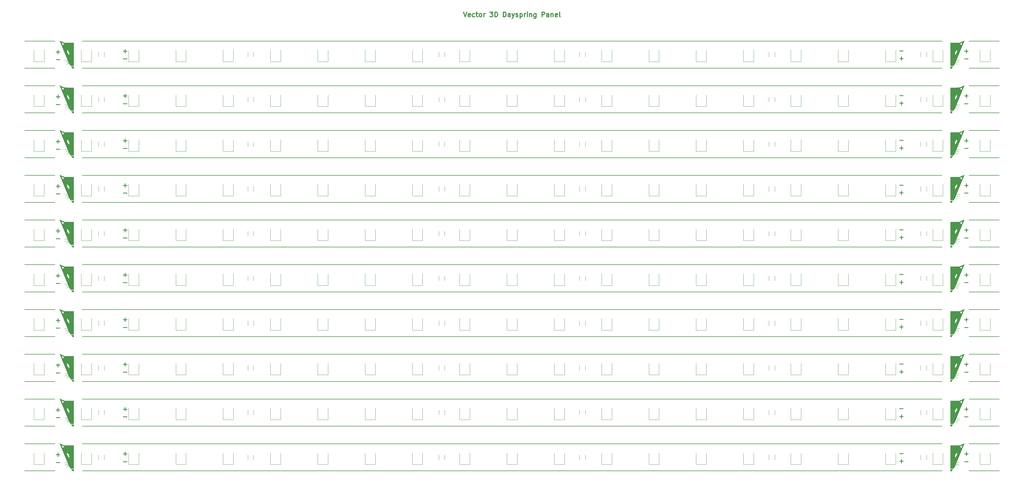
<source format=gbr>
%TF.GenerationSoftware,KiCad,Pcbnew,(6.0.7)*%
%TF.CreationDate,2023-02-06T13:38:00+00:00*%
%TF.ProjectId,Dayspring_P,44617973-7072-4696-9e67-5f502e6b6963,rev?*%
%TF.SameCoordinates,Original*%
%TF.FileFunction,Legend,Top*%
%TF.FilePolarity,Positive*%
%FSLAX46Y46*%
G04 Gerber Fmt 4.6, Leading zero omitted, Abs format (unit mm)*
G04 Created by KiCad (PCBNEW (6.0.7)) date 2023-02-06 13:38:00*
%MOMM*%
%LPD*%
G01*
G04 APERTURE LIST*
%ADD10C,0.150000*%
%ADD11C,0.250000*%
%ADD12C,0.300000*%
%ADD13C,0.120000*%
G04 APERTURE END LIST*
D10*
X304500000Y-35750001D02*
X35500000Y-35750001D01*
X304500000Y-49750002D02*
X35500000Y-49750002D01*
X304500000Y-63750003D02*
X35500000Y-63750003D01*
X304500000Y-77750004D02*
X35500000Y-77750004D01*
X304500000Y-91750005D02*
X35500000Y-91750005D01*
X304500000Y-105750006D02*
X35500000Y-105750006D01*
X304500000Y-119750007D02*
X35500000Y-119750007D01*
X304500000Y-147750009D02*
X35500000Y-147750009D01*
X304500000Y-133750008D02*
X35500000Y-133750008D01*
X304500000Y-161750010D02*
X35500000Y-161750010D01*
X27000000Y-27250001D02*
X17500000Y-27250001D01*
X27000000Y-41250002D02*
X17500000Y-41250002D01*
X27000000Y-55250003D02*
X17500000Y-55250003D01*
X27000000Y-69250004D02*
X17500000Y-69250004D01*
X27000000Y-83250005D02*
X17500000Y-83250005D01*
X27000000Y-97250006D02*
X17500000Y-97250006D01*
X27000000Y-111250007D02*
X17500000Y-111250007D01*
X27000000Y-139250009D02*
X17500000Y-139250009D01*
X27000000Y-125250008D02*
X17500000Y-125250008D01*
X27000000Y-153250010D02*
X17500000Y-153250010D01*
X35500000Y-27250001D02*
X304500000Y-27250001D01*
X35500000Y-41250002D02*
X304500000Y-41250002D01*
X35500000Y-55250003D02*
X304500000Y-55250003D01*
X35500000Y-69250004D02*
X304500000Y-69250004D01*
X35500000Y-83250005D02*
X304500000Y-83250005D01*
X35500000Y-97250006D02*
X304500000Y-97250006D01*
X35500000Y-111250007D02*
X304500000Y-111250007D01*
X35500000Y-125250008D02*
X304500000Y-125250008D01*
X35500000Y-139250009D02*
X304500000Y-139250009D01*
X35500000Y-153250010D02*
X304500000Y-153250010D01*
X322500000Y-35750001D02*
X313000000Y-35750001D01*
X322500000Y-49750002D02*
X313000000Y-49750002D01*
X322500000Y-63750003D02*
X313000000Y-63750003D01*
X322500000Y-77750004D02*
X313000000Y-77750004D01*
X322500000Y-91750005D02*
X313000000Y-91750005D01*
X322500000Y-105750006D02*
X313000000Y-105750006D01*
X322500000Y-119750007D02*
X313000000Y-119750007D01*
X322500000Y-147750009D02*
X313000000Y-147750009D01*
X322500000Y-133750008D02*
X313000000Y-133750008D01*
X322500000Y-161750010D02*
X313000000Y-161750010D01*
X27000000Y-35750001D02*
X17500000Y-35750001D01*
X27000000Y-49750002D02*
X17500000Y-49750002D01*
X27000000Y-63750003D02*
X17500000Y-63750003D01*
X27000000Y-77750004D02*
X17500000Y-77750004D01*
X27000000Y-91750005D02*
X17500000Y-91750005D01*
X27000000Y-105750006D02*
X17500000Y-105750006D01*
X27000000Y-119750007D02*
X17500000Y-119750007D01*
X27000000Y-133750008D02*
X17500000Y-133750008D01*
X27000000Y-147750009D02*
X17500000Y-147750009D01*
X27000000Y-161750010D02*
X17500000Y-161750010D01*
X322500000Y-27250001D02*
X313000000Y-27250001D01*
X322500000Y-41250002D02*
X313000000Y-41250002D01*
X322500000Y-55250003D02*
X313000000Y-55250003D01*
X322500000Y-69250004D02*
X313000000Y-69250004D01*
X322500000Y-83250005D02*
X313000000Y-83250005D01*
X322500000Y-97250006D02*
X313000000Y-97250006D01*
X322500000Y-111250007D02*
X313000000Y-111250007D01*
X322500000Y-125250008D02*
X313000000Y-125250008D01*
X322500000Y-139250009D02*
X313000000Y-139250009D01*
X322500000Y-153250010D02*
X313000000Y-153250010D01*
D11*
X48337500Y-30399643D02*
X49480357Y-30399643D01*
X48908928Y-30971072D02*
X48908928Y-29828215D01*
X48337500Y-32814643D02*
X49480357Y-32814643D01*
X48337500Y-44399644D02*
X49480357Y-44399644D01*
X48908928Y-44971073D02*
X48908928Y-43828216D01*
X48337500Y-46814644D02*
X49480357Y-46814644D01*
X48337500Y-58399645D02*
X49480357Y-58399645D01*
X48908928Y-58971074D02*
X48908928Y-57828217D01*
X48337500Y-60814645D02*
X49480357Y-60814645D01*
X48337500Y-72399646D02*
X49480357Y-72399646D01*
X48908928Y-72971075D02*
X48908928Y-71828218D01*
X48337500Y-74814646D02*
X49480357Y-74814646D01*
X48337500Y-86399647D02*
X49480357Y-86399647D01*
X48908928Y-86971076D02*
X48908928Y-85828219D01*
X48337500Y-88814647D02*
X49480357Y-88814647D01*
X48337500Y-100399648D02*
X49480357Y-100399648D01*
X48908928Y-100971077D02*
X48908928Y-99828220D01*
X48337500Y-102814648D02*
X49480357Y-102814648D01*
X48337500Y-142399651D02*
X49480357Y-142399651D01*
X48908928Y-142971080D02*
X48908928Y-141828223D01*
X48337500Y-144814651D02*
X49480357Y-144814651D01*
X48337500Y-114399649D02*
X49480357Y-114399649D01*
X48908928Y-114971078D02*
X48908928Y-113828221D01*
X48337500Y-116814649D02*
X49480357Y-116814649D01*
X48337500Y-128399650D02*
X49480357Y-128399650D01*
X48908928Y-128971079D02*
X48908928Y-127828222D01*
X48337500Y-130814650D02*
X49480357Y-130814650D01*
X48337500Y-156399652D02*
X49480357Y-156399652D01*
X48908928Y-156971081D02*
X48908928Y-155828224D01*
X48337500Y-158814652D02*
X49480357Y-158814652D01*
X292362500Y-32700358D02*
X291219642Y-32700358D01*
X291791071Y-32128929D02*
X291791071Y-33271786D01*
X292362500Y-30285358D02*
X291219642Y-30285358D01*
X292362500Y-46700359D02*
X291219642Y-46700359D01*
X291791071Y-46128930D02*
X291791071Y-47271787D01*
X292362500Y-44285359D02*
X291219642Y-44285359D01*
X292362500Y-60700360D02*
X291219642Y-60700360D01*
X291791071Y-60128931D02*
X291791071Y-61271788D01*
X292362500Y-58285360D02*
X291219642Y-58285360D01*
X292362500Y-74700361D02*
X291219642Y-74700361D01*
X291791071Y-74128932D02*
X291791071Y-75271789D01*
X292362500Y-72285361D02*
X291219642Y-72285361D01*
X292362500Y-88700362D02*
X291219642Y-88700362D01*
X291791071Y-88128933D02*
X291791071Y-89271790D01*
X292362500Y-86285362D02*
X291219642Y-86285362D01*
X292362500Y-102700363D02*
X291219642Y-102700363D01*
X291791071Y-102128934D02*
X291791071Y-103271791D01*
X292362500Y-100285363D02*
X291219642Y-100285363D01*
X292362500Y-144700366D02*
X291219642Y-144700366D01*
X291791071Y-144128937D02*
X291791071Y-145271794D01*
X292362500Y-142285366D02*
X291219642Y-142285366D01*
X292362500Y-116700364D02*
X291219642Y-116700364D01*
X291791071Y-116128935D02*
X291791071Y-117271792D01*
X292362500Y-114285364D02*
X291219642Y-114285364D01*
X292362500Y-130700365D02*
X291219642Y-130700365D01*
X291791071Y-130128936D02*
X291791071Y-131271793D01*
X292362500Y-128285365D02*
X291219642Y-128285365D01*
X292362500Y-158700367D02*
X291219642Y-158700367D01*
X291791071Y-158128938D02*
X291791071Y-159271795D01*
X292362500Y-156285367D02*
X291219642Y-156285367D01*
X311537500Y-30399643D02*
X312680357Y-30399643D01*
X312108928Y-30971072D02*
X312108928Y-29828215D01*
X311537500Y-32814643D02*
X312680357Y-32814643D01*
X311537500Y-44399644D02*
X312680357Y-44399644D01*
X312108928Y-44971073D02*
X312108928Y-43828216D01*
X311537500Y-46814644D02*
X312680357Y-46814644D01*
X311537500Y-58399645D02*
X312680357Y-58399645D01*
X312108928Y-58971074D02*
X312108928Y-57828217D01*
X311537500Y-60814645D02*
X312680357Y-60814645D01*
X311537500Y-72399646D02*
X312680357Y-72399646D01*
X312108928Y-72971075D02*
X312108928Y-71828218D01*
X311537500Y-74814646D02*
X312680357Y-74814646D01*
X311537500Y-86399647D02*
X312680357Y-86399647D01*
X312108928Y-86971076D02*
X312108928Y-85828219D01*
X311537500Y-88814647D02*
X312680357Y-88814647D01*
X311537500Y-100399648D02*
X312680357Y-100399648D01*
X312108928Y-100971077D02*
X312108928Y-99828220D01*
X311537500Y-102814648D02*
X312680357Y-102814648D01*
X311537500Y-142399651D02*
X312680357Y-142399651D01*
X312108928Y-142971080D02*
X312108928Y-141828223D01*
X311537500Y-144814651D02*
X312680357Y-144814651D01*
X311537500Y-114399649D02*
X312680357Y-114399649D01*
X312108928Y-114971078D02*
X312108928Y-113828221D01*
X311537500Y-116814649D02*
X312680357Y-116814649D01*
X311537500Y-128399650D02*
X312680357Y-128399650D01*
X312108928Y-128971079D02*
X312108928Y-127828222D01*
X311537500Y-130814650D02*
X312680357Y-130814650D01*
X311537500Y-156399652D02*
X312680357Y-156399652D01*
X312108928Y-156971081D02*
X312108928Y-155828224D01*
X311537500Y-158814652D02*
X312680357Y-158814652D01*
D12*
X154857142Y-18178571D02*
X155357142Y-19678571D01*
X155857142Y-18178571D01*
X156928571Y-19607142D02*
X156785714Y-19678571D01*
X156500000Y-19678571D01*
X156357142Y-19607142D01*
X156285714Y-19464285D01*
X156285714Y-18892857D01*
X156357142Y-18750000D01*
X156500000Y-18678571D01*
X156785714Y-18678571D01*
X156928571Y-18750000D01*
X157000000Y-18892857D01*
X157000000Y-19035714D01*
X156285714Y-19178571D01*
X158285714Y-19607142D02*
X158142857Y-19678571D01*
X157857142Y-19678571D01*
X157714285Y-19607142D01*
X157642857Y-19535714D01*
X157571428Y-19392857D01*
X157571428Y-18964285D01*
X157642857Y-18821428D01*
X157714285Y-18750000D01*
X157857142Y-18678571D01*
X158142857Y-18678571D01*
X158285714Y-18750000D01*
X158714285Y-18678571D02*
X159285714Y-18678571D01*
X158928571Y-18178571D02*
X158928571Y-19464285D01*
X159000000Y-19607142D01*
X159142857Y-19678571D01*
X159285714Y-19678571D01*
X160000000Y-19678571D02*
X159857142Y-19607142D01*
X159785714Y-19535714D01*
X159714285Y-19392857D01*
X159714285Y-18964285D01*
X159785714Y-18821428D01*
X159857142Y-18750000D01*
X160000000Y-18678571D01*
X160214285Y-18678571D01*
X160357142Y-18750000D01*
X160428571Y-18821428D01*
X160500000Y-18964285D01*
X160500000Y-19392857D01*
X160428571Y-19535714D01*
X160357142Y-19607142D01*
X160214285Y-19678571D01*
X160000000Y-19678571D01*
X161142857Y-19678571D02*
X161142857Y-18678571D01*
X161142857Y-18964285D02*
X161214285Y-18821428D01*
X161285714Y-18750000D01*
X161428571Y-18678571D01*
X161571428Y-18678571D01*
X163071428Y-18178571D02*
X164000000Y-18178571D01*
X163500000Y-18750000D01*
X163714285Y-18750000D01*
X163857142Y-18821428D01*
X163928571Y-18892857D01*
X164000000Y-19035714D01*
X164000000Y-19392857D01*
X163928571Y-19535714D01*
X163857142Y-19607142D01*
X163714285Y-19678571D01*
X163285714Y-19678571D01*
X163142857Y-19607142D01*
X163071428Y-19535714D01*
X164642857Y-19678571D02*
X164642857Y-18178571D01*
X165000000Y-18178571D01*
X165214285Y-18250000D01*
X165357142Y-18392857D01*
X165428571Y-18535714D01*
X165500000Y-18821428D01*
X165500000Y-19035714D01*
X165428571Y-19321428D01*
X165357142Y-19464285D01*
X165214285Y-19607142D01*
X165000000Y-19678571D01*
X164642857Y-19678571D01*
X167285714Y-19678571D02*
X167285714Y-18178571D01*
X167642857Y-18178571D01*
X167857142Y-18250000D01*
X168000000Y-18392857D01*
X168071428Y-18535714D01*
X168142857Y-18821428D01*
X168142857Y-19035714D01*
X168071428Y-19321428D01*
X168000000Y-19464285D01*
X167857142Y-19607142D01*
X167642857Y-19678571D01*
X167285714Y-19678571D01*
X169428571Y-19678571D02*
X169428571Y-18892857D01*
X169357142Y-18750000D01*
X169214285Y-18678571D01*
X168928571Y-18678571D01*
X168785714Y-18750000D01*
X169428571Y-19607142D02*
X169285714Y-19678571D01*
X168928571Y-19678571D01*
X168785714Y-19607142D01*
X168714285Y-19464285D01*
X168714285Y-19321428D01*
X168785714Y-19178571D01*
X168928571Y-19107142D01*
X169285714Y-19107142D01*
X169428571Y-19035714D01*
X170000000Y-18678571D02*
X170357142Y-19678571D01*
X170714285Y-18678571D02*
X170357142Y-19678571D01*
X170214285Y-20035714D01*
X170142857Y-20107142D01*
X170000000Y-20178571D01*
X171214285Y-19607142D02*
X171357142Y-19678571D01*
X171642857Y-19678571D01*
X171785714Y-19607142D01*
X171857142Y-19464285D01*
X171857142Y-19392857D01*
X171785714Y-19250000D01*
X171642857Y-19178571D01*
X171428571Y-19178571D01*
X171285714Y-19107142D01*
X171214285Y-18964285D01*
X171214285Y-18892857D01*
X171285714Y-18750000D01*
X171428571Y-18678571D01*
X171642857Y-18678571D01*
X171785714Y-18750000D01*
X172500000Y-18678571D02*
X172500000Y-20178571D01*
X172500000Y-18750000D02*
X172642857Y-18678571D01*
X172928571Y-18678571D01*
X173071428Y-18750000D01*
X173142857Y-18821428D01*
X173214285Y-18964285D01*
X173214285Y-19392857D01*
X173142857Y-19535714D01*
X173071428Y-19607142D01*
X172928571Y-19678571D01*
X172642857Y-19678571D01*
X172500000Y-19607142D01*
X173857142Y-19678571D02*
X173857142Y-18678571D01*
X173857142Y-18964285D02*
X173928571Y-18821428D01*
X174000000Y-18750000D01*
X174142857Y-18678571D01*
X174285714Y-18678571D01*
X174785714Y-19678571D02*
X174785714Y-18678571D01*
X174785714Y-18178571D02*
X174714285Y-18250000D01*
X174785714Y-18321428D01*
X174857142Y-18250000D01*
X174785714Y-18178571D01*
X174785714Y-18321428D01*
X175500000Y-18678571D02*
X175500000Y-19678571D01*
X175500000Y-18821428D02*
X175571428Y-18750000D01*
X175714285Y-18678571D01*
X175928571Y-18678571D01*
X176071428Y-18750000D01*
X176142857Y-18892857D01*
X176142857Y-19678571D01*
X177500000Y-18678571D02*
X177500000Y-19892857D01*
X177428571Y-20035714D01*
X177357142Y-20107142D01*
X177214285Y-20178571D01*
X177000000Y-20178571D01*
X176857142Y-20107142D01*
X177500000Y-19607142D02*
X177357142Y-19678571D01*
X177071428Y-19678571D01*
X176928571Y-19607142D01*
X176857142Y-19535714D01*
X176785714Y-19392857D01*
X176785714Y-18964285D01*
X176857142Y-18821428D01*
X176928571Y-18750000D01*
X177071428Y-18678571D01*
X177357142Y-18678571D01*
X177500000Y-18750000D01*
X179357142Y-19678571D02*
X179357142Y-18178571D01*
X179928571Y-18178571D01*
X180071428Y-18250000D01*
X180142857Y-18321428D01*
X180214285Y-18464285D01*
X180214285Y-18678571D01*
X180142857Y-18821428D01*
X180071428Y-18892857D01*
X179928571Y-18964285D01*
X179357142Y-18964285D01*
X181500000Y-19678571D02*
X181500000Y-18892857D01*
X181428571Y-18750000D01*
X181285714Y-18678571D01*
X181000000Y-18678571D01*
X180857142Y-18750000D01*
X181500000Y-19607142D02*
X181357142Y-19678571D01*
X181000000Y-19678571D01*
X180857142Y-19607142D01*
X180785714Y-19464285D01*
X180785714Y-19321428D01*
X180857142Y-19178571D01*
X181000000Y-19107142D01*
X181357142Y-19107142D01*
X181500000Y-19035714D01*
X182214285Y-18678571D02*
X182214285Y-19678571D01*
X182214285Y-18821428D02*
X182285714Y-18750000D01*
X182428571Y-18678571D01*
X182642857Y-18678571D01*
X182785714Y-18750000D01*
X182857142Y-18892857D01*
X182857142Y-19678571D01*
X184142857Y-19607142D02*
X184000000Y-19678571D01*
X183714285Y-19678571D01*
X183571428Y-19607142D01*
X183500000Y-19464285D01*
X183500000Y-18892857D01*
X183571428Y-18750000D01*
X183714285Y-18678571D01*
X184000000Y-18678571D01*
X184142857Y-18750000D01*
X184214285Y-18892857D01*
X184214285Y-19035714D01*
X183500000Y-19178571D01*
X185071428Y-19678571D02*
X184928571Y-19607142D01*
X184857142Y-19464285D01*
X184857142Y-18178571D01*
D11*
X27337500Y-30649643D02*
X28480357Y-30649643D01*
X27908928Y-31221072D02*
X27908928Y-30078215D01*
X27337500Y-33064643D02*
X28480357Y-33064643D01*
X27337500Y-44649644D02*
X28480357Y-44649644D01*
X27908928Y-45221073D02*
X27908928Y-44078216D01*
X27337500Y-47064644D02*
X28480357Y-47064644D01*
X27337500Y-58649645D02*
X28480357Y-58649645D01*
X27908928Y-59221074D02*
X27908928Y-58078217D01*
X27337500Y-61064645D02*
X28480357Y-61064645D01*
X27337500Y-72649646D02*
X28480357Y-72649646D01*
X27908928Y-73221075D02*
X27908928Y-72078218D01*
X27337500Y-75064646D02*
X28480357Y-75064646D01*
X27337500Y-86649647D02*
X28480357Y-86649647D01*
X27908928Y-87221076D02*
X27908928Y-86078219D01*
X27337500Y-89064647D02*
X28480357Y-89064647D01*
X27337500Y-100649648D02*
X28480357Y-100649648D01*
X27908928Y-101221077D02*
X27908928Y-100078220D01*
X27337500Y-103064648D02*
X28480357Y-103064648D01*
X27337500Y-114649649D02*
X28480357Y-114649649D01*
X27908928Y-115221078D02*
X27908928Y-114078221D01*
X27337500Y-117064649D02*
X28480357Y-117064649D01*
X27337500Y-128649650D02*
X28480357Y-128649650D01*
X27908928Y-129221079D02*
X27908928Y-128078222D01*
X27337500Y-131064650D02*
X28480357Y-131064650D01*
X27337500Y-142649651D02*
X28480357Y-142649651D01*
X27908928Y-143221080D02*
X27908928Y-142078223D01*
X27337500Y-145064651D02*
X28480357Y-145064651D01*
X27337500Y-156649652D02*
X28480357Y-156649652D01*
X27908928Y-157221081D02*
X27908928Y-156078224D01*
X27337500Y-159064652D02*
X28480357Y-159064652D01*
D13*
%TO.C,D12*%
X275200000Y-128100008D02*
X275200000Y-131700008D01*
X272000000Y-128100008D02*
X272000000Y-131700008D01*
X272000000Y-131700008D02*
X275200000Y-131700008D01*
%TO.C,D17*%
X201200000Y-30100001D02*
X201200000Y-33700001D01*
X198000000Y-30100001D02*
X198000000Y-33700001D01*
X198000000Y-33700001D02*
X201200000Y-33700001D01*
%TO.C,D1*%
X23600000Y-44100002D02*
X23600000Y-47700002D01*
X20400000Y-47700002D02*
X23600000Y-47700002D01*
X20400000Y-44100002D02*
X20400000Y-47700002D01*
%TO.C,D7*%
X50000000Y-159700010D02*
X53200000Y-159700010D01*
X50000000Y-156100010D02*
X50000000Y-159700010D01*
X53200000Y-156100010D02*
X53200000Y-159700010D01*
%TO.C,D20*%
X212800000Y-47700002D02*
X216000000Y-47700002D01*
X212800000Y-44100002D02*
X212800000Y-47700002D01*
X216000000Y-44100002D02*
X216000000Y-47700002D01*
%TO.C,D16*%
X94400000Y-89700005D02*
X97600000Y-89700005D01*
X97600000Y-86100005D02*
X97600000Y-89700005D01*
X94400000Y-86100005D02*
X94400000Y-89700005D01*
%TO.C,D18*%
X301600000Y-145700009D02*
X304800000Y-145700009D01*
X304800000Y-142100009D02*
X304800000Y-145700009D01*
X301600000Y-142100009D02*
X301600000Y-145700009D01*
%TO.C,D14*%
X186400000Y-114100007D02*
X186400000Y-117700007D01*
X183200000Y-117700007D02*
X186400000Y-117700007D01*
X183200000Y-114100007D02*
X183200000Y-117700007D01*
%TO.C,D15*%
X290000000Y-128100008D02*
X290000000Y-131700008D01*
X286800000Y-128100008D02*
X286800000Y-131700008D01*
X286800000Y-131700008D02*
X290000000Y-131700008D01*
%TO.C,D11*%
X168400000Y-103700006D02*
X171600000Y-103700006D01*
X168400000Y-100100006D02*
X168400000Y-103700006D01*
X171600000Y-100100006D02*
X171600000Y-103700006D01*
%TO.C,D12*%
X275200000Y-30100001D02*
X275200000Y-33700001D01*
X272000000Y-30100001D02*
X272000000Y-33700001D01*
X272000000Y-33700001D02*
X275200000Y-33700001D01*
X272000000Y-114100007D02*
X272000000Y-117700007D01*
X275200000Y-114100007D02*
X275200000Y-117700007D01*
X272000000Y-117700007D02*
X275200000Y-117700007D01*
%TO.C,D6*%
X242400000Y-159700010D02*
X245600000Y-159700010D01*
X245600000Y-156100010D02*
X245600000Y-159700010D01*
X242400000Y-156100010D02*
X242400000Y-159700010D01*
%TO.C,D16*%
X97600000Y-58100003D02*
X97600000Y-61700003D01*
X94400000Y-61700003D02*
X97600000Y-61700003D01*
X94400000Y-58100003D02*
X94400000Y-61700003D01*
%TO.C,D4*%
X38400000Y-72100004D02*
X38400000Y-75700004D01*
X35200000Y-75700004D02*
X38400000Y-75700004D01*
X35200000Y-72100004D02*
X35200000Y-75700004D01*
%TO.C,D8*%
X153600000Y-131700008D02*
X156800000Y-131700008D01*
X156800000Y-128100008D02*
X156800000Y-131700008D01*
X153600000Y-128100008D02*
X153600000Y-131700008D01*
%TO.C,D2*%
X124000000Y-75700004D02*
X127200000Y-75700004D01*
X124000000Y-72100004D02*
X124000000Y-75700004D01*
X127200000Y-72100004D02*
X127200000Y-75700004D01*
%TO.C,D9*%
X260400000Y-44100002D02*
X260400000Y-47700002D01*
X257200000Y-44100002D02*
X257200000Y-47700002D01*
X257200000Y-47700002D02*
X260400000Y-47700002D01*
%TO.C,R3*%
X148910000Y-102227070D02*
X148910000Y-100772942D01*
X147090000Y-102227070D02*
X147090000Y-100772942D01*
%TO.C,R4*%
X297840000Y-32227065D02*
X297840000Y-30772937D01*
X299660000Y-32227065D02*
X299660000Y-30772937D01*
%TO.C,D8*%
X156800000Y-58100003D02*
X156800000Y-61700003D01*
X153600000Y-58100003D02*
X153600000Y-61700003D01*
X153600000Y-61700003D02*
X156800000Y-61700003D01*
%TO.C,D11*%
X168400000Y-30100001D02*
X168400000Y-33700001D01*
X168400000Y-33700001D02*
X171600000Y-33700001D01*
X171600000Y-30100001D02*
X171600000Y-33700001D01*
%TO.C,D4*%
X35200000Y-89700005D02*
X38400000Y-89700005D01*
X35200000Y-86100005D02*
X35200000Y-89700005D01*
X38400000Y-86100005D02*
X38400000Y-89700005D01*
%TO.C,R2*%
X250340000Y-158227074D02*
X250340000Y-156772946D01*
X252160000Y-158227074D02*
X252160000Y-156772946D01*
%TO.C,D1*%
X20400000Y-142100009D02*
X20400000Y-145700009D01*
X20400000Y-145700009D02*
X23600000Y-145700009D01*
X23600000Y-142100009D02*
X23600000Y-145700009D01*
%TO.C,D3*%
X227600000Y-75700004D02*
X230800000Y-75700004D01*
X227600000Y-72100004D02*
X227600000Y-75700004D01*
X230800000Y-72100004D02*
X230800000Y-75700004D01*
X227600000Y-128100008D02*
X227600000Y-131700008D01*
X227600000Y-131700008D02*
X230800000Y-131700008D01*
X230800000Y-128100008D02*
X230800000Y-131700008D01*
%TO.C,D18*%
X301600000Y-44100002D02*
X301600000Y-47700002D01*
X304800000Y-44100002D02*
X304800000Y-47700002D01*
X301600000Y-47700002D02*
X304800000Y-47700002D01*
%TO.C,D12*%
X275200000Y-44100002D02*
X275200000Y-47700002D01*
X272000000Y-47700002D02*
X275200000Y-47700002D01*
X272000000Y-44100002D02*
X272000000Y-47700002D01*
%TO.C,D1*%
X23600000Y-114100007D02*
X23600000Y-117700007D01*
X20400000Y-114100007D02*
X20400000Y-117700007D01*
X20400000Y-117700007D02*
X23600000Y-117700007D01*
%TO.C,D6*%
X242400000Y-33700001D02*
X245600000Y-33700001D01*
X242400000Y-30100001D02*
X242400000Y-33700001D01*
X245600000Y-30100001D02*
X245600000Y-33700001D01*
%TO.C,D19*%
X109200000Y-58100003D02*
X109200000Y-61700003D01*
X112400000Y-58100003D02*
X112400000Y-61700003D01*
X109200000Y-61700003D02*
X112400000Y-61700003D01*
%TO.C,R3*%
X147090000Y-158227074D02*
X147090000Y-156772946D01*
X148910000Y-158227074D02*
X148910000Y-156772946D01*
%TO.C,D4*%
X38400000Y-114100007D02*
X38400000Y-117700007D01*
X35200000Y-117700007D02*
X38400000Y-117700007D01*
X35200000Y-114100007D02*
X35200000Y-117700007D01*
%TO.C,D10*%
X68000000Y-86100005D02*
X68000000Y-89700005D01*
X64800000Y-89700005D02*
X68000000Y-89700005D01*
X64800000Y-86100005D02*
X64800000Y-89700005D01*
%TO.C,D5*%
X142000000Y-30100001D02*
X142000000Y-33700001D01*
X138800000Y-33700001D02*
X142000000Y-33700001D01*
X138800000Y-30100001D02*
X138800000Y-33700001D01*
%TO.C,D16*%
X94400000Y-159700010D02*
X97600000Y-159700010D01*
X97600000Y-156100010D02*
X97600000Y-159700010D01*
X94400000Y-156100010D02*
X94400000Y-159700010D01*
%TO.C,D3*%
X230800000Y-142100009D02*
X230800000Y-145700009D01*
X227600000Y-142100009D02*
X227600000Y-145700009D01*
X227600000Y-145700009D02*
X230800000Y-145700009D01*
%TO.C,R2*%
X250340000Y-116227071D02*
X250340000Y-114772943D01*
X252160000Y-116227071D02*
X252160000Y-114772943D01*
%TO.C,D1*%
X20400000Y-33700001D02*
X23600000Y-33700001D01*
X23600000Y-30100001D02*
X23600000Y-33700001D01*
X20400000Y-30100001D02*
X20400000Y-33700001D01*
%TO.C,D3*%
X227600000Y-156100010D02*
X227600000Y-159700010D01*
X227600000Y-159700010D02*
X230800000Y-159700010D01*
X230800000Y-156100010D02*
X230800000Y-159700010D01*
X227600000Y-33700001D02*
X230800000Y-33700001D01*
X230800000Y-30100001D02*
X230800000Y-33700001D01*
X227600000Y-30100001D02*
X227600000Y-33700001D01*
%TO.C,D19*%
X109200000Y-72100004D02*
X109200000Y-75700004D01*
X112400000Y-72100004D02*
X112400000Y-75700004D01*
X109200000Y-75700004D02*
X112400000Y-75700004D01*
%TO.C,G\u002A\u002A\u002A*%
G36*
X32897091Y-91879921D02*
G01*
X32533798Y-91879921D01*
X32302079Y-91572838D01*
X32234433Y-91482774D01*
X32174571Y-91402275D01*
X32125545Y-91335511D01*
X32090408Y-91286656D01*
X32072214Y-91259880D01*
X32070360Y-91256217D01*
X32087140Y-91253532D01*
X32134242Y-91251140D01*
X32206808Y-91249152D01*
X32299980Y-91247681D01*
X32408900Y-91246838D01*
X32483725Y-91246680D01*
X32897091Y-91246680D01*
X32897091Y-91879921D01*
G37*
G36*
X29742667Y-86289437D02*
G01*
X29686289Y-86152113D01*
X29639584Y-86038429D01*
X29601332Y-85945414D01*
X29570310Y-85870098D01*
X29545295Y-85809509D01*
X29525067Y-85760677D01*
X29508402Y-85720630D01*
X29502216Y-85705822D01*
X29483761Y-85661553D01*
X29461499Y-85607859D01*
X29434211Y-85541768D01*
X29400672Y-85460309D01*
X29359664Y-85360509D01*
X29309963Y-85239396D01*
X29250348Y-85093997D01*
X29179598Y-84921342D01*
X29115455Y-84764755D01*
X29059209Y-84627618D01*
X29005363Y-84496680D01*
X28955831Y-84376571D01*
X28912527Y-84271920D01*
X28877367Y-84187354D01*
X28852263Y-84127503D01*
X28841737Y-84102880D01*
X28813199Y-84035667D01*
X28786341Y-83969537D01*
X28773330Y-83935774D01*
X28754009Y-83885902D01*
X28726440Y-83817483D01*
X28707820Y-83772443D01*
X29100759Y-83772443D01*
X29105338Y-83792522D01*
X29121360Y-83840186D01*
X29146987Y-83910442D01*
X29180382Y-83998297D01*
X29219708Y-84098758D01*
X29234290Y-84135365D01*
X29276237Y-84240356D01*
X29314174Y-84335581D01*
X29345992Y-84415732D01*
X29369586Y-84475499D01*
X29382849Y-84509573D01*
X29384537Y-84514097D01*
X29401719Y-84540045D01*
X29412569Y-84544880D01*
X29429258Y-84532277D01*
X29464732Y-84497381D01*
X29514824Y-84444559D01*
X29575367Y-84378178D01*
X29624990Y-84322275D01*
X29688597Y-84248028D01*
X29741767Y-84182497D01*
X29781000Y-84130290D01*
X29802792Y-84096015D01*
X29805505Y-84084762D01*
X29782974Y-84070655D01*
X29735371Y-84046246D01*
X29668290Y-84014015D01*
X29587322Y-83976441D01*
X29498061Y-83936001D01*
X29406099Y-83895174D01*
X29317029Y-83856439D01*
X29236444Y-83822274D01*
X29169937Y-83795158D01*
X29123100Y-83777569D01*
X29101526Y-83771986D01*
X29100759Y-83772443D01*
X28707820Y-83772443D01*
X28696194Y-83744321D01*
X28692591Y-83735739D01*
X28647353Y-83627528D01*
X28601907Y-83517604D01*
X28558198Y-83410804D01*
X28518172Y-83311963D01*
X28483774Y-83225918D01*
X28456951Y-83157504D01*
X28439649Y-83111558D01*
X28433813Y-83092916D01*
X28433881Y-83092761D01*
X28450621Y-83097831D01*
X28490458Y-83114350D01*
X28543559Y-83138190D01*
X28595668Y-83162047D01*
X28671846Y-83196628D01*
X28764050Y-83238295D01*
X28864233Y-83283409D01*
X28930540Y-83313181D01*
X29028072Y-83356970D01*
X29119557Y-83398140D01*
X29198003Y-83433536D01*
X29256419Y-83460006D01*
X29282340Y-83471855D01*
X29320260Y-83489371D01*
X29383780Y-83518736D01*
X29466570Y-83557022D01*
X29562302Y-83601302D01*
X29664648Y-83648650D01*
X29669321Y-83650812D01*
X29985941Y-83797304D01*
X31441516Y-83801999D01*
X32897091Y-83806695D01*
X32897091Y-91070780D01*
X31920474Y-91070780D01*
X31691989Y-90767563D01*
X31603896Y-90648859D01*
X31533854Y-90549220D01*
X31477352Y-90460721D01*
X31429876Y-90375435D01*
X31386915Y-90285436D01*
X31343958Y-90182798D01*
X31311377Y-90098931D01*
X31294755Y-90064456D01*
X31281320Y-90050559D01*
X31266360Y-90062523D01*
X31229883Y-90096313D01*
X31175143Y-90148777D01*
X31105395Y-90216760D01*
X31023895Y-90297110D01*
X30933896Y-90386672D01*
X30918792Y-90401779D01*
X30816110Y-90504360D01*
X30735233Y-90584404D01*
X30673223Y-90644380D01*
X30627140Y-90686759D01*
X30594044Y-90714009D01*
X30570997Y-90728601D01*
X30555059Y-90733003D01*
X30543291Y-90729685D01*
X30535576Y-90723746D01*
X30527439Y-90714353D01*
X30525105Y-90702834D01*
X30530961Y-90686369D01*
X30547392Y-90662136D01*
X30576786Y-90627315D01*
X30621528Y-90579086D01*
X30684004Y-90514627D01*
X30766602Y-90431118D01*
X30871706Y-90325738D01*
X30875478Y-90321963D01*
X31247705Y-89949433D01*
X31190669Y-89806506D01*
X31158711Y-89733646D01*
X31131035Y-89684582D01*
X31110315Y-89663938D01*
X31108023Y-89663578D01*
X31083232Y-89669813D01*
X31032365Y-89686960D01*
X30961937Y-89712683D01*
X30878464Y-89744644D01*
X30842003Y-89759001D01*
X30699138Y-89815466D01*
X30562877Y-89868866D01*
X30436911Y-89917793D01*
X30324930Y-89960838D01*
X30230624Y-89996591D01*
X30157684Y-90023643D01*
X30109801Y-90040585D01*
X30090664Y-90046009D01*
X30090501Y-90045927D01*
X30083261Y-90027944D01*
X30075709Y-90004761D01*
X30074473Y-89993431D01*
X30080205Y-89981886D01*
X30096252Y-89968545D01*
X30125962Y-89951826D01*
X30172682Y-89930149D01*
X30239759Y-89901933D01*
X30330542Y-89865596D01*
X30448377Y-89819558D01*
X30555950Y-89777932D01*
X30680527Y-89729662D01*
X30794953Y-89685010D01*
X30894966Y-89645665D01*
X30976306Y-89613313D01*
X31034711Y-89589644D01*
X31065920Y-89576343D01*
X31069499Y-89574533D01*
X31077592Y-89558873D01*
X31072450Y-89525875D01*
X31052825Y-89470008D01*
X31037275Y-89431972D01*
X30983092Y-89302982D01*
X30458132Y-89294187D01*
X29933171Y-89285392D01*
X29927550Y-89245815D01*
X29921930Y-89206237D01*
X30942075Y-89206237D01*
X30810376Y-88885219D01*
X30760900Y-88764707D01*
X30707677Y-88635209D01*
X30655303Y-88507902D01*
X30608376Y-88393962D01*
X30580649Y-88326736D01*
X30539528Y-88226989D01*
X30497404Y-88124582D01*
X30458881Y-88030721D01*
X30428564Y-87956614D01*
X30425276Y-87948550D01*
X30368807Y-87810018D01*
X30323545Y-87699090D01*
X30287440Y-87610780D01*
X30258445Y-87540105D01*
X30234512Y-87482080D01*
X30213592Y-87431721D01*
X30193638Y-87384044D01*
X30179524Y-87350489D01*
X30158473Y-87300085D01*
X30126170Y-87222172D01*
X30084697Y-87121798D01*
X30036134Y-87004011D01*
X29982563Y-86873856D01*
X29926067Y-86736382D01*
X29889335Y-86646888D01*
X29812207Y-86458894D01*
X30754708Y-86458894D01*
X30763259Y-86557065D01*
X30774927Y-86615880D01*
X30815781Y-86736955D01*
X30879808Y-86875468D01*
X30964003Y-87025353D01*
X31026284Y-87123245D01*
X31069543Y-87185120D01*
X31123254Y-87257161D01*
X31183232Y-87334298D01*
X31245295Y-87411461D01*
X31305261Y-87483581D01*
X31358947Y-87545589D01*
X31402170Y-87592414D01*
X31430747Y-87618988D01*
X31438726Y-87623135D01*
X31443734Y-87606335D01*
X31448047Y-87559088D01*
X31451451Y-87486124D01*
X31453737Y-87392173D01*
X31454693Y-87281965D01*
X31454709Y-87265302D01*
X31454709Y-86907470D01*
X31202313Y-86487830D01*
X31135920Y-86378303D01*
X31074730Y-86278992D01*
X31021238Y-86193818D01*
X30977940Y-86126703D01*
X30947332Y-86081568D01*
X30931911Y-86062334D01*
X30931250Y-86061968D01*
X30906864Y-86070118D01*
X30871474Y-86100181D01*
X30832724Y-86144238D01*
X30798259Y-86194370D01*
X30791095Y-86207138D01*
X30769080Y-86272441D01*
X30756800Y-86360190D01*
X30754708Y-86458894D01*
X29812207Y-86458894D01*
X29809942Y-86453372D01*
X29742667Y-86289437D01*
G37*
%TO.C,R1*%
X42410000Y-116227071D02*
X42410000Y-114772943D01*
X40590000Y-116227071D02*
X40590000Y-114772943D01*
%TO.C,D11*%
X171600000Y-58100003D02*
X171600000Y-61700003D01*
X168400000Y-58100003D02*
X168400000Y-61700003D01*
X168400000Y-61700003D02*
X171600000Y-61700003D01*
%TO.C,G\u002A\u002A\u002A*%
G36*
X32897091Y-35879917D02*
G01*
X32533798Y-35879917D01*
X32302079Y-35572834D01*
X32234433Y-35482770D01*
X32174571Y-35402271D01*
X32125545Y-35335507D01*
X32090408Y-35286652D01*
X32072214Y-35259876D01*
X32070360Y-35256213D01*
X32087140Y-35253528D01*
X32134242Y-35251136D01*
X32206808Y-35249148D01*
X32299980Y-35247677D01*
X32408900Y-35246834D01*
X32483725Y-35246676D01*
X32897091Y-35246676D01*
X32897091Y-35879917D01*
G37*
G36*
X29742667Y-30289433D02*
G01*
X29686289Y-30152109D01*
X29639584Y-30038425D01*
X29601332Y-29945410D01*
X29570310Y-29870094D01*
X29545295Y-29809505D01*
X29525067Y-29760673D01*
X29508402Y-29720626D01*
X29502216Y-29705818D01*
X29483761Y-29661549D01*
X29461499Y-29607855D01*
X29434211Y-29541764D01*
X29400672Y-29460305D01*
X29359664Y-29360505D01*
X29309963Y-29239392D01*
X29250348Y-29093993D01*
X29179598Y-28921338D01*
X29115455Y-28764751D01*
X29059209Y-28627614D01*
X29005363Y-28496676D01*
X28955831Y-28376567D01*
X28912527Y-28271916D01*
X28877367Y-28187350D01*
X28852263Y-28127499D01*
X28841737Y-28102876D01*
X28813199Y-28035663D01*
X28786341Y-27969533D01*
X28773330Y-27935770D01*
X28754009Y-27885898D01*
X28726440Y-27817479D01*
X28707820Y-27772439D01*
X29100759Y-27772439D01*
X29105338Y-27792518D01*
X29121360Y-27840182D01*
X29146987Y-27910438D01*
X29180382Y-27998293D01*
X29219708Y-28098754D01*
X29234290Y-28135361D01*
X29276237Y-28240352D01*
X29314174Y-28335577D01*
X29345992Y-28415728D01*
X29369586Y-28475495D01*
X29382849Y-28509569D01*
X29384537Y-28514093D01*
X29401719Y-28540041D01*
X29412569Y-28544876D01*
X29429258Y-28532273D01*
X29464732Y-28497377D01*
X29514824Y-28444555D01*
X29575367Y-28378174D01*
X29624990Y-28322271D01*
X29688597Y-28248024D01*
X29741767Y-28182493D01*
X29781000Y-28130286D01*
X29802792Y-28096011D01*
X29805505Y-28084758D01*
X29782974Y-28070651D01*
X29735371Y-28046242D01*
X29668290Y-28014011D01*
X29587322Y-27976437D01*
X29498061Y-27935997D01*
X29406099Y-27895170D01*
X29317029Y-27856435D01*
X29236444Y-27822270D01*
X29169937Y-27795154D01*
X29123100Y-27777565D01*
X29101526Y-27771982D01*
X29100759Y-27772439D01*
X28707820Y-27772439D01*
X28696194Y-27744317D01*
X28692591Y-27735735D01*
X28647353Y-27627524D01*
X28601907Y-27517600D01*
X28558198Y-27410800D01*
X28518172Y-27311959D01*
X28483774Y-27225914D01*
X28456951Y-27157500D01*
X28439649Y-27111554D01*
X28433813Y-27092912D01*
X28433881Y-27092757D01*
X28450621Y-27097827D01*
X28490458Y-27114346D01*
X28543559Y-27138186D01*
X28595668Y-27162043D01*
X28671846Y-27196624D01*
X28764050Y-27238291D01*
X28864233Y-27283405D01*
X28930540Y-27313177D01*
X29028072Y-27356966D01*
X29119557Y-27398136D01*
X29198003Y-27433532D01*
X29256419Y-27460002D01*
X29282340Y-27471851D01*
X29320260Y-27489367D01*
X29383780Y-27518732D01*
X29466570Y-27557018D01*
X29562302Y-27601298D01*
X29664648Y-27648646D01*
X29669321Y-27650808D01*
X29985941Y-27797300D01*
X31441516Y-27801995D01*
X32897091Y-27806691D01*
X32897091Y-35070776D01*
X31920474Y-35070776D01*
X31691989Y-34767559D01*
X31603896Y-34648855D01*
X31533854Y-34549216D01*
X31477352Y-34460717D01*
X31429876Y-34375431D01*
X31386915Y-34285432D01*
X31343958Y-34182794D01*
X31311377Y-34098927D01*
X31294755Y-34064452D01*
X31281320Y-34050555D01*
X31266360Y-34062519D01*
X31229883Y-34096309D01*
X31175143Y-34148773D01*
X31105395Y-34216756D01*
X31023895Y-34297106D01*
X30933896Y-34386668D01*
X30918792Y-34401775D01*
X30816110Y-34504356D01*
X30735233Y-34584400D01*
X30673223Y-34644376D01*
X30627140Y-34686755D01*
X30594044Y-34714005D01*
X30570997Y-34728597D01*
X30555059Y-34732999D01*
X30543291Y-34729681D01*
X30535576Y-34723742D01*
X30527439Y-34714349D01*
X30525105Y-34702830D01*
X30530961Y-34686365D01*
X30547392Y-34662132D01*
X30576786Y-34627311D01*
X30621528Y-34579082D01*
X30684004Y-34514623D01*
X30766602Y-34431114D01*
X30871706Y-34325734D01*
X30875478Y-34321959D01*
X31247705Y-33949429D01*
X31190669Y-33806502D01*
X31158711Y-33733642D01*
X31131035Y-33684578D01*
X31110315Y-33663934D01*
X31108023Y-33663574D01*
X31083232Y-33669809D01*
X31032365Y-33686956D01*
X30961937Y-33712679D01*
X30878464Y-33744640D01*
X30842003Y-33758997D01*
X30699138Y-33815462D01*
X30562877Y-33868862D01*
X30436911Y-33917789D01*
X30324930Y-33960834D01*
X30230624Y-33996587D01*
X30157684Y-34023639D01*
X30109801Y-34040581D01*
X30090664Y-34046005D01*
X30090501Y-34045923D01*
X30083261Y-34027940D01*
X30075709Y-34004757D01*
X30074473Y-33993427D01*
X30080205Y-33981882D01*
X30096252Y-33968541D01*
X30125962Y-33951822D01*
X30172682Y-33930145D01*
X30239759Y-33901929D01*
X30330542Y-33865592D01*
X30448377Y-33819554D01*
X30555950Y-33777928D01*
X30680527Y-33729658D01*
X30794953Y-33685006D01*
X30894966Y-33645661D01*
X30976306Y-33613309D01*
X31034711Y-33589640D01*
X31065920Y-33576339D01*
X31069499Y-33574529D01*
X31077592Y-33558869D01*
X31072450Y-33525871D01*
X31052825Y-33470004D01*
X31037275Y-33431968D01*
X30983092Y-33302978D01*
X30458132Y-33294183D01*
X29933171Y-33285388D01*
X29927550Y-33245811D01*
X29921930Y-33206233D01*
X30942075Y-33206233D01*
X30810376Y-32885215D01*
X30760900Y-32764703D01*
X30707677Y-32635205D01*
X30655303Y-32507898D01*
X30608376Y-32393958D01*
X30580649Y-32326732D01*
X30539528Y-32226985D01*
X30497404Y-32124578D01*
X30458881Y-32030717D01*
X30428564Y-31956610D01*
X30425276Y-31948546D01*
X30368807Y-31810014D01*
X30323545Y-31699086D01*
X30287440Y-31610776D01*
X30258445Y-31540101D01*
X30234512Y-31482076D01*
X30213592Y-31431717D01*
X30193638Y-31384040D01*
X30179524Y-31350485D01*
X30158473Y-31300081D01*
X30126170Y-31222168D01*
X30084697Y-31121794D01*
X30036134Y-31004007D01*
X29982563Y-30873852D01*
X29926067Y-30736378D01*
X29889335Y-30646884D01*
X29812207Y-30458890D01*
X30754708Y-30458890D01*
X30763259Y-30557061D01*
X30774927Y-30615876D01*
X30815781Y-30736951D01*
X30879808Y-30875464D01*
X30964003Y-31025349D01*
X31026284Y-31123241D01*
X31069543Y-31185116D01*
X31123254Y-31257157D01*
X31183232Y-31334294D01*
X31245295Y-31411457D01*
X31305261Y-31483577D01*
X31358947Y-31545585D01*
X31402170Y-31592410D01*
X31430747Y-31618984D01*
X31438726Y-31623131D01*
X31443734Y-31606331D01*
X31448047Y-31559084D01*
X31451451Y-31486120D01*
X31453737Y-31392169D01*
X31454693Y-31281961D01*
X31454709Y-31265298D01*
X31454709Y-30907466D01*
X31202313Y-30487826D01*
X31135920Y-30378299D01*
X31074730Y-30278988D01*
X31021238Y-30193814D01*
X30977940Y-30126699D01*
X30947332Y-30081564D01*
X30931911Y-30062330D01*
X30931250Y-30061964D01*
X30906864Y-30070114D01*
X30871474Y-30100177D01*
X30832724Y-30144234D01*
X30798259Y-30194366D01*
X30791095Y-30207134D01*
X30769080Y-30272437D01*
X30756800Y-30360186D01*
X30754708Y-30458890D01*
X29812207Y-30458890D01*
X29809942Y-30453368D01*
X29742667Y-30289433D01*
G37*
%TO.C,R2*%
X250340000Y-88227069D02*
X250340000Y-86772941D01*
X252160000Y-88227069D02*
X252160000Y-86772941D01*
%TO.C,D16*%
X94400000Y-47700002D02*
X97600000Y-47700002D01*
X97600000Y-44100002D02*
X97600000Y-47700002D01*
X94400000Y-44100002D02*
X94400000Y-47700002D01*
%TO.C,G\u002A\u002A\u002A*%
G36*
X310073933Y-156736387D02*
G01*
X310017437Y-156873861D01*
X309963866Y-157004016D01*
X309915303Y-157121803D01*
X309873830Y-157222177D01*
X309841527Y-157300090D01*
X309820476Y-157350494D01*
X309806362Y-157384049D01*
X309786408Y-157431726D01*
X309765488Y-157482085D01*
X309741555Y-157540110D01*
X309712560Y-157610785D01*
X309676455Y-157699095D01*
X309631193Y-157810023D01*
X309574724Y-157948555D01*
X309571436Y-157956619D01*
X309541119Y-158030726D01*
X309502596Y-158124587D01*
X309460472Y-158226994D01*
X309419351Y-158326741D01*
X309391624Y-158393967D01*
X309344697Y-158507907D01*
X309292323Y-158635214D01*
X309239100Y-158764712D01*
X309189624Y-158885224D01*
X309057925Y-159206242D01*
X310078070Y-159206242D01*
X310072450Y-159245820D01*
X310066829Y-159285397D01*
X309541868Y-159294192D01*
X309016908Y-159302987D01*
X308962725Y-159431977D01*
X308947175Y-159470013D01*
X308927550Y-159525880D01*
X308922408Y-159558878D01*
X308930501Y-159574538D01*
X308934080Y-159576348D01*
X308965289Y-159589649D01*
X309023694Y-159613318D01*
X309105034Y-159645670D01*
X309205047Y-159685015D01*
X309319473Y-159729667D01*
X309444050Y-159777937D01*
X309551623Y-159819563D01*
X309669458Y-159865601D01*
X309760241Y-159901938D01*
X309827318Y-159930154D01*
X309874038Y-159951831D01*
X309903748Y-159968550D01*
X309919795Y-159981891D01*
X309925527Y-159993436D01*
X309924291Y-160004766D01*
X309916739Y-160027949D01*
X309909499Y-160045932D01*
X309909336Y-160046014D01*
X309890199Y-160040590D01*
X309842316Y-160023648D01*
X309769376Y-159996596D01*
X309675070Y-159960843D01*
X309563089Y-159917798D01*
X309437123Y-159868871D01*
X309300862Y-159815471D01*
X309157997Y-159759006D01*
X309121536Y-159744649D01*
X309038063Y-159712688D01*
X308967635Y-159686965D01*
X308916768Y-159669818D01*
X308891977Y-159663583D01*
X308889685Y-159663943D01*
X308868965Y-159684587D01*
X308841289Y-159733651D01*
X308809331Y-159806511D01*
X308752295Y-159949438D01*
X309124522Y-160321968D01*
X309128294Y-160325743D01*
X309233398Y-160431123D01*
X309315996Y-160514632D01*
X309378472Y-160579091D01*
X309423214Y-160627320D01*
X309452608Y-160662141D01*
X309469039Y-160686374D01*
X309474895Y-160702839D01*
X309472561Y-160714358D01*
X309464424Y-160723751D01*
X309456709Y-160729690D01*
X309444941Y-160733008D01*
X309429003Y-160728606D01*
X309405956Y-160714014D01*
X309372860Y-160686764D01*
X309326777Y-160644385D01*
X309264767Y-160584409D01*
X309183890Y-160504365D01*
X309081208Y-160401784D01*
X309066104Y-160386677D01*
X308976105Y-160297115D01*
X308894605Y-160216765D01*
X308824857Y-160148782D01*
X308770117Y-160096318D01*
X308733640Y-160062528D01*
X308718680Y-160050564D01*
X308705245Y-160064461D01*
X308688623Y-160098936D01*
X308656042Y-160182803D01*
X308613085Y-160285441D01*
X308570124Y-160375440D01*
X308522648Y-160460726D01*
X308466146Y-160549225D01*
X308396104Y-160648864D01*
X308308011Y-160767568D01*
X308079526Y-161070785D01*
X307102909Y-161070785D01*
X307102909Y-157265307D01*
X308545291Y-157265307D01*
X308545307Y-157281970D01*
X308546263Y-157392178D01*
X308548549Y-157486129D01*
X308551953Y-157559093D01*
X308556266Y-157606340D01*
X308561274Y-157623140D01*
X308569253Y-157618993D01*
X308597830Y-157592419D01*
X308641053Y-157545594D01*
X308694739Y-157483586D01*
X308754705Y-157411466D01*
X308816768Y-157334303D01*
X308876746Y-157257166D01*
X308930457Y-157185125D01*
X308973716Y-157123250D01*
X309035997Y-157025358D01*
X309120192Y-156875473D01*
X309184219Y-156736960D01*
X309225073Y-156615885D01*
X309236741Y-156557070D01*
X309245292Y-156458899D01*
X309243200Y-156360195D01*
X309230920Y-156272446D01*
X309208905Y-156207143D01*
X309201741Y-156194375D01*
X309167276Y-156144243D01*
X309128526Y-156100186D01*
X309093136Y-156070123D01*
X309068750Y-156061973D01*
X309068089Y-156062339D01*
X309052668Y-156081573D01*
X309022060Y-156126708D01*
X308978762Y-156193823D01*
X308925270Y-156278997D01*
X308864080Y-156378308D01*
X308797687Y-156487835D01*
X308545291Y-156907475D01*
X308545291Y-157265307D01*
X307102909Y-157265307D01*
X307102909Y-154084767D01*
X310194495Y-154084767D01*
X310197208Y-154096020D01*
X310219000Y-154130295D01*
X310258233Y-154182502D01*
X310311403Y-154248033D01*
X310375010Y-154322280D01*
X310424633Y-154378183D01*
X310485176Y-154444564D01*
X310535268Y-154497386D01*
X310570742Y-154532282D01*
X310587431Y-154544885D01*
X310598281Y-154540050D01*
X310615463Y-154514102D01*
X310617151Y-154509578D01*
X310630414Y-154475504D01*
X310654008Y-154415737D01*
X310685826Y-154335586D01*
X310723763Y-154240361D01*
X310765710Y-154135370D01*
X310780292Y-154098763D01*
X310819618Y-153998302D01*
X310853013Y-153910447D01*
X310878640Y-153840191D01*
X310894662Y-153792527D01*
X310899241Y-153772448D01*
X310898474Y-153771991D01*
X310876900Y-153777574D01*
X310830063Y-153795163D01*
X310763556Y-153822279D01*
X310682971Y-153856444D01*
X310593901Y-153895179D01*
X310501939Y-153936006D01*
X310412678Y-153976446D01*
X310331710Y-154014020D01*
X310264629Y-154046251D01*
X310217026Y-154070660D01*
X310194495Y-154084767D01*
X307102909Y-154084767D01*
X307102909Y-153806700D01*
X308558484Y-153802004D01*
X310014059Y-153797309D01*
X310330679Y-153650817D01*
X310335352Y-153648655D01*
X310437698Y-153601307D01*
X310533430Y-153557027D01*
X310616220Y-153518741D01*
X310679740Y-153489376D01*
X310717660Y-153471860D01*
X310743581Y-153460011D01*
X310801997Y-153433541D01*
X310880443Y-153398145D01*
X310971928Y-153356975D01*
X311069460Y-153313186D01*
X311135767Y-153283414D01*
X311235950Y-153238300D01*
X311328154Y-153196633D01*
X311404332Y-153162052D01*
X311456441Y-153138195D01*
X311509542Y-153114355D01*
X311549379Y-153097836D01*
X311566119Y-153092766D01*
X311566187Y-153092921D01*
X311560351Y-153111563D01*
X311543049Y-153157509D01*
X311516226Y-153225923D01*
X311481828Y-153311968D01*
X311441802Y-153410809D01*
X311398093Y-153517609D01*
X311352647Y-153627533D01*
X311307409Y-153735744D01*
X311303806Y-153744326D01*
X311292180Y-153772448D01*
X311273560Y-153817488D01*
X311245991Y-153885907D01*
X311226670Y-153935779D01*
X311213659Y-153969542D01*
X311186801Y-154035672D01*
X311158263Y-154102885D01*
X311147737Y-154127508D01*
X311122633Y-154187359D01*
X311087473Y-154271925D01*
X311044169Y-154376576D01*
X310994637Y-154496685D01*
X310940791Y-154627623D01*
X310884545Y-154764760D01*
X310820402Y-154921347D01*
X310749652Y-155094002D01*
X310690037Y-155239401D01*
X310640336Y-155360514D01*
X310599328Y-155460314D01*
X310565789Y-155541773D01*
X310538501Y-155607864D01*
X310516239Y-155661558D01*
X310497784Y-155705827D01*
X310491598Y-155720635D01*
X310474933Y-155760682D01*
X310454705Y-155809514D01*
X310429690Y-155870103D01*
X310398668Y-155945419D01*
X310360416Y-156038434D01*
X310313711Y-156152118D01*
X310257333Y-156289442D01*
X310190058Y-156453377D01*
X310187793Y-156458899D01*
X310110665Y-156646893D01*
X310073933Y-156736387D01*
G37*
G36*
X307591100Y-161246843D02*
G01*
X307700020Y-161247686D01*
X307793192Y-161249157D01*
X307865758Y-161251145D01*
X307912860Y-161253537D01*
X307929640Y-161256222D01*
X307927786Y-161259885D01*
X307909592Y-161286661D01*
X307874455Y-161335516D01*
X307825429Y-161402280D01*
X307765567Y-161482779D01*
X307697921Y-161572843D01*
X307466202Y-161879926D01*
X307102909Y-161879926D01*
X307102909Y-161246685D01*
X307516275Y-161246685D01*
X307591100Y-161246843D01*
G37*
%TO.C,D19*%
X109200000Y-103700006D02*
X112400000Y-103700006D01*
X112400000Y-100100006D02*
X112400000Y-103700006D01*
X109200000Y-100100006D02*
X109200000Y-103700006D01*
%TO.C,R3*%
X147090000Y-46227066D02*
X147090000Y-44772938D01*
X148910000Y-46227066D02*
X148910000Y-44772938D01*
%TO.C,D7*%
X50000000Y-114100007D02*
X50000000Y-117700007D01*
X53200000Y-114100007D02*
X53200000Y-117700007D01*
X50000000Y-117700007D02*
X53200000Y-117700007D01*
%TO.C,D5*%
X142000000Y-72100004D02*
X142000000Y-75700004D01*
X138800000Y-72100004D02*
X138800000Y-75700004D01*
X138800000Y-75700004D02*
X142000000Y-75700004D01*
%TO.C,D4*%
X35200000Y-145700009D02*
X38400000Y-145700009D01*
X38400000Y-142100009D02*
X38400000Y-145700009D01*
X35200000Y-142100009D02*
X35200000Y-145700009D01*
%TO.C,D21*%
X316400000Y-75700004D02*
X319600000Y-75700004D01*
X316400000Y-72100004D02*
X316400000Y-75700004D01*
X319600000Y-72100004D02*
X319600000Y-75700004D01*
%TO.C,R5*%
X87340000Y-144227073D02*
X87340000Y-142772945D01*
X89160000Y-144227073D02*
X89160000Y-142772945D01*
%TO.C,R6*%
X191090000Y-158227074D02*
X191090000Y-156772946D01*
X192910000Y-158227074D02*
X192910000Y-156772946D01*
%TO.C,R2*%
X250340000Y-144227073D02*
X250340000Y-142772945D01*
X252160000Y-144227073D02*
X252160000Y-142772945D01*
%TO.C,R4*%
X297840000Y-102227070D02*
X297840000Y-100772942D01*
X299660000Y-102227070D02*
X299660000Y-100772942D01*
%TO.C,R1*%
X40590000Y-130227072D02*
X40590000Y-128772944D01*
X42410000Y-130227072D02*
X42410000Y-128772944D01*
%TO.C,R2*%
X252160000Y-102227070D02*
X252160000Y-100772942D01*
X250340000Y-102227070D02*
X250340000Y-100772942D01*
%TO.C,R4*%
X299660000Y-74227068D02*
X299660000Y-72772940D01*
X297840000Y-74227068D02*
X297840000Y-72772940D01*
%TO.C,D5*%
X142000000Y-100100006D02*
X142000000Y-103700006D01*
X138800000Y-103700006D02*
X142000000Y-103700006D01*
X138800000Y-100100006D02*
X138800000Y-103700006D01*
%TO.C,D2*%
X124000000Y-47700002D02*
X127200000Y-47700002D01*
X127200000Y-44100002D02*
X127200000Y-47700002D01*
X124000000Y-44100002D02*
X124000000Y-47700002D01*
%TO.C,R3*%
X147090000Y-144227073D02*
X147090000Y-142772945D01*
X148910000Y-144227073D02*
X148910000Y-142772945D01*
%TO.C,D17*%
X198000000Y-61700003D02*
X201200000Y-61700003D01*
X198000000Y-58100003D02*
X198000000Y-61700003D01*
X201200000Y-58100003D02*
X201200000Y-61700003D01*
%TO.C,G\u002A\u002A\u002A*%
G36*
X307591100Y-105246839D02*
G01*
X307700020Y-105247682D01*
X307793192Y-105249153D01*
X307865758Y-105251141D01*
X307912860Y-105253533D01*
X307929640Y-105256218D01*
X307927786Y-105259881D01*
X307909592Y-105286657D01*
X307874455Y-105335512D01*
X307825429Y-105402276D01*
X307765567Y-105482775D01*
X307697921Y-105572839D01*
X307466202Y-105879922D01*
X307102909Y-105879922D01*
X307102909Y-105246681D01*
X307516275Y-105246681D01*
X307591100Y-105246839D01*
G37*
G36*
X310073933Y-100736383D02*
G01*
X310017437Y-100873857D01*
X309963866Y-101004012D01*
X309915303Y-101121799D01*
X309873830Y-101222173D01*
X309841527Y-101300086D01*
X309820476Y-101350490D01*
X309806362Y-101384045D01*
X309786408Y-101431722D01*
X309765488Y-101482081D01*
X309741555Y-101540106D01*
X309712560Y-101610781D01*
X309676455Y-101699091D01*
X309631193Y-101810019D01*
X309574724Y-101948551D01*
X309571436Y-101956615D01*
X309541119Y-102030722D01*
X309502596Y-102124583D01*
X309460472Y-102226990D01*
X309419351Y-102326737D01*
X309391624Y-102393963D01*
X309344697Y-102507903D01*
X309292323Y-102635210D01*
X309239100Y-102764708D01*
X309189624Y-102885220D01*
X309057925Y-103206238D01*
X310078070Y-103206238D01*
X310072450Y-103245816D01*
X310066829Y-103285393D01*
X309541868Y-103294188D01*
X309016908Y-103302983D01*
X308962725Y-103431973D01*
X308947175Y-103470009D01*
X308927550Y-103525876D01*
X308922408Y-103558874D01*
X308930501Y-103574534D01*
X308934080Y-103576344D01*
X308965289Y-103589645D01*
X309023694Y-103613314D01*
X309105034Y-103645666D01*
X309205047Y-103685011D01*
X309319473Y-103729663D01*
X309444050Y-103777933D01*
X309551623Y-103819559D01*
X309669458Y-103865597D01*
X309760241Y-103901934D01*
X309827318Y-103930150D01*
X309874038Y-103951827D01*
X309903748Y-103968546D01*
X309919795Y-103981887D01*
X309925527Y-103993432D01*
X309924291Y-104004762D01*
X309916739Y-104027945D01*
X309909499Y-104045928D01*
X309909336Y-104046010D01*
X309890199Y-104040586D01*
X309842316Y-104023644D01*
X309769376Y-103996592D01*
X309675070Y-103960839D01*
X309563089Y-103917794D01*
X309437123Y-103868867D01*
X309300862Y-103815467D01*
X309157997Y-103759002D01*
X309121536Y-103744645D01*
X309038063Y-103712684D01*
X308967635Y-103686961D01*
X308916768Y-103669814D01*
X308891977Y-103663579D01*
X308889685Y-103663939D01*
X308868965Y-103684583D01*
X308841289Y-103733647D01*
X308809331Y-103806507D01*
X308752295Y-103949434D01*
X309124522Y-104321964D01*
X309128294Y-104325739D01*
X309233398Y-104431119D01*
X309315996Y-104514628D01*
X309378472Y-104579087D01*
X309423214Y-104627316D01*
X309452608Y-104662137D01*
X309469039Y-104686370D01*
X309474895Y-104702835D01*
X309472561Y-104714354D01*
X309464424Y-104723747D01*
X309456709Y-104729686D01*
X309444941Y-104733004D01*
X309429003Y-104728602D01*
X309405956Y-104714010D01*
X309372860Y-104686760D01*
X309326777Y-104644381D01*
X309264767Y-104584405D01*
X309183890Y-104504361D01*
X309081208Y-104401780D01*
X309066104Y-104386673D01*
X308976105Y-104297111D01*
X308894605Y-104216761D01*
X308824857Y-104148778D01*
X308770117Y-104096314D01*
X308733640Y-104062524D01*
X308718680Y-104050560D01*
X308705245Y-104064457D01*
X308688623Y-104098932D01*
X308656042Y-104182799D01*
X308613085Y-104285437D01*
X308570124Y-104375436D01*
X308522648Y-104460722D01*
X308466146Y-104549221D01*
X308396104Y-104648860D01*
X308308011Y-104767564D01*
X308079526Y-105070781D01*
X307102909Y-105070781D01*
X307102909Y-101265303D01*
X308545291Y-101265303D01*
X308545307Y-101281966D01*
X308546263Y-101392174D01*
X308548549Y-101486125D01*
X308551953Y-101559089D01*
X308556266Y-101606336D01*
X308561274Y-101623136D01*
X308569253Y-101618989D01*
X308597830Y-101592415D01*
X308641053Y-101545590D01*
X308694739Y-101483582D01*
X308754705Y-101411462D01*
X308816768Y-101334299D01*
X308876746Y-101257162D01*
X308930457Y-101185121D01*
X308973716Y-101123246D01*
X309035997Y-101025354D01*
X309120192Y-100875469D01*
X309184219Y-100736956D01*
X309225073Y-100615881D01*
X309236741Y-100557066D01*
X309245292Y-100458895D01*
X309243200Y-100360191D01*
X309230920Y-100272442D01*
X309208905Y-100207139D01*
X309201741Y-100194371D01*
X309167276Y-100144239D01*
X309128526Y-100100182D01*
X309093136Y-100070119D01*
X309068750Y-100061969D01*
X309068089Y-100062335D01*
X309052668Y-100081569D01*
X309022060Y-100126704D01*
X308978762Y-100193819D01*
X308925270Y-100278993D01*
X308864080Y-100378304D01*
X308797687Y-100487831D01*
X308545291Y-100907471D01*
X308545291Y-101265303D01*
X307102909Y-101265303D01*
X307102909Y-98084763D01*
X310194495Y-98084763D01*
X310197208Y-98096016D01*
X310219000Y-98130291D01*
X310258233Y-98182498D01*
X310311403Y-98248029D01*
X310375010Y-98322276D01*
X310424633Y-98378179D01*
X310485176Y-98444560D01*
X310535268Y-98497382D01*
X310570742Y-98532278D01*
X310587431Y-98544881D01*
X310598281Y-98540046D01*
X310615463Y-98514098D01*
X310617151Y-98509574D01*
X310630414Y-98475500D01*
X310654008Y-98415733D01*
X310685826Y-98335582D01*
X310723763Y-98240357D01*
X310765710Y-98135366D01*
X310780292Y-98098759D01*
X310819618Y-97998298D01*
X310853013Y-97910443D01*
X310878640Y-97840187D01*
X310894662Y-97792523D01*
X310899241Y-97772444D01*
X310898474Y-97771987D01*
X310876900Y-97777570D01*
X310830063Y-97795159D01*
X310763556Y-97822275D01*
X310682971Y-97856440D01*
X310593901Y-97895175D01*
X310501939Y-97936002D01*
X310412678Y-97976442D01*
X310331710Y-98014016D01*
X310264629Y-98046247D01*
X310217026Y-98070656D01*
X310194495Y-98084763D01*
X307102909Y-98084763D01*
X307102909Y-97806696D01*
X308558484Y-97802000D01*
X310014059Y-97797305D01*
X310330679Y-97650813D01*
X310335352Y-97648651D01*
X310437698Y-97601303D01*
X310533430Y-97557023D01*
X310616220Y-97518737D01*
X310679740Y-97489372D01*
X310717660Y-97471856D01*
X310743581Y-97460007D01*
X310801997Y-97433537D01*
X310880443Y-97398141D01*
X310971928Y-97356971D01*
X311069460Y-97313182D01*
X311135767Y-97283410D01*
X311235950Y-97238296D01*
X311328154Y-97196629D01*
X311404332Y-97162048D01*
X311456441Y-97138191D01*
X311509542Y-97114351D01*
X311549379Y-97097832D01*
X311566119Y-97092762D01*
X311566187Y-97092917D01*
X311560351Y-97111559D01*
X311543049Y-97157505D01*
X311516226Y-97225919D01*
X311481828Y-97311964D01*
X311441802Y-97410805D01*
X311398093Y-97517605D01*
X311352647Y-97627529D01*
X311307409Y-97735740D01*
X311303806Y-97744322D01*
X311292180Y-97772444D01*
X311273560Y-97817484D01*
X311245991Y-97885903D01*
X311226670Y-97935775D01*
X311213659Y-97969538D01*
X311186801Y-98035668D01*
X311158263Y-98102881D01*
X311147737Y-98127504D01*
X311122633Y-98187355D01*
X311087473Y-98271921D01*
X311044169Y-98376572D01*
X310994637Y-98496681D01*
X310940791Y-98627619D01*
X310884545Y-98764756D01*
X310820402Y-98921343D01*
X310749652Y-99093998D01*
X310690037Y-99239397D01*
X310640336Y-99360510D01*
X310599328Y-99460310D01*
X310565789Y-99541769D01*
X310538501Y-99607860D01*
X310516239Y-99661554D01*
X310497784Y-99705823D01*
X310491598Y-99720631D01*
X310474933Y-99760678D01*
X310454705Y-99809510D01*
X310429690Y-99870099D01*
X310398668Y-99945415D01*
X310360416Y-100038430D01*
X310313711Y-100152114D01*
X310257333Y-100289438D01*
X310190058Y-100453373D01*
X310187793Y-100458895D01*
X310110665Y-100646889D01*
X310073933Y-100736383D01*
G37*
%TO.C,D2*%
X124000000Y-156100010D02*
X124000000Y-159700010D01*
X124000000Y-159700010D02*
X127200000Y-159700010D01*
X127200000Y-156100010D02*
X127200000Y-159700010D01*
%TO.C,D7*%
X50000000Y-47700002D02*
X53200000Y-47700002D01*
X53200000Y-44100002D02*
X53200000Y-47700002D01*
X50000000Y-44100002D02*
X50000000Y-47700002D01*
%TO.C,D10*%
X64800000Y-128100008D02*
X64800000Y-131700008D01*
X68000000Y-128100008D02*
X68000000Y-131700008D01*
X64800000Y-131700008D02*
X68000000Y-131700008D01*
%TO.C,D20*%
X216000000Y-100100006D02*
X216000000Y-103700006D01*
X212800000Y-103700006D02*
X216000000Y-103700006D01*
X212800000Y-100100006D02*
X212800000Y-103700006D01*
%TO.C,D3*%
X227600000Y-114100007D02*
X227600000Y-117700007D01*
X227600000Y-117700007D02*
X230800000Y-117700007D01*
X230800000Y-114100007D02*
X230800000Y-117700007D01*
%TO.C,D19*%
X109200000Y-89700005D02*
X112400000Y-89700005D01*
X109200000Y-86100005D02*
X109200000Y-89700005D01*
X112400000Y-86100005D02*
X112400000Y-89700005D01*
%TO.C,R6*%
X192910000Y-144227073D02*
X192910000Y-142772945D01*
X191090000Y-144227073D02*
X191090000Y-142772945D01*
%TO.C,D7*%
X50000000Y-58100003D02*
X50000000Y-61700003D01*
X50000000Y-61700003D02*
X53200000Y-61700003D01*
X53200000Y-58100003D02*
X53200000Y-61700003D01*
%TO.C,D18*%
X301600000Y-72100004D02*
X301600000Y-75700004D01*
X301600000Y-75700004D02*
X304800000Y-75700004D01*
X304800000Y-72100004D02*
X304800000Y-75700004D01*
%TO.C,D1*%
X23600000Y-156100010D02*
X23600000Y-159700010D01*
X20400000Y-156100010D02*
X20400000Y-159700010D01*
X20400000Y-159700010D02*
X23600000Y-159700010D01*
X23600000Y-58100003D02*
X23600000Y-61700003D01*
X20400000Y-61700003D02*
X23600000Y-61700003D01*
X20400000Y-58100003D02*
X20400000Y-61700003D01*
%TO.C,D21*%
X319600000Y-58100003D02*
X319600000Y-61700003D01*
X316400000Y-58100003D02*
X316400000Y-61700003D01*
X316400000Y-61700003D02*
X319600000Y-61700003D01*
%TO.C,D6*%
X242400000Y-145700009D02*
X245600000Y-145700009D01*
X242400000Y-142100009D02*
X242400000Y-145700009D01*
X245600000Y-142100009D02*
X245600000Y-145700009D01*
%TO.C,R5*%
X87340000Y-130227072D02*
X87340000Y-128772944D01*
X89160000Y-130227072D02*
X89160000Y-128772944D01*
%TO.C,R3*%
X147090000Y-32227065D02*
X147090000Y-30772937D01*
X148910000Y-32227065D02*
X148910000Y-30772937D01*
%TO.C,D15*%
X290000000Y-100100006D02*
X290000000Y-103700006D01*
X286800000Y-103700006D02*
X290000000Y-103700006D01*
X286800000Y-100100006D02*
X286800000Y-103700006D01*
%TO.C,G\u002A\u002A\u002A*%
G36*
X310073933Y-114736384D02*
G01*
X310017437Y-114873858D01*
X309963866Y-115004013D01*
X309915303Y-115121800D01*
X309873830Y-115222174D01*
X309841527Y-115300087D01*
X309820476Y-115350491D01*
X309806362Y-115384046D01*
X309786408Y-115431723D01*
X309765488Y-115482082D01*
X309741555Y-115540107D01*
X309712560Y-115610782D01*
X309676455Y-115699092D01*
X309631193Y-115810020D01*
X309574724Y-115948552D01*
X309571436Y-115956616D01*
X309541119Y-116030723D01*
X309502596Y-116124584D01*
X309460472Y-116226991D01*
X309419351Y-116326738D01*
X309391624Y-116393964D01*
X309344697Y-116507904D01*
X309292323Y-116635211D01*
X309239100Y-116764709D01*
X309189624Y-116885221D01*
X309057925Y-117206239D01*
X310078070Y-117206239D01*
X310072450Y-117245817D01*
X310066829Y-117285394D01*
X309541868Y-117294189D01*
X309016908Y-117302984D01*
X308962725Y-117431974D01*
X308947175Y-117470010D01*
X308927550Y-117525877D01*
X308922408Y-117558875D01*
X308930501Y-117574535D01*
X308934080Y-117576345D01*
X308965289Y-117589646D01*
X309023694Y-117613315D01*
X309105034Y-117645667D01*
X309205047Y-117685012D01*
X309319473Y-117729664D01*
X309444050Y-117777934D01*
X309551623Y-117819560D01*
X309669458Y-117865598D01*
X309760241Y-117901935D01*
X309827318Y-117930151D01*
X309874038Y-117951828D01*
X309903748Y-117968547D01*
X309919795Y-117981888D01*
X309925527Y-117993433D01*
X309924291Y-118004763D01*
X309916739Y-118027946D01*
X309909499Y-118045929D01*
X309909336Y-118046011D01*
X309890199Y-118040587D01*
X309842316Y-118023645D01*
X309769376Y-117996593D01*
X309675070Y-117960840D01*
X309563089Y-117917795D01*
X309437123Y-117868868D01*
X309300862Y-117815468D01*
X309157997Y-117759003D01*
X309121536Y-117744646D01*
X309038063Y-117712685D01*
X308967635Y-117686962D01*
X308916768Y-117669815D01*
X308891977Y-117663580D01*
X308889685Y-117663940D01*
X308868965Y-117684584D01*
X308841289Y-117733648D01*
X308809331Y-117806508D01*
X308752295Y-117949435D01*
X309124522Y-118321965D01*
X309128294Y-118325740D01*
X309233398Y-118431120D01*
X309315996Y-118514629D01*
X309378472Y-118579088D01*
X309423214Y-118627317D01*
X309452608Y-118662138D01*
X309469039Y-118686371D01*
X309474895Y-118702836D01*
X309472561Y-118714355D01*
X309464424Y-118723748D01*
X309456709Y-118729687D01*
X309444941Y-118733005D01*
X309429003Y-118728603D01*
X309405956Y-118714011D01*
X309372860Y-118686761D01*
X309326777Y-118644382D01*
X309264767Y-118584406D01*
X309183890Y-118504362D01*
X309081208Y-118401781D01*
X309066104Y-118386674D01*
X308976105Y-118297112D01*
X308894605Y-118216762D01*
X308824857Y-118148779D01*
X308770117Y-118096315D01*
X308733640Y-118062525D01*
X308718680Y-118050561D01*
X308705245Y-118064458D01*
X308688623Y-118098933D01*
X308656042Y-118182800D01*
X308613085Y-118285438D01*
X308570124Y-118375437D01*
X308522648Y-118460723D01*
X308466146Y-118549222D01*
X308396104Y-118648861D01*
X308308011Y-118767565D01*
X308079526Y-119070782D01*
X307102909Y-119070782D01*
X307102909Y-115265304D01*
X308545291Y-115265304D01*
X308545307Y-115281967D01*
X308546263Y-115392175D01*
X308548549Y-115486126D01*
X308551953Y-115559090D01*
X308556266Y-115606337D01*
X308561274Y-115623137D01*
X308569253Y-115618990D01*
X308597830Y-115592416D01*
X308641053Y-115545591D01*
X308694739Y-115483583D01*
X308754705Y-115411463D01*
X308816768Y-115334300D01*
X308876746Y-115257163D01*
X308930457Y-115185122D01*
X308973716Y-115123247D01*
X309035997Y-115025355D01*
X309120192Y-114875470D01*
X309184219Y-114736957D01*
X309225073Y-114615882D01*
X309236741Y-114557067D01*
X309245292Y-114458896D01*
X309243200Y-114360192D01*
X309230920Y-114272443D01*
X309208905Y-114207140D01*
X309201741Y-114194372D01*
X309167276Y-114144240D01*
X309128526Y-114100183D01*
X309093136Y-114070120D01*
X309068750Y-114061970D01*
X309068089Y-114062336D01*
X309052668Y-114081570D01*
X309022060Y-114126705D01*
X308978762Y-114193820D01*
X308925270Y-114278994D01*
X308864080Y-114378305D01*
X308797687Y-114487832D01*
X308545291Y-114907472D01*
X308545291Y-115265304D01*
X307102909Y-115265304D01*
X307102909Y-112084764D01*
X310194495Y-112084764D01*
X310197208Y-112096017D01*
X310219000Y-112130292D01*
X310258233Y-112182499D01*
X310311403Y-112248030D01*
X310375010Y-112322277D01*
X310424633Y-112378180D01*
X310485176Y-112444561D01*
X310535268Y-112497383D01*
X310570742Y-112532279D01*
X310587431Y-112544882D01*
X310598281Y-112540047D01*
X310615463Y-112514099D01*
X310617151Y-112509575D01*
X310630414Y-112475501D01*
X310654008Y-112415734D01*
X310685826Y-112335583D01*
X310723763Y-112240358D01*
X310765710Y-112135367D01*
X310780292Y-112098760D01*
X310819618Y-111998299D01*
X310853013Y-111910444D01*
X310878640Y-111840188D01*
X310894662Y-111792524D01*
X310899241Y-111772445D01*
X310898474Y-111771988D01*
X310876900Y-111777571D01*
X310830063Y-111795160D01*
X310763556Y-111822276D01*
X310682971Y-111856441D01*
X310593901Y-111895176D01*
X310501939Y-111936003D01*
X310412678Y-111976443D01*
X310331710Y-112014017D01*
X310264629Y-112046248D01*
X310217026Y-112070657D01*
X310194495Y-112084764D01*
X307102909Y-112084764D01*
X307102909Y-111806697D01*
X308558484Y-111802001D01*
X310014059Y-111797306D01*
X310330679Y-111650814D01*
X310335352Y-111648652D01*
X310437698Y-111601304D01*
X310533430Y-111557024D01*
X310616220Y-111518738D01*
X310679740Y-111489373D01*
X310717660Y-111471857D01*
X310743581Y-111460008D01*
X310801997Y-111433538D01*
X310880443Y-111398142D01*
X310971928Y-111356972D01*
X311069460Y-111313183D01*
X311135767Y-111283411D01*
X311235950Y-111238297D01*
X311328154Y-111196630D01*
X311404332Y-111162049D01*
X311456441Y-111138192D01*
X311509542Y-111114352D01*
X311549379Y-111097833D01*
X311566119Y-111092763D01*
X311566187Y-111092918D01*
X311560351Y-111111560D01*
X311543049Y-111157506D01*
X311516226Y-111225920D01*
X311481828Y-111311965D01*
X311441802Y-111410806D01*
X311398093Y-111517606D01*
X311352647Y-111627530D01*
X311307409Y-111735741D01*
X311303806Y-111744323D01*
X311292180Y-111772445D01*
X311273560Y-111817485D01*
X311245991Y-111885904D01*
X311226670Y-111935776D01*
X311213659Y-111969539D01*
X311186801Y-112035669D01*
X311158263Y-112102882D01*
X311147737Y-112127505D01*
X311122633Y-112187356D01*
X311087473Y-112271922D01*
X311044169Y-112376573D01*
X310994637Y-112496682D01*
X310940791Y-112627620D01*
X310884545Y-112764757D01*
X310820402Y-112921344D01*
X310749652Y-113093999D01*
X310690037Y-113239398D01*
X310640336Y-113360511D01*
X310599328Y-113460311D01*
X310565789Y-113541770D01*
X310538501Y-113607861D01*
X310516239Y-113661555D01*
X310497784Y-113705824D01*
X310491598Y-113720632D01*
X310474933Y-113760679D01*
X310454705Y-113809511D01*
X310429690Y-113870100D01*
X310398668Y-113945416D01*
X310360416Y-114038431D01*
X310313711Y-114152115D01*
X310257333Y-114289439D01*
X310190058Y-114453374D01*
X310187793Y-114458896D01*
X310110665Y-114646890D01*
X310073933Y-114736384D01*
G37*
G36*
X307591100Y-119246840D02*
G01*
X307700020Y-119247683D01*
X307793192Y-119249154D01*
X307865758Y-119251142D01*
X307912860Y-119253534D01*
X307929640Y-119256219D01*
X307927786Y-119259882D01*
X307909592Y-119286658D01*
X307874455Y-119335513D01*
X307825429Y-119402277D01*
X307765567Y-119482776D01*
X307697921Y-119572840D01*
X307466202Y-119879923D01*
X307102909Y-119879923D01*
X307102909Y-119246682D01*
X307516275Y-119246682D01*
X307591100Y-119246840D01*
G37*
%TO.C,D9*%
X257200000Y-159700010D02*
X260400000Y-159700010D01*
X260400000Y-156100010D02*
X260400000Y-159700010D01*
X257200000Y-156100010D02*
X257200000Y-159700010D01*
%TO.C,D13*%
X79600000Y-30100001D02*
X79600000Y-33700001D01*
X79600000Y-33700001D02*
X82800000Y-33700001D01*
X82800000Y-30100001D02*
X82800000Y-33700001D01*
%TO.C,R1*%
X40590000Y-60227067D02*
X40590000Y-58772939D01*
X42410000Y-60227067D02*
X42410000Y-58772939D01*
%TO.C,R2*%
X250340000Y-60227067D02*
X250340000Y-58772939D01*
X252160000Y-60227067D02*
X252160000Y-58772939D01*
%TO.C,G\u002A\u002A\u002A*%
G36*
X29742667Y-114289439D02*
G01*
X29686289Y-114152115D01*
X29639584Y-114038431D01*
X29601332Y-113945416D01*
X29570310Y-113870100D01*
X29545295Y-113809511D01*
X29525067Y-113760679D01*
X29508402Y-113720632D01*
X29502216Y-113705824D01*
X29483761Y-113661555D01*
X29461499Y-113607861D01*
X29434211Y-113541770D01*
X29400672Y-113460311D01*
X29359664Y-113360511D01*
X29309963Y-113239398D01*
X29250348Y-113093999D01*
X29179598Y-112921344D01*
X29115455Y-112764757D01*
X29059209Y-112627620D01*
X29005363Y-112496682D01*
X28955831Y-112376573D01*
X28912527Y-112271922D01*
X28877367Y-112187356D01*
X28852263Y-112127505D01*
X28841737Y-112102882D01*
X28813199Y-112035669D01*
X28786341Y-111969539D01*
X28773330Y-111935776D01*
X28754009Y-111885904D01*
X28726440Y-111817485D01*
X28707820Y-111772445D01*
X29100759Y-111772445D01*
X29105338Y-111792524D01*
X29121360Y-111840188D01*
X29146987Y-111910444D01*
X29180382Y-111998299D01*
X29219708Y-112098760D01*
X29234290Y-112135367D01*
X29276237Y-112240358D01*
X29314174Y-112335583D01*
X29345992Y-112415734D01*
X29369586Y-112475501D01*
X29382849Y-112509575D01*
X29384537Y-112514099D01*
X29401719Y-112540047D01*
X29412569Y-112544882D01*
X29429258Y-112532279D01*
X29464732Y-112497383D01*
X29514824Y-112444561D01*
X29575367Y-112378180D01*
X29624990Y-112322277D01*
X29688597Y-112248030D01*
X29741767Y-112182499D01*
X29781000Y-112130292D01*
X29802792Y-112096017D01*
X29805505Y-112084764D01*
X29782974Y-112070657D01*
X29735371Y-112046248D01*
X29668290Y-112014017D01*
X29587322Y-111976443D01*
X29498061Y-111936003D01*
X29406099Y-111895176D01*
X29317029Y-111856441D01*
X29236444Y-111822276D01*
X29169937Y-111795160D01*
X29123100Y-111777571D01*
X29101526Y-111771988D01*
X29100759Y-111772445D01*
X28707820Y-111772445D01*
X28696194Y-111744323D01*
X28692591Y-111735741D01*
X28647353Y-111627530D01*
X28601907Y-111517606D01*
X28558198Y-111410806D01*
X28518172Y-111311965D01*
X28483774Y-111225920D01*
X28456951Y-111157506D01*
X28439649Y-111111560D01*
X28433813Y-111092918D01*
X28433881Y-111092763D01*
X28450621Y-111097833D01*
X28490458Y-111114352D01*
X28543559Y-111138192D01*
X28595668Y-111162049D01*
X28671846Y-111196630D01*
X28764050Y-111238297D01*
X28864233Y-111283411D01*
X28930540Y-111313183D01*
X29028072Y-111356972D01*
X29119557Y-111398142D01*
X29198003Y-111433538D01*
X29256419Y-111460008D01*
X29282340Y-111471857D01*
X29320260Y-111489373D01*
X29383780Y-111518738D01*
X29466570Y-111557024D01*
X29562302Y-111601304D01*
X29664648Y-111648652D01*
X29669321Y-111650814D01*
X29985941Y-111797306D01*
X31441516Y-111802001D01*
X32897091Y-111806697D01*
X32897091Y-119070782D01*
X31920474Y-119070782D01*
X31691989Y-118767565D01*
X31603896Y-118648861D01*
X31533854Y-118549222D01*
X31477352Y-118460723D01*
X31429876Y-118375437D01*
X31386915Y-118285438D01*
X31343958Y-118182800D01*
X31311377Y-118098933D01*
X31294755Y-118064458D01*
X31281320Y-118050561D01*
X31266360Y-118062525D01*
X31229883Y-118096315D01*
X31175143Y-118148779D01*
X31105395Y-118216762D01*
X31023895Y-118297112D01*
X30933896Y-118386674D01*
X30918792Y-118401781D01*
X30816110Y-118504362D01*
X30735233Y-118584406D01*
X30673223Y-118644382D01*
X30627140Y-118686761D01*
X30594044Y-118714011D01*
X30570997Y-118728603D01*
X30555059Y-118733005D01*
X30543291Y-118729687D01*
X30535576Y-118723748D01*
X30527439Y-118714355D01*
X30525105Y-118702836D01*
X30530961Y-118686371D01*
X30547392Y-118662138D01*
X30576786Y-118627317D01*
X30621528Y-118579088D01*
X30684004Y-118514629D01*
X30766602Y-118431120D01*
X30871706Y-118325740D01*
X30875478Y-118321965D01*
X31247705Y-117949435D01*
X31190669Y-117806508D01*
X31158711Y-117733648D01*
X31131035Y-117684584D01*
X31110315Y-117663940D01*
X31108023Y-117663580D01*
X31083232Y-117669815D01*
X31032365Y-117686962D01*
X30961937Y-117712685D01*
X30878464Y-117744646D01*
X30842003Y-117759003D01*
X30699138Y-117815468D01*
X30562877Y-117868868D01*
X30436911Y-117917795D01*
X30324930Y-117960840D01*
X30230624Y-117996593D01*
X30157684Y-118023645D01*
X30109801Y-118040587D01*
X30090664Y-118046011D01*
X30090501Y-118045929D01*
X30083261Y-118027946D01*
X30075709Y-118004763D01*
X30074473Y-117993433D01*
X30080205Y-117981888D01*
X30096252Y-117968547D01*
X30125962Y-117951828D01*
X30172682Y-117930151D01*
X30239759Y-117901935D01*
X30330542Y-117865598D01*
X30448377Y-117819560D01*
X30555950Y-117777934D01*
X30680527Y-117729664D01*
X30794953Y-117685012D01*
X30894966Y-117645667D01*
X30976306Y-117613315D01*
X31034711Y-117589646D01*
X31065920Y-117576345D01*
X31069499Y-117574535D01*
X31077592Y-117558875D01*
X31072450Y-117525877D01*
X31052825Y-117470010D01*
X31037275Y-117431974D01*
X30983092Y-117302984D01*
X30458132Y-117294189D01*
X29933171Y-117285394D01*
X29927550Y-117245817D01*
X29921930Y-117206239D01*
X30942075Y-117206239D01*
X30810376Y-116885221D01*
X30760900Y-116764709D01*
X30707677Y-116635211D01*
X30655303Y-116507904D01*
X30608376Y-116393964D01*
X30580649Y-116326738D01*
X30539528Y-116226991D01*
X30497404Y-116124584D01*
X30458881Y-116030723D01*
X30428564Y-115956616D01*
X30425276Y-115948552D01*
X30368807Y-115810020D01*
X30323545Y-115699092D01*
X30287440Y-115610782D01*
X30258445Y-115540107D01*
X30234512Y-115482082D01*
X30213592Y-115431723D01*
X30193638Y-115384046D01*
X30179524Y-115350491D01*
X30158473Y-115300087D01*
X30126170Y-115222174D01*
X30084697Y-115121800D01*
X30036134Y-115004013D01*
X29982563Y-114873858D01*
X29926067Y-114736384D01*
X29889335Y-114646890D01*
X29812207Y-114458896D01*
X30754708Y-114458896D01*
X30763259Y-114557067D01*
X30774927Y-114615882D01*
X30815781Y-114736957D01*
X30879808Y-114875470D01*
X30964003Y-115025355D01*
X31026284Y-115123247D01*
X31069543Y-115185122D01*
X31123254Y-115257163D01*
X31183232Y-115334300D01*
X31245295Y-115411463D01*
X31305261Y-115483583D01*
X31358947Y-115545591D01*
X31402170Y-115592416D01*
X31430747Y-115618990D01*
X31438726Y-115623137D01*
X31443734Y-115606337D01*
X31448047Y-115559090D01*
X31451451Y-115486126D01*
X31453737Y-115392175D01*
X31454693Y-115281967D01*
X31454709Y-115265304D01*
X31454709Y-114907472D01*
X31202313Y-114487832D01*
X31135920Y-114378305D01*
X31074730Y-114278994D01*
X31021238Y-114193820D01*
X30977940Y-114126705D01*
X30947332Y-114081570D01*
X30931911Y-114062336D01*
X30931250Y-114061970D01*
X30906864Y-114070120D01*
X30871474Y-114100183D01*
X30832724Y-114144240D01*
X30798259Y-114194372D01*
X30791095Y-114207140D01*
X30769080Y-114272443D01*
X30756800Y-114360192D01*
X30754708Y-114458896D01*
X29812207Y-114458896D01*
X29809942Y-114453374D01*
X29742667Y-114289439D01*
G37*
G36*
X32897091Y-119879923D02*
G01*
X32533798Y-119879923D01*
X32302079Y-119572840D01*
X32234433Y-119482776D01*
X32174571Y-119402277D01*
X32125545Y-119335513D01*
X32090408Y-119286658D01*
X32072214Y-119259882D01*
X32070360Y-119256219D01*
X32087140Y-119253534D01*
X32134242Y-119251142D01*
X32206808Y-119249154D01*
X32299980Y-119247683D01*
X32408900Y-119246840D01*
X32483725Y-119246682D01*
X32897091Y-119246682D01*
X32897091Y-119879923D01*
G37*
%TO.C,D18*%
X301600000Y-100100006D02*
X301600000Y-103700006D01*
X301600000Y-103700006D02*
X304800000Y-103700006D01*
X304800000Y-100100006D02*
X304800000Y-103700006D01*
%TO.C,D6*%
X245600000Y-72100004D02*
X245600000Y-75700004D01*
X242400000Y-72100004D02*
X242400000Y-75700004D01*
X242400000Y-75700004D02*
X245600000Y-75700004D01*
%TO.C,D10*%
X68000000Y-142100009D02*
X68000000Y-145700009D01*
X64800000Y-145700009D02*
X68000000Y-145700009D01*
X64800000Y-142100009D02*
X64800000Y-145700009D01*
%TO.C,D14*%
X183200000Y-30100001D02*
X183200000Y-33700001D01*
X186400000Y-30100001D02*
X186400000Y-33700001D01*
X183200000Y-33700001D02*
X186400000Y-33700001D01*
%TO.C,D20*%
X216000000Y-156100010D02*
X216000000Y-159700010D01*
X212800000Y-159700010D02*
X216000000Y-159700010D01*
X212800000Y-156100010D02*
X212800000Y-159700010D01*
%TO.C,D11*%
X168400000Y-159700010D02*
X171600000Y-159700010D01*
X171600000Y-156100010D02*
X171600000Y-159700010D01*
X168400000Y-156100010D02*
X168400000Y-159700010D01*
%TO.C,R6*%
X192910000Y-102227070D02*
X192910000Y-100772942D01*
X191090000Y-102227070D02*
X191090000Y-100772942D01*
%TO.C,D21*%
X319600000Y-156100010D02*
X319600000Y-159700010D01*
X316400000Y-156100010D02*
X316400000Y-159700010D01*
X316400000Y-159700010D02*
X319600000Y-159700010D01*
X319600000Y-128100008D02*
X319600000Y-131700008D01*
X316400000Y-128100008D02*
X316400000Y-131700008D01*
X316400000Y-131700008D02*
X319600000Y-131700008D01*
%TO.C,D4*%
X38400000Y-30100001D02*
X38400000Y-33700001D01*
X35200000Y-30100001D02*
X35200000Y-33700001D01*
X35200000Y-33700001D02*
X38400000Y-33700001D01*
%TO.C,D10*%
X64800000Y-33700001D02*
X68000000Y-33700001D01*
X68000000Y-30100001D02*
X68000000Y-33700001D01*
X64800000Y-30100001D02*
X64800000Y-33700001D01*
%TO.C,G\u002A\u002A\u002A*%
G36*
X29742667Y-44289434D02*
G01*
X29686289Y-44152110D01*
X29639584Y-44038426D01*
X29601332Y-43945411D01*
X29570310Y-43870095D01*
X29545295Y-43809506D01*
X29525067Y-43760674D01*
X29508402Y-43720627D01*
X29502216Y-43705819D01*
X29483761Y-43661550D01*
X29461499Y-43607856D01*
X29434211Y-43541765D01*
X29400672Y-43460306D01*
X29359664Y-43360506D01*
X29309963Y-43239393D01*
X29250348Y-43093994D01*
X29179598Y-42921339D01*
X29115455Y-42764752D01*
X29059209Y-42627615D01*
X29005363Y-42496677D01*
X28955831Y-42376568D01*
X28912527Y-42271917D01*
X28877367Y-42187351D01*
X28852263Y-42127500D01*
X28841737Y-42102877D01*
X28813199Y-42035664D01*
X28786341Y-41969534D01*
X28773330Y-41935771D01*
X28754009Y-41885899D01*
X28726440Y-41817480D01*
X28707820Y-41772440D01*
X29100759Y-41772440D01*
X29105338Y-41792519D01*
X29121360Y-41840183D01*
X29146987Y-41910439D01*
X29180382Y-41998294D01*
X29219708Y-42098755D01*
X29234290Y-42135362D01*
X29276237Y-42240353D01*
X29314174Y-42335578D01*
X29345992Y-42415729D01*
X29369586Y-42475496D01*
X29382849Y-42509570D01*
X29384537Y-42514094D01*
X29401719Y-42540042D01*
X29412569Y-42544877D01*
X29429258Y-42532274D01*
X29464732Y-42497378D01*
X29514824Y-42444556D01*
X29575367Y-42378175D01*
X29624990Y-42322272D01*
X29688597Y-42248025D01*
X29741767Y-42182494D01*
X29781000Y-42130287D01*
X29802792Y-42096012D01*
X29805505Y-42084759D01*
X29782974Y-42070652D01*
X29735371Y-42046243D01*
X29668290Y-42014012D01*
X29587322Y-41976438D01*
X29498061Y-41935998D01*
X29406099Y-41895171D01*
X29317029Y-41856436D01*
X29236444Y-41822271D01*
X29169937Y-41795155D01*
X29123100Y-41777566D01*
X29101526Y-41771983D01*
X29100759Y-41772440D01*
X28707820Y-41772440D01*
X28696194Y-41744318D01*
X28692591Y-41735736D01*
X28647353Y-41627525D01*
X28601907Y-41517601D01*
X28558198Y-41410801D01*
X28518172Y-41311960D01*
X28483774Y-41225915D01*
X28456951Y-41157501D01*
X28439649Y-41111555D01*
X28433813Y-41092913D01*
X28433881Y-41092758D01*
X28450621Y-41097828D01*
X28490458Y-41114347D01*
X28543559Y-41138187D01*
X28595668Y-41162044D01*
X28671846Y-41196625D01*
X28764050Y-41238292D01*
X28864233Y-41283406D01*
X28930540Y-41313178D01*
X29028072Y-41356967D01*
X29119557Y-41398137D01*
X29198003Y-41433533D01*
X29256419Y-41460003D01*
X29282340Y-41471852D01*
X29320260Y-41489368D01*
X29383780Y-41518733D01*
X29466570Y-41557019D01*
X29562302Y-41601299D01*
X29664648Y-41648647D01*
X29669321Y-41650809D01*
X29985941Y-41797301D01*
X31441516Y-41801996D01*
X32897091Y-41806692D01*
X32897091Y-49070777D01*
X31920474Y-49070777D01*
X31691989Y-48767560D01*
X31603896Y-48648856D01*
X31533854Y-48549217D01*
X31477352Y-48460718D01*
X31429876Y-48375432D01*
X31386915Y-48285433D01*
X31343958Y-48182795D01*
X31311377Y-48098928D01*
X31294755Y-48064453D01*
X31281320Y-48050556D01*
X31266360Y-48062520D01*
X31229883Y-48096310D01*
X31175143Y-48148774D01*
X31105395Y-48216757D01*
X31023895Y-48297107D01*
X30933896Y-48386669D01*
X30918792Y-48401776D01*
X30816110Y-48504357D01*
X30735233Y-48584401D01*
X30673223Y-48644377D01*
X30627140Y-48686756D01*
X30594044Y-48714006D01*
X30570997Y-48728598D01*
X30555059Y-48733000D01*
X30543291Y-48729682D01*
X30535576Y-48723743D01*
X30527439Y-48714350D01*
X30525105Y-48702831D01*
X30530961Y-48686366D01*
X30547392Y-48662133D01*
X30576786Y-48627312D01*
X30621528Y-48579083D01*
X30684004Y-48514624D01*
X30766602Y-48431115D01*
X30871706Y-48325735D01*
X30875478Y-48321960D01*
X31247705Y-47949430D01*
X31190669Y-47806503D01*
X31158711Y-47733643D01*
X31131035Y-47684579D01*
X31110315Y-47663935D01*
X31108023Y-47663575D01*
X31083232Y-47669810D01*
X31032365Y-47686957D01*
X30961937Y-47712680D01*
X30878464Y-47744641D01*
X30842003Y-47758998D01*
X30699138Y-47815463D01*
X30562877Y-47868863D01*
X30436911Y-47917790D01*
X30324930Y-47960835D01*
X30230624Y-47996588D01*
X30157684Y-48023640D01*
X30109801Y-48040582D01*
X30090664Y-48046006D01*
X30090501Y-48045924D01*
X30083261Y-48027941D01*
X30075709Y-48004758D01*
X30074473Y-47993428D01*
X30080205Y-47981883D01*
X30096252Y-47968542D01*
X30125962Y-47951823D01*
X30172682Y-47930146D01*
X30239759Y-47901930D01*
X30330542Y-47865593D01*
X30448377Y-47819555D01*
X30555950Y-47777929D01*
X30680527Y-47729659D01*
X30794953Y-47685007D01*
X30894966Y-47645662D01*
X30976306Y-47613310D01*
X31034711Y-47589641D01*
X31065920Y-47576340D01*
X31069499Y-47574530D01*
X31077592Y-47558870D01*
X31072450Y-47525872D01*
X31052825Y-47470005D01*
X31037275Y-47431969D01*
X30983092Y-47302979D01*
X30458132Y-47294184D01*
X29933171Y-47285389D01*
X29927550Y-47245812D01*
X29921930Y-47206234D01*
X30942075Y-47206234D01*
X30810376Y-46885216D01*
X30760900Y-46764704D01*
X30707677Y-46635206D01*
X30655303Y-46507899D01*
X30608376Y-46393959D01*
X30580649Y-46326733D01*
X30539528Y-46226986D01*
X30497404Y-46124579D01*
X30458881Y-46030718D01*
X30428564Y-45956611D01*
X30425276Y-45948547D01*
X30368807Y-45810015D01*
X30323545Y-45699087D01*
X30287440Y-45610777D01*
X30258445Y-45540102D01*
X30234512Y-45482077D01*
X30213592Y-45431718D01*
X30193638Y-45384041D01*
X30179524Y-45350486D01*
X30158473Y-45300082D01*
X30126170Y-45222169D01*
X30084697Y-45121795D01*
X30036134Y-45004008D01*
X29982563Y-44873853D01*
X29926067Y-44736379D01*
X29889335Y-44646885D01*
X29812207Y-44458891D01*
X30754708Y-44458891D01*
X30763259Y-44557062D01*
X30774927Y-44615877D01*
X30815781Y-44736952D01*
X30879808Y-44875465D01*
X30964003Y-45025350D01*
X31026284Y-45123242D01*
X31069543Y-45185117D01*
X31123254Y-45257158D01*
X31183232Y-45334295D01*
X31245295Y-45411458D01*
X31305261Y-45483578D01*
X31358947Y-45545586D01*
X31402170Y-45592411D01*
X31430747Y-45618985D01*
X31438726Y-45623132D01*
X31443734Y-45606332D01*
X31448047Y-45559085D01*
X31451451Y-45486121D01*
X31453737Y-45392170D01*
X31454693Y-45281962D01*
X31454709Y-45265299D01*
X31454709Y-44907467D01*
X31202313Y-44487827D01*
X31135920Y-44378300D01*
X31074730Y-44278989D01*
X31021238Y-44193815D01*
X30977940Y-44126700D01*
X30947332Y-44081565D01*
X30931911Y-44062331D01*
X30931250Y-44061965D01*
X30906864Y-44070115D01*
X30871474Y-44100178D01*
X30832724Y-44144235D01*
X30798259Y-44194367D01*
X30791095Y-44207135D01*
X30769080Y-44272438D01*
X30756800Y-44360187D01*
X30754708Y-44458891D01*
X29812207Y-44458891D01*
X29809942Y-44453369D01*
X29742667Y-44289434D01*
G37*
G36*
X32897091Y-49879918D02*
G01*
X32533798Y-49879918D01*
X32302079Y-49572835D01*
X32234433Y-49482771D01*
X32174571Y-49402272D01*
X32125545Y-49335508D01*
X32090408Y-49286653D01*
X32072214Y-49259877D01*
X32070360Y-49256214D01*
X32087140Y-49253529D01*
X32134242Y-49251137D01*
X32206808Y-49249149D01*
X32299980Y-49247678D01*
X32408900Y-49246835D01*
X32483725Y-49246677D01*
X32897091Y-49246677D01*
X32897091Y-49879918D01*
G37*
%TO.C,D8*%
X153600000Y-145700009D02*
X156800000Y-145700009D01*
X156800000Y-142100009D02*
X156800000Y-145700009D01*
X153600000Y-142100009D02*
X153600000Y-145700009D01*
%TO.C,D10*%
X64800000Y-58100003D02*
X64800000Y-61700003D01*
X64800000Y-61700003D02*
X68000000Y-61700003D01*
X68000000Y-58100003D02*
X68000000Y-61700003D01*
%TO.C,D17*%
X201200000Y-100100006D02*
X201200000Y-103700006D01*
X198000000Y-103700006D02*
X201200000Y-103700006D01*
X198000000Y-100100006D02*
X198000000Y-103700006D01*
%TO.C,D13*%
X79600000Y-61700003D02*
X82800000Y-61700003D01*
X82800000Y-58100003D02*
X82800000Y-61700003D01*
X79600000Y-58100003D02*
X79600000Y-61700003D01*
%TO.C,D10*%
X64800000Y-75700004D02*
X68000000Y-75700004D01*
X68000000Y-72100004D02*
X68000000Y-75700004D01*
X64800000Y-72100004D02*
X64800000Y-75700004D01*
%TO.C,D9*%
X257200000Y-86100005D02*
X257200000Y-89700005D01*
X257200000Y-89700005D02*
X260400000Y-89700005D01*
X260400000Y-86100005D02*
X260400000Y-89700005D01*
%TO.C,D15*%
X290000000Y-86100005D02*
X290000000Y-89700005D01*
X286800000Y-89700005D02*
X290000000Y-89700005D01*
X286800000Y-86100005D02*
X286800000Y-89700005D01*
%TO.C,R6*%
X191090000Y-130227072D02*
X191090000Y-128772944D01*
X192910000Y-130227072D02*
X192910000Y-128772944D01*
%TO.C,D19*%
X109200000Y-142100009D02*
X109200000Y-145700009D01*
X112400000Y-142100009D02*
X112400000Y-145700009D01*
X109200000Y-145700009D02*
X112400000Y-145700009D01*
%TO.C,D13*%
X79600000Y-47700002D02*
X82800000Y-47700002D01*
X79600000Y-44100002D02*
X79600000Y-47700002D01*
X82800000Y-44100002D02*
X82800000Y-47700002D01*
%TO.C,G\u002A\u002A\u002A*%
G36*
X307591100Y-133246841D02*
G01*
X307700020Y-133247684D01*
X307793192Y-133249155D01*
X307865758Y-133251143D01*
X307912860Y-133253535D01*
X307929640Y-133256220D01*
X307927786Y-133259883D01*
X307909592Y-133286659D01*
X307874455Y-133335514D01*
X307825429Y-133402278D01*
X307765567Y-133482777D01*
X307697921Y-133572841D01*
X307466202Y-133879924D01*
X307102909Y-133879924D01*
X307102909Y-133246683D01*
X307516275Y-133246683D01*
X307591100Y-133246841D01*
G37*
G36*
X310073933Y-128736385D02*
G01*
X310017437Y-128873859D01*
X309963866Y-129004014D01*
X309915303Y-129121801D01*
X309873830Y-129222175D01*
X309841527Y-129300088D01*
X309820476Y-129350492D01*
X309806362Y-129384047D01*
X309786408Y-129431724D01*
X309765488Y-129482083D01*
X309741555Y-129540108D01*
X309712560Y-129610783D01*
X309676455Y-129699093D01*
X309631193Y-129810021D01*
X309574724Y-129948553D01*
X309571436Y-129956617D01*
X309541119Y-130030724D01*
X309502596Y-130124585D01*
X309460472Y-130226992D01*
X309419351Y-130326739D01*
X309391624Y-130393965D01*
X309344697Y-130507905D01*
X309292323Y-130635212D01*
X309239100Y-130764710D01*
X309189624Y-130885222D01*
X309057925Y-131206240D01*
X310078070Y-131206240D01*
X310072450Y-131245818D01*
X310066829Y-131285395D01*
X309541868Y-131294190D01*
X309016908Y-131302985D01*
X308962725Y-131431975D01*
X308947175Y-131470011D01*
X308927550Y-131525878D01*
X308922408Y-131558876D01*
X308930501Y-131574536D01*
X308934080Y-131576346D01*
X308965289Y-131589647D01*
X309023694Y-131613316D01*
X309105034Y-131645668D01*
X309205047Y-131685013D01*
X309319473Y-131729665D01*
X309444050Y-131777935D01*
X309551623Y-131819561D01*
X309669458Y-131865599D01*
X309760241Y-131901936D01*
X309827318Y-131930152D01*
X309874038Y-131951829D01*
X309903748Y-131968548D01*
X309919795Y-131981889D01*
X309925527Y-131993434D01*
X309924291Y-132004764D01*
X309916739Y-132027947D01*
X309909499Y-132045930D01*
X309909336Y-132046012D01*
X309890199Y-132040588D01*
X309842316Y-132023646D01*
X309769376Y-131996594D01*
X309675070Y-131960841D01*
X309563089Y-131917796D01*
X309437123Y-131868869D01*
X309300862Y-131815469D01*
X309157997Y-131759004D01*
X309121536Y-131744647D01*
X309038063Y-131712686D01*
X308967635Y-131686963D01*
X308916768Y-131669816D01*
X308891977Y-131663581D01*
X308889685Y-131663941D01*
X308868965Y-131684585D01*
X308841289Y-131733649D01*
X308809331Y-131806509D01*
X308752295Y-131949436D01*
X309124522Y-132321966D01*
X309128294Y-132325741D01*
X309233398Y-132431121D01*
X309315996Y-132514630D01*
X309378472Y-132579089D01*
X309423214Y-132627318D01*
X309452608Y-132662139D01*
X309469039Y-132686372D01*
X309474895Y-132702837D01*
X309472561Y-132714356D01*
X309464424Y-132723749D01*
X309456709Y-132729688D01*
X309444941Y-132733006D01*
X309429003Y-132728604D01*
X309405956Y-132714012D01*
X309372860Y-132686762D01*
X309326777Y-132644383D01*
X309264767Y-132584407D01*
X309183890Y-132504363D01*
X309081208Y-132401782D01*
X309066104Y-132386675D01*
X308976105Y-132297113D01*
X308894605Y-132216763D01*
X308824857Y-132148780D01*
X308770117Y-132096316D01*
X308733640Y-132062526D01*
X308718680Y-132050562D01*
X308705245Y-132064459D01*
X308688623Y-132098934D01*
X308656042Y-132182801D01*
X308613085Y-132285439D01*
X308570124Y-132375438D01*
X308522648Y-132460724D01*
X308466146Y-132549223D01*
X308396104Y-132648862D01*
X308308011Y-132767566D01*
X308079526Y-133070783D01*
X307102909Y-133070783D01*
X307102909Y-129265305D01*
X308545291Y-129265305D01*
X308545307Y-129281968D01*
X308546263Y-129392176D01*
X308548549Y-129486127D01*
X308551953Y-129559091D01*
X308556266Y-129606338D01*
X308561274Y-129623138D01*
X308569253Y-129618991D01*
X308597830Y-129592417D01*
X308641053Y-129545592D01*
X308694739Y-129483584D01*
X308754705Y-129411464D01*
X308816768Y-129334301D01*
X308876746Y-129257164D01*
X308930457Y-129185123D01*
X308973716Y-129123248D01*
X309035997Y-129025356D01*
X309120192Y-128875471D01*
X309184219Y-128736958D01*
X309225073Y-128615883D01*
X309236741Y-128557068D01*
X309245292Y-128458897D01*
X309243200Y-128360193D01*
X309230920Y-128272444D01*
X309208905Y-128207141D01*
X309201741Y-128194373D01*
X309167276Y-128144241D01*
X309128526Y-128100184D01*
X309093136Y-128070121D01*
X309068750Y-128061971D01*
X309068089Y-128062337D01*
X309052668Y-128081571D01*
X309022060Y-128126706D01*
X308978762Y-128193821D01*
X308925270Y-128278995D01*
X308864080Y-128378306D01*
X308797687Y-128487833D01*
X308545291Y-128907473D01*
X308545291Y-129265305D01*
X307102909Y-129265305D01*
X307102909Y-126084765D01*
X310194495Y-126084765D01*
X310197208Y-126096018D01*
X310219000Y-126130293D01*
X310258233Y-126182500D01*
X310311403Y-126248031D01*
X310375010Y-126322278D01*
X310424633Y-126378181D01*
X310485176Y-126444562D01*
X310535268Y-126497384D01*
X310570742Y-126532280D01*
X310587431Y-126544883D01*
X310598281Y-126540048D01*
X310615463Y-126514100D01*
X310617151Y-126509576D01*
X310630414Y-126475502D01*
X310654008Y-126415735D01*
X310685826Y-126335584D01*
X310723763Y-126240359D01*
X310765710Y-126135368D01*
X310780292Y-126098761D01*
X310819618Y-125998300D01*
X310853013Y-125910445D01*
X310878640Y-125840189D01*
X310894662Y-125792525D01*
X310899241Y-125772446D01*
X310898474Y-125771989D01*
X310876900Y-125777572D01*
X310830063Y-125795161D01*
X310763556Y-125822277D01*
X310682971Y-125856442D01*
X310593901Y-125895177D01*
X310501939Y-125936004D01*
X310412678Y-125976444D01*
X310331710Y-126014018D01*
X310264629Y-126046249D01*
X310217026Y-126070658D01*
X310194495Y-126084765D01*
X307102909Y-126084765D01*
X307102909Y-125806698D01*
X308558484Y-125802002D01*
X310014059Y-125797307D01*
X310330679Y-125650815D01*
X310335352Y-125648653D01*
X310437698Y-125601305D01*
X310533430Y-125557025D01*
X310616220Y-125518739D01*
X310679740Y-125489374D01*
X310717660Y-125471858D01*
X310743581Y-125460009D01*
X310801997Y-125433539D01*
X310880443Y-125398143D01*
X310971928Y-125356973D01*
X311069460Y-125313184D01*
X311135767Y-125283412D01*
X311235950Y-125238298D01*
X311328154Y-125196631D01*
X311404332Y-125162050D01*
X311456441Y-125138193D01*
X311509542Y-125114353D01*
X311549379Y-125097834D01*
X311566119Y-125092764D01*
X311566187Y-125092919D01*
X311560351Y-125111561D01*
X311543049Y-125157507D01*
X311516226Y-125225921D01*
X311481828Y-125311966D01*
X311441802Y-125410807D01*
X311398093Y-125517607D01*
X311352647Y-125627531D01*
X311307409Y-125735742D01*
X311303806Y-125744324D01*
X311292180Y-125772446D01*
X311273560Y-125817486D01*
X311245991Y-125885905D01*
X311226670Y-125935777D01*
X311213659Y-125969540D01*
X311186801Y-126035670D01*
X311158263Y-126102883D01*
X311147737Y-126127506D01*
X311122633Y-126187357D01*
X311087473Y-126271923D01*
X311044169Y-126376574D01*
X310994637Y-126496683D01*
X310940791Y-126627621D01*
X310884545Y-126764758D01*
X310820402Y-126921345D01*
X310749652Y-127094000D01*
X310690037Y-127239399D01*
X310640336Y-127360512D01*
X310599328Y-127460312D01*
X310565789Y-127541771D01*
X310538501Y-127607862D01*
X310516239Y-127661556D01*
X310497784Y-127705825D01*
X310491598Y-127720633D01*
X310474933Y-127760680D01*
X310454705Y-127809512D01*
X310429690Y-127870101D01*
X310398668Y-127945417D01*
X310360416Y-128038432D01*
X310313711Y-128152116D01*
X310257333Y-128289440D01*
X310190058Y-128453375D01*
X310187793Y-128458897D01*
X310110665Y-128646891D01*
X310073933Y-128736385D01*
G37*
G36*
X29742667Y-58289435D02*
G01*
X29686289Y-58152111D01*
X29639584Y-58038427D01*
X29601332Y-57945412D01*
X29570310Y-57870096D01*
X29545295Y-57809507D01*
X29525067Y-57760675D01*
X29508402Y-57720628D01*
X29502216Y-57705820D01*
X29483761Y-57661551D01*
X29461499Y-57607857D01*
X29434211Y-57541766D01*
X29400672Y-57460307D01*
X29359664Y-57360507D01*
X29309963Y-57239394D01*
X29250348Y-57093995D01*
X29179598Y-56921340D01*
X29115455Y-56764753D01*
X29059209Y-56627616D01*
X29005363Y-56496678D01*
X28955831Y-56376569D01*
X28912527Y-56271918D01*
X28877367Y-56187352D01*
X28852263Y-56127501D01*
X28841737Y-56102878D01*
X28813199Y-56035665D01*
X28786341Y-55969535D01*
X28773330Y-55935772D01*
X28754009Y-55885900D01*
X28726440Y-55817481D01*
X28707820Y-55772441D01*
X29100759Y-55772441D01*
X29105338Y-55792520D01*
X29121360Y-55840184D01*
X29146987Y-55910440D01*
X29180382Y-55998295D01*
X29219708Y-56098756D01*
X29234290Y-56135363D01*
X29276237Y-56240354D01*
X29314174Y-56335579D01*
X29345992Y-56415730D01*
X29369586Y-56475497D01*
X29382849Y-56509571D01*
X29384537Y-56514095D01*
X29401719Y-56540043D01*
X29412569Y-56544878D01*
X29429258Y-56532275D01*
X29464732Y-56497379D01*
X29514824Y-56444557D01*
X29575367Y-56378176D01*
X29624990Y-56322273D01*
X29688597Y-56248026D01*
X29741767Y-56182495D01*
X29781000Y-56130288D01*
X29802792Y-56096013D01*
X29805505Y-56084760D01*
X29782974Y-56070653D01*
X29735371Y-56046244D01*
X29668290Y-56014013D01*
X29587322Y-55976439D01*
X29498061Y-55935999D01*
X29406099Y-55895172D01*
X29317029Y-55856437D01*
X29236444Y-55822272D01*
X29169937Y-55795156D01*
X29123100Y-55777567D01*
X29101526Y-55771984D01*
X29100759Y-55772441D01*
X28707820Y-55772441D01*
X28696194Y-55744319D01*
X28692591Y-55735737D01*
X28647353Y-55627526D01*
X28601907Y-55517602D01*
X28558198Y-55410802D01*
X28518172Y-55311961D01*
X28483774Y-55225916D01*
X28456951Y-55157502D01*
X28439649Y-55111556D01*
X28433813Y-55092914D01*
X28433881Y-55092759D01*
X28450621Y-55097829D01*
X28490458Y-55114348D01*
X28543559Y-55138188D01*
X28595668Y-55162045D01*
X28671846Y-55196626D01*
X28764050Y-55238293D01*
X28864233Y-55283407D01*
X28930540Y-55313179D01*
X29028072Y-55356968D01*
X29119557Y-55398138D01*
X29198003Y-55433534D01*
X29256419Y-55460004D01*
X29282340Y-55471853D01*
X29320260Y-55489369D01*
X29383780Y-55518734D01*
X29466570Y-55557020D01*
X29562302Y-55601300D01*
X29664648Y-55648648D01*
X29669321Y-55650810D01*
X29985941Y-55797302D01*
X31441516Y-55801997D01*
X32897091Y-55806693D01*
X32897091Y-63070778D01*
X31920474Y-63070778D01*
X31691989Y-62767561D01*
X31603896Y-62648857D01*
X31533854Y-62549218D01*
X31477352Y-62460719D01*
X31429876Y-62375433D01*
X31386915Y-62285434D01*
X31343958Y-62182796D01*
X31311377Y-62098929D01*
X31294755Y-62064454D01*
X31281320Y-62050557D01*
X31266360Y-62062521D01*
X31229883Y-62096311D01*
X31175143Y-62148775D01*
X31105395Y-62216758D01*
X31023895Y-62297108D01*
X30933896Y-62386670D01*
X30918792Y-62401777D01*
X30816110Y-62504358D01*
X30735233Y-62584402D01*
X30673223Y-62644378D01*
X30627140Y-62686757D01*
X30594044Y-62714007D01*
X30570997Y-62728599D01*
X30555059Y-62733001D01*
X30543291Y-62729683D01*
X30535576Y-62723744D01*
X30527439Y-62714351D01*
X30525105Y-62702832D01*
X30530961Y-62686367D01*
X30547392Y-62662134D01*
X30576786Y-62627313D01*
X30621528Y-62579084D01*
X30684004Y-62514625D01*
X30766602Y-62431116D01*
X30871706Y-62325736D01*
X30875478Y-62321961D01*
X31247705Y-61949431D01*
X31190669Y-61806504D01*
X31158711Y-61733644D01*
X31131035Y-61684580D01*
X31110315Y-61663936D01*
X31108023Y-61663576D01*
X31083232Y-61669811D01*
X31032365Y-61686958D01*
X30961937Y-61712681D01*
X30878464Y-61744642D01*
X30842003Y-61758999D01*
X30699138Y-61815464D01*
X30562877Y-61868864D01*
X30436911Y-61917791D01*
X30324930Y-61960836D01*
X30230624Y-61996589D01*
X30157684Y-62023641D01*
X30109801Y-62040583D01*
X30090664Y-62046007D01*
X30090501Y-62045925D01*
X30083261Y-62027942D01*
X30075709Y-62004759D01*
X30074473Y-61993429D01*
X30080205Y-61981884D01*
X30096252Y-61968543D01*
X30125962Y-61951824D01*
X30172682Y-61930147D01*
X30239759Y-61901931D01*
X30330542Y-61865594D01*
X30448377Y-61819556D01*
X30555950Y-61777930D01*
X30680527Y-61729660D01*
X30794953Y-61685008D01*
X30894966Y-61645663D01*
X30976306Y-61613311D01*
X31034711Y-61589642D01*
X31065920Y-61576341D01*
X31069499Y-61574531D01*
X31077592Y-61558871D01*
X31072450Y-61525873D01*
X31052825Y-61470006D01*
X31037275Y-61431970D01*
X30983092Y-61302980D01*
X30458132Y-61294185D01*
X29933171Y-61285390D01*
X29927550Y-61245813D01*
X29921930Y-61206235D01*
X30942075Y-61206235D01*
X30810376Y-60885217D01*
X30760900Y-60764705D01*
X30707677Y-60635207D01*
X30655303Y-60507900D01*
X30608376Y-60393960D01*
X30580649Y-60326734D01*
X30539528Y-60226987D01*
X30497404Y-60124580D01*
X30458881Y-60030719D01*
X30428564Y-59956612D01*
X30425276Y-59948548D01*
X30368807Y-59810016D01*
X30323545Y-59699088D01*
X30287440Y-59610778D01*
X30258445Y-59540103D01*
X30234512Y-59482078D01*
X30213592Y-59431719D01*
X30193638Y-59384042D01*
X30179524Y-59350487D01*
X30158473Y-59300083D01*
X30126170Y-59222170D01*
X30084697Y-59121796D01*
X30036134Y-59004009D01*
X29982563Y-58873854D01*
X29926067Y-58736380D01*
X29889335Y-58646886D01*
X29812207Y-58458892D01*
X30754708Y-58458892D01*
X30763259Y-58557063D01*
X30774927Y-58615878D01*
X30815781Y-58736953D01*
X30879808Y-58875466D01*
X30964003Y-59025351D01*
X31026284Y-59123243D01*
X31069543Y-59185118D01*
X31123254Y-59257159D01*
X31183232Y-59334296D01*
X31245295Y-59411459D01*
X31305261Y-59483579D01*
X31358947Y-59545587D01*
X31402170Y-59592412D01*
X31430747Y-59618986D01*
X31438726Y-59623133D01*
X31443734Y-59606333D01*
X31448047Y-59559086D01*
X31451451Y-59486122D01*
X31453737Y-59392171D01*
X31454693Y-59281963D01*
X31454709Y-59265300D01*
X31454709Y-58907468D01*
X31202313Y-58487828D01*
X31135920Y-58378301D01*
X31074730Y-58278990D01*
X31021238Y-58193816D01*
X30977940Y-58126701D01*
X30947332Y-58081566D01*
X30931911Y-58062332D01*
X30931250Y-58061966D01*
X30906864Y-58070116D01*
X30871474Y-58100179D01*
X30832724Y-58144236D01*
X30798259Y-58194368D01*
X30791095Y-58207136D01*
X30769080Y-58272439D01*
X30756800Y-58360188D01*
X30754708Y-58458892D01*
X29812207Y-58458892D01*
X29809942Y-58453370D01*
X29742667Y-58289435D01*
G37*
G36*
X32897091Y-63879919D02*
G01*
X32533798Y-63879919D01*
X32302079Y-63572836D01*
X32234433Y-63482772D01*
X32174571Y-63402273D01*
X32125545Y-63335509D01*
X32090408Y-63286654D01*
X32072214Y-63259878D01*
X32070360Y-63256215D01*
X32087140Y-63253530D01*
X32134242Y-63251138D01*
X32206808Y-63249150D01*
X32299980Y-63247679D01*
X32408900Y-63246836D01*
X32483725Y-63246678D01*
X32897091Y-63246678D01*
X32897091Y-63879919D01*
G37*
%TO.C,D15*%
X286800000Y-114100007D02*
X286800000Y-117700007D01*
X290000000Y-114100007D02*
X290000000Y-117700007D01*
X286800000Y-117700007D02*
X290000000Y-117700007D01*
%TO.C,D20*%
X212800000Y-72100004D02*
X212800000Y-75700004D01*
X216000000Y-72100004D02*
X216000000Y-75700004D01*
X212800000Y-75700004D02*
X216000000Y-75700004D01*
%TO.C,D16*%
X94400000Y-100100006D02*
X94400000Y-103700006D01*
X97600000Y-100100006D02*
X97600000Y-103700006D01*
X94400000Y-103700006D02*
X97600000Y-103700006D01*
%TO.C,D12*%
X275200000Y-72100004D02*
X275200000Y-75700004D01*
X272000000Y-72100004D02*
X272000000Y-75700004D01*
X272000000Y-75700004D02*
X275200000Y-75700004D01*
%TO.C,D17*%
X198000000Y-145700009D02*
X201200000Y-145700009D01*
X198000000Y-142100009D02*
X198000000Y-145700009D01*
X201200000Y-142100009D02*
X201200000Y-145700009D01*
%TO.C,D11*%
X168400000Y-86100005D02*
X168400000Y-89700005D01*
X171600000Y-86100005D02*
X171600000Y-89700005D01*
X168400000Y-89700005D02*
X171600000Y-89700005D01*
%TO.C,D14*%
X183200000Y-103700006D02*
X186400000Y-103700006D01*
X183200000Y-100100006D02*
X183200000Y-103700006D01*
X186400000Y-100100006D02*
X186400000Y-103700006D01*
%TO.C,D4*%
X38400000Y-44100002D02*
X38400000Y-47700002D01*
X35200000Y-44100002D02*
X35200000Y-47700002D01*
X35200000Y-47700002D02*
X38400000Y-47700002D01*
%TO.C,D14*%
X183200000Y-72100004D02*
X183200000Y-75700004D01*
X186400000Y-72100004D02*
X186400000Y-75700004D01*
X183200000Y-75700004D02*
X186400000Y-75700004D01*
%TO.C,D12*%
X272000000Y-159700010D02*
X275200000Y-159700010D01*
X272000000Y-156100010D02*
X272000000Y-159700010D01*
X275200000Y-156100010D02*
X275200000Y-159700010D01*
%TO.C,R2*%
X250340000Y-74227068D02*
X250340000Y-72772940D01*
X252160000Y-74227068D02*
X252160000Y-72772940D01*
%TO.C,R4*%
X297840000Y-158227074D02*
X297840000Y-156772946D01*
X299660000Y-158227074D02*
X299660000Y-156772946D01*
%TO.C,D2*%
X127200000Y-86100005D02*
X127200000Y-89700005D01*
X124000000Y-89700005D02*
X127200000Y-89700005D01*
X124000000Y-86100005D02*
X124000000Y-89700005D01*
%TO.C,D6*%
X245600000Y-44100002D02*
X245600000Y-47700002D01*
X242400000Y-47700002D02*
X245600000Y-47700002D01*
X242400000Y-44100002D02*
X242400000Y-47700002D01*
%TO.C,D1*%
X20400000Y-72100004D02*
X20400000Y-75700004D01*
X23600000Y-72100004D02*
X23600000Y-75700004D01*
X20400000Y-75700004D02*
X23600000Y-75700004D01*
%TO.C,D15*%
X286800000Y-58100003D02*
X286800000Y-61700003D01*
X290000000Y-58100003D02*
X290000000Y-61700003D01*
X286800000Y-61700003D02*
X290000000Y-61700003D01*
%TO.C,D2*%
X124000000Y-58100003D02*
X124000000Y-61700003D01*
X124000000Y-61700003D02*
X127200000Y-61700003D01*
X127200000Y-58100003D02*
X127200000Y-61700003D01*
%TO.C,R2*%
X252160000Y-46227066D02*
X252160000Y-44772938D01*
X250340000Y-46227066D02*
X250340000Y-44772938D01*
%TO.C,D20*%
X212800000Y-61700003D02*
X216000000Y-61700003D01*
X216000000Y-58100003D02*
X216000000Y-61700003D01*
X212800000Y-58100003D02*
X212800000Y-61700003D01*
%TO.C,D5*%
X142000000Y-128100008D02*
X142000000Y-131700008D01*
X138800000Y-131700008D02*
X142000000Y-131700008D01*
X138800000Y-128100008D02*
X138800000Y-131700008D01*
%TO.C,D8*%
X153600000Y-103700006D02*
X156800000Y-103700006D01*
X153600000Y-100100006D02*
X153600000Y-103700006D01*
X156800000Y-100100006D02*
X156800000Y-103700006D01*
%TO.C,R1*%
X42410000Y-158227074D02*
X42410000Y-156772946D01*
X40590000Y-158227074D02*
X40590000Y-156772946D01*
%TO.C,D13*%
X82800000Y-142100009D02*
X82800000Y-145700009D01*
X79600000Y-142100009D02*
X79600000Y-145700009D01*
X79600000Y-145700009D02*
X82800000Y-145700009D01*
%TO.C,R3*%
X148910000Y-60227067D02*
X148910000Y-58772939D01*
X147090000Y-60227067D02*
X147090000Y-58772939D01*
%TO.C,G\u002A\u002A\u002A*%
G36*
X310073933Y-86736382D02*
G01*
X310017437Y-86873856D01*
X309963866Y-87004011D01*
X309915303Y-87121798D01*
X309873830Y-87222172D01*
X309841527Y-87300085D01*
X309820476Y-87350489D01*
X309806362Y-87384044D01*
X309786408Y-87431721D01*
X309765488Y-87482080D01*
X309741555Y-87540105D01*
X309712560Y-87610780D01*
X309676455Y-87699090D01*
X309631193Y-87810018D01*
X309574724Y-87948550D01*
X309571436Y-87956614D01*
X309541119Y-88030721D01*
X309502596Y-88124582D01*
X309460472Y-88226989D01*
X309419351Y-88326736D01*
X309391624Y-88393962D01*
X309344697Y-88507902D01*
X309292323Y-88635209D01*
X309239100Y-88764707D01*
X309189624Y-88885219D01*
X309057925Y-89206237D01*
X310078070Y-89206237D01*
X310072450Y-89245815D01*
X310066829Y-89285392D01*
X309541868Y-89294187D01*
X309016908Y-89302982D01*
X308962725Y-89431972D01*
X308947175Y-89470008D01*
X308927550Y-89525875D01*
X308922408Y-89558873D01*
X308930501Y-89574533D01*
X308934080Y-89576343D01*
X308965289Y-89589644D01*
X309023694Y-89613313D01*
X309105034Y-89645665D01*
X309205047Y-89685010D01*
X309319473Y-89729662D01*
X309444050Y-89777932D01*
X309551623Y-89819558D01*
X309669458Y-89865596D01*
X309760241Y-89901933D01*
X309827318Y-89930149D01*
X309874038Y-89951826D01*
X309903748Y-89968545D01*
X309919795Y-89981886D01*
X309925527Y-89993431D01*
X309924291Y-90004761D01*
X309916739Y-90027944D01*
X309909499Y-90045927D01*
X309909336Y-90046009D01*
X309890199Y-90040585D01*
X309842316Y-90023643D01*
X309769376Y-89996591D01*
X309675070Y-89960838D01*
X309563089Y-89917793D01*
X309437123Y-89868866D01*
X309300862Y-89815466D01*
X309157997Y-89759001D01*
X309121536Y-89744644D01*
X309038063Y-89712683D01*
X308967635Y-89686960D01*
X308916768Y-89669813D01*
X308891977Y-89663578D01*
X308889685Y-89663938D01*
X308868965Y-89684582D01*
X308841289Y-89733646D01*
X308809331Y-89806506D01*
X308752295Y-89949433D01*
X309124522Y-90321963D01*
X309128294Y-90325738D01*
X309233398Y-90431118D01*
X309315996Y-90514627D01*
X309378472Y-90579086D01*
X309423214Y-90627315D01*
X309452608Y-90662136D01*
X309469039Y-90686369D01*
X309474895Y-90702834D01*
X309472561Y-90714353D01*
X309464424Y-90723746D01*
X309456709Y-90729685D01*
X309444941Y-90733003D01*
X309429003Y-90728601D01*
X309405956Y-90714009D01*
X309372860Y-90686759D01*
X309326777Y-90644380D01*
X309264767Y-90584404D01*
X309183890Y-90504360D01*
X309081208Y-90401779D01*
X309066104Y-90386672D01*
X308976105Y-90297110D01*
X308894605Y-90216760D01*
X308824857Y-90148777D01*
X308770117Y-90096313D01*
X308733640Y-90062523D01*
X308718680Y-90050559D01*
X308705245Y-90064456D01*
X308688623Y-90098931D01*
X308656042Y-90182798D01*
X308613085Y-90285436D01*
X308570124Y-90375435D01*
X308522648Y-90460721D01*
X308466146Y-90549220D01*
X308396104Y-90648859D01*
X308308011Y-90767563D01*
X308079526Y-91070780D01*
X307102909Y-91070780D01*
X307102909Y-87265302D01*
X308545291Y-87265302D01*
X308545307Y-87281965D01*
X308546263Y-87392173D01*
X308548549Y-87486124D01*
X308551953Y-87559088D01*
X308556266Y-87606335D01*
X308561274Y-87623135D01*
X308569253Y-87618988D01*
X308597830Y-87592414D01*
X308641053Y-87545589D01*
X308694739Y-87483581D01*
X308754705Y-87411461D01*
X308816768Y-87334298D01*
X308876746Y-87257161D01*
X308930457Y-87185120D01*
X308973716Y-87123245D01*
X309035997Y-87025353D01*
X309120192Y-86875468D01*
X309184219Y-86736955D01*
X309225073Y-86615880D01*
X309236741Y-86557065D01*
X309245292Y-86458894D01*
X309243200Y-86360190D01*
X309230920Y-86272441D01*
X309208905Y-86207138D01*
X309201741Y-86194370D01*
X309167276Y-86144238D01*
X309128526Y-86100181D01*
X309093136Y-86070118D01*
X309068750Y-86061968D01*
X309068089Y-86062334D01*
X309052668Y-86081568D01*
X309022060Y-86126703D01*
X308978762Y-86193818D01*
X308925270Y-86278992D01*
X308864080Y-86378303D01*
X308797687Y-86487830D01*
X308545291Y-86907470D01*
X308545291Y-87265302D01*
X307102909Y-87265302D01*
X307102909Y-84084762D01*
X310194495Y-84084762D01*
X310197208Y-84096015D01*
X310219000Y-84130290D01*
X310258233Y-84182497D01*
X310311403Y-84248028D01*
X310375010Y-84322275D01*
X310424633Y-84378178D01*
X310485176Y-84444559D01*
X310535268Y-84497381D01*
X310570742Y-84532277D01*
X310587431Y-84544880D01*
X310598281Y-84540045D01*
X310615463Y-84514097D01*
X310617151Y-84509573D01*
X310630414Y-84475499D01*
X310654008Y-84415732D01*
X310685826Y-84335581D01*
X310723763Y-84240356D01*
X310765710Y-84135365D01*
X310780292Y-84098758D01*
X310819618Y-83998297D01*
X310853013Y-83910442D01*
X310878640Y-83840186D01*
X310894662Y-83792522D01*
X310899241Y-83772443D01*
X310898474Y-83771986D01*
X310876900Y-83777569D01*
X310830063Y-83795158D01*
X310763556Y-83822274D01*
X310682971Y-83856439D01*
X310593901Y-83895174D01*
X310501939Y-83936001D01*
X310412678Y-83976441D01*
X310331710Y-84014015D01*
X310264629Y-84046246D01*
X310217026Y-84070655D01*
X310194495Y-84084762D01*
X307102909Y-84084762D01*
X307102909Y-83806695D01*
X308558484Y-83801999D01*
X310014059Y-83797304D01*
X310330679Y-83650812D01*
X310335352Y-83648650D01*
X310437698Y-83601302D01*
X310533430Y-83557022D01*
X310616220Y-83518736D01*
X310679740Y-83489371D01*
X310717660Y-83471855D01*
X310743581Y-83460006D01*
X310801997Y-83433536D01*
X310880443Y-83398140D01*
X310971928Y-83356970D01*
X311069460Y-83313181D01*
X311135767Y-83283409D01*
X311235950Y-83238295D01*
X311328154Y-83196628D01*
X311404332Y-83162047D01*
X311456441Y-83138190D01*
X311509542Y-83114350D01*
X311549379Y-83097831D01*
X311566119Y-83092761D01*
X311566187Y-83092916D01*
X311560351Y-83111558D01*
X311543049Y-83157504D01*
X311516226Y-83225918D01*
X311481828Y-83311963D01*
X311441802Y-83410804D01*
X311398093Y-83517604D01*
X311352647Y-83627528D01*
X311307409Y-83735739D01*
X311303806Y-83744321D01*
X311292180Y-83772443D01*
X311273560Y-83817483D01*
X311245991Y-83885902D01*
X311226670Y-83935774D01*
X311213659Y-83969537D01*
X311186801Y-84035667D01*
X311158263Y-84102880D01*
X311147737Y-84127503D01*
X311122633Y-84187354D01*
X311087473Y-84271920D01*
X311044169Y-84376571D01*
X310994637Y-84496680D01*
X310940791Y-84627618D01*
X310884545Y-84764755D01*
X310820402Y-84921342D01*
X310749652Y-85093997D01*
X310690037Y-85239396D01*
X310640336Y-85360509D01*
X310599328Y-85460309D01*
X310565789Y-85541768D01*
X310538501Y-85607859D01*
X310516239Y-85661553D01*
X310497784Y-85705822D01*
X310491598Y-85720630D01*
X310474933Y-85760677D01*
X310454705Y-85809509D01*
X310429690Y-85870098D01*
X310398668Y-85945414D01*
X310360416Y-86038429D01*
X310313711Y-86152113D01*
X310257333Y-86289437D01*
X310190058Y-86453372D01*
X310187793Y-86458894D01*
X310110665Y-86646888D01*
X310073933Y-86736382D01*
G37*
G36*
X307591100Y-91246838D02*
G01*
X307700020Y-91247681D01*
X307793192Y-91249152D01*
X307865758Y-91251140D01*
X307912860Y-91253532D01*
X307929640Y-91256217D01*
X307927786Y-91259880D01*
X307909592Y-91286656D01*
X307874455Y-91335511D01*
X307825429Y-91402275D01*
X307765567Y-91482774D01*
X307697921Y-91572838D01*
X307466202Y-91879921D01*
X307102909Y-91879921D01*
X307102909Y-91246680D01*
X307516275Y-91246680D01*
X307591100Y-91246838D01*
G37*
%TO.C,D13*%
X82800000Y-86100005D02*
X82800000Y-89700005D01*
X79600000Y-89700005D02*
X82800000Y-89700005D01*
X79600000Y-86100005D02*
X79600000Y-89700005D01*
%TO.C,D6*%
X245600000Y-58100003D02*
X245600000Y-61700003D01*
X242400000Y-61700003D02*
X245600000Y-61700003D01*
X242400000Y-58100003D02*
X242400000Y-61700003D01*
%TO.C,D5*%
X138800000Y-159700010D02*
X142000000Y-159700010D01*
X142000000Y-156100010D02*
X142000000Y-159700010D01*
X138800000Y-156100010D02*
X138800000Y-159700010D01*
%TO.C,D18*%
X304800000Y-86100005D02*
X304800000Y-89700005D01*
X301600000Y-86100005D02*
X301600000Y-89700005D01*
X301600000Y-89700005D02*
X304800000Y-89700005D01*
%TO.C,D1*%
X20400000Y-89700005D02*
X23600000Y-89700005D01*
X23600000Y-86100005D02*
X23600000Y-89700005D01*
X20400000Y-86100005D02*
X20400000Y-89700005D01*
%TO.C,R3*%
X147090000Y-130227072D02*
X147090000Y-128772944D01*
X148910000Y-130227072D02*
X148910000Y-128772944D01*
%TO.C,D11*%
X168400000Y-128100008D02*
X168400000Y-131700008D01*
X171600000Y-128100008D02*
X171600000Y-131700008D01*
X168400000Y-131700008D02*
X171600000Y-131700008D01*
%TO.C,R6*%
X191090000Y-60227067D02*
X191090000Y-58772939D01*
X192910000Y-60227067D02*
X192910000Y-58772939D01*
%TO.C,D7*%
X50000000Y-145700009D02*
X53200000Y-145700009D01*
X53200000Y-142100009D02*
X53200000Y-145700009D01*
X50000000Y-142100009D02*
X50000000Y-145700009D01*
%TO.C,G\u002A\u002A\u002A*%
G36*
X32897091Y-77879920D02*
G01*
X32533798Y-77879920D01*
X32302079Y-77572837D01*
X32234433Y-77482773D01*
X32174571Y-77402274D01*
X32125545Y-77335510D01*
X32090408Y-77286655D01*
X32072214Y-77259879D01*
X32070360Y-77256216D01*
X32087140Y-77253531D01*
X32134242Y-77251139D01*
X32206808Y-77249151D01*
X32299980Y-77247680D01*
X32408900Y-77246837D01*
X32483725Y-77246679D01*
X32897091Y-77246679D01*
X32897091Y-77879920D01*
G37*
G36*
X29742667Y-72289436D02*
G01*
X29686289Y-72152112D01*
X29639584Y-72038428D01*
X29601332Y-71945413D01*
X29570310Y-71870097D01*
X29545295Y-71809508D01*
X29525067Y-71760676D01*
X29508402Y-71720629D01*
X29502216Y-71705821D01*
X29483761Y-71661552D01*
X29461499Y-71607858D01*
X29434211Y-71541767D01*
X29400672Y-71460308D01*
X29359664Y-71360508D01*
X29309963Y-71239395D01*
X29250348Y-71093996D01*
X29179598Y-70921341D01*
X29115455Y-70764754D01*
X29059209Y-70627617D01*
X29005363Y-70496679D01*
X28955831Y-70376570D01*
X28912527Y-70271919D01*
X28877367Y-70187353D01*
X28852263Y-70127502D01*
X28841737Y-70102879D01*
X28813199Y-70035666D01*
X28786341Y-69969536D01*
X28773330Y-69935773D01*
X28754009Y-69885901D01*
X28726440Y-69817482D01*
X28707820Y-69772442D01*
X29100759Y-69772442D01*
X29105338Y-69792521D01*
X29121360Y-69840185D01*
X29146987Y-69910441D01*
X29180382Y-69998296D01*
X29219708Y-70098757D01*
X29234290Y-70135364D01*
X29276237Y-70240355D01*
X29314174Y-70335580D01*
X29345992Y-70415731D01*
X29369586Y-70475498D01*
X29382849Y-70509572D01*
X29384537Y-70514096D01*
X29401719Y-70540044D01*
X29412569Y-70544879D01*
X29429258Y-70532276D01*
X29464732Y-70497380D01*
X29514824Y-70444558D01*
X29575367Y-70378177D01*
X29624990Y-70322274D01*
X29688597Y-70248027D01*
X29741767Y-70182496D01*
X29781000Y-70130289D01*
X29802792Y-70096014D01*
X29805505Y-70084761D01*
X29782974Y-70070654D01*
X29735371Y-70046245D01*
X29668290Y-70014014D01*
X29587322Y-69976440D01*
X29498061Y-69936000D01*
X29406099Y-69895173D01*
X29317029Y-69856438D01*
X29236444Y-69822273D01*
X29169937Y-69795157D01*
X29123100Y-69777568D01*
X29101526Y-69771985D01*
X29100759Y-69772442D01*
X28707820Y-69772442D01*
X28696194Y-69744320D01*
X28692591Y-69735738D01*
X28647353Y-69627527D01*
X28601907Y-69517603D01*
X28558198Y-69410803D01*
X28518172Y-69311962D01*
X28483774Y-69225917D01*
X28456951Y-69157503D01*
X28439649Y-69111557D01*
X28433813Y-69092915D01*
X28433881Y-69092760D01*
X28450621Y-69097830D01*
X28490458Y-69114349D01*
X28543559Y-69138189D01*
X28595668Y-69162046D01*
X28671846Y-69196627D01*
X28764050Y-69238294D01*
X28864233Y-69283408D01*
X28930540Y-69313180D01*
X29028072Y-69356969D01*
X29119557Y-69398139D01*
X29198003Y-69433535D01*
X29256419Y-69460005D01*
X29282340Y-69471854D01*
X29320260Y-69489370D01*
X29383780Y-69518735D01*
X29466570Y-69557021D01*
X29562302Y-69601301D01*
X29664648Y-69648649D01*
X29669321Y-69650811D01*
X29985941Y-69797303D01*
X31441516Y-69801998D01*
X32897091Y-69806694D01*
X32897091Y-77070779D01*
X31920474Y-77070779D01*
X31691989Y-76767562D01*
X31603896Y-76648858D01*
X31533854Y-76549219D01*
X31477352Y-76460720D01*
X31429876Y-76375434D01*
X31386915Y-76285435D01*
X31343958Y-76182797D01*
X31311377Y-76098930D01*
X31294755Y-76064455D01*
X31281320Y-76050558D01*
X31266360Y-76062522D01*
X31229883Y-76096312D01*
X31175143Y-76148776D01*
X31105395Y-76216759D01*
X31023895Y-76297109D01*
X30933896Y-76386671D01*
X30918792Y-76401778D01*
X30816110Y-76504359D01*
X30735233Y-76584403D01*
X30673223Y-76644379D01*
X30627140Y-76686758D01*
X30594044Y-76714008D01*
X30570997Y-76728600D01*
X30555059Y-76733002D01*
X30543291Y-76729684D01*
X30535576Y-76723745D01*
X30527439Y-76714352D01*
X30525105Y-76702833D01*
X30530961Y-76686368D01*
X30547392Y-76662135D01*
X30576786Y-76627314D01*
X30621528Y-76579085D01*
X30684004Y-76514626D01*
X30766602Y-76431117D01*
X30871706Y-76325737D01*
X30875478Y-76321962D01*
X31247705Y-75949432D01*
X31190669Y-75806505D01*
X31158711Y-75733645D01*
X31131035Y-75684581D01*
X31110315Y-75663937D01*
X31108023Y-75663577D01*
X31083232Y-75669812D01*
X31032365Y-75686959D01*
X30961937Y-75712682D01*
X30878464Y-75744643D01*
X30842003Y-75759000D01*
X30699138Y-75815465D01*
X30562877Y-75868865D01*
X30436911Y-75917792D01*
X30324930Y-75960837D01*
X30230624Y-75996590D01*
X30157684Y-76023642D01*
X30109801Y-76040584D01*
X30090664Y-76046008D01*
X30090501Y-76045926D01*
X30083261Y-76027943D01*
X30075709Y-76004760D01*
X30074473Y-75993430D01*
X30080205Y-75981885D01*
X30096252Y-75968544D01*
X30125962Y-75951825D01*
X30172682Y-75930148D01*
X30239759Y-75901932D01*
X30330542Y-75865595D01*
X30448377Y-75819557D01*
X30555950Y-75777931D01*
X30680527Y-75729661D01*
X30794953Y-75685009D01*
X30894966Y-75645664D01*
X30976306Y-75613312D01*
X31034711Y-75589643D01*
X31065920Y-75576342D01*
X31069499Y-75574532D01*
X31077592Y-75558872D01*
X31072450Y-75525874D01*
X31052825Y-75470007D01*
X31037275Y-75431971D01*
X30983092Y-75302981D01*
X30458132Y-75294186D01*
X29933171Y-75285391D01*
X29927550Y-75245814D01*
X29921930Y-75206236D01*
X30942075Y-75206236D01*
X30810376Y-74885218D01*
X30760900Y-74764706D01*
X30707677Y-74635208D01*
X30655303Y-74507901D01*
X30608376Y-74393961D01*
X30580649Y-74326735D01*
X30539528Y-74226988D01*
X30497404Y-74124581D01*
X30458881Y-74030720D01*
X30428564Y-73956613D01*
X30425276Y-73948549D01*
X30368807Y-73810017D01*
X30323545Y-73699089D01*
X30287440Y-73610779D01*
X30258445Y-73540104D01*
X30234512Y-73482079D01*
X30213592Y-73431720D01*
X30193638Y-73384043D01*
X30179524Y-73350488D01*
X30158473Y-73300084D01*
X30126170Y-73222171D01*
X30084697Y-73121797D01*
X30036134Y-73004010D01*
X29982563Y-72873855D01*
X29926067Y-72736381D01*
X29889335Y-72646887D01*
X29812207Y-72458893D01*
X30754708Y-72458893D01*
X30763259Y-72557064D01*
X30774927Y-72615879D01*
X30815781Y-72736954D01*
X30879808Y-72875467D01*
X30964003Y-73025352D01*
X31026284Y-73123244D01*
X31069543Y-73185119D01*
X31123254Y-73257160D01*
X31183232Y-73334297D01*
X31245295Y-73411460D01*
X31305261Y-73483580D01*
X31358947Y-73545588D01*
X31402170Y-73592413D01*
X31430747Y-73618987D01*
X31438726Y-73623134D01*
X31443734Y-73606334D01*
X31448047Y-73559087D01*
X31451451Y-73486123D01*
X31453737Y-73392172D01*
X31454693Y-73281964D01*
X31454709Y-73265301D01*
X31454709Y-72907469D01*
X31202313Y-72487829D01*
X31135920Y-72378302D01*
X31074730Y-72278991D01*
X31021238Y-72193817D01*
X30977940Y-72126702D01*
X30947332Y-72081567D01*
X30931911Y-72062333D01*
X30931250Y-72061967D01*
X30906864Y-72070117D01*
X30871474Y-72100180D01*
X30832724Y-72144237D01*
X30798259Y-72194369D01*
X30791095Y-72207137D01*
X30769080Y-72272440D01*
X30756800Y-72360189D01*
X30754708Y-72458893D01*
X29812207Y-72458893D01*
X29809942Y-72453371D01*
X29742667Y-72289436D01*
G37*
%TO.C,R6*%
X192910000Y-74227068D02*
X192910000Y-72772940D01*
X191090000Y-74227068D02*
X191090000Y-72772940D01*
%TO.C,D1*%
X20400000Y-131700008D02*
X23600000Y-131700008D01*
X20400000Y-128100008D02*
X20400000Y-131700008D01*
X23600000Y-128100008D02*
X23600000Y-131700008D01*
%TO.C,D16*%
X97600000Y-142100009D02*
X97600000Y-145700009D01*
X94400000Y-145700009D02*
X97600000Y-145700009D01*
X94400000Y-142100009D02*
X94400000Y-145700009D01*
%TO.C,R4*%
X299660000Y-46227066D02*
X299660000Y-44772938D01*
X297840000Y-46227066D02*
X297840000Y-44772938D01*
%TO.C,D15*%
X290000000Y-44100002D02*
X290000000Y-47700002D01*
X286800000Y-44100002D02*
X286800000Y-47700002D01*
X286800000Y-47700002D02*
X290000000Y-47700002D01*
%TO.C,D9*%
X257200000Y-72100004D02*
X257200000Y-75700004D01*
X260400000Y-72100004D02*
X260400000Y-75700004D01*
X257200000Y-75700004D02*
X260400000Y-75700004D01*
%TO.C,D20*%
X212800000Y-86100005D02*
X212800000Y-89700005D01*
X212800000Y-89700005D02*
X216000000Y-89700005D01*
X216000000Y-86100005D02*
X216000000Y-89700005D01*
%TO.C,D10*%
X64800000Y-159700010D02*
X68000000Y-159700010D01*
X68000000Y-156100010D02*
X68000000Y-159700010D01*
X64800000Y-156100010D02*
X64800000Y-159700010D01*
%TO.C,D21*%
X316400000Y-117700007D02*
X319600000Y-117700007D01*
X316400000Y-114100007D02*
X316400000Y-117700007D01*
X319600000Y-114100007D02*
X319600000Y-117700007D01*
%TO.C,D12*%
X272000000Y-58100003D02*
X272000000Y-61700003D01*
X275200000Y-58100003D02*
X275200000Y-61700003D01*
X272000000Y-61700003D02*
X275200000Y-61700003D01*
%TO.C,D21*%
X316400000Y-86100005D02*
X316400000Y-89700005D01*
X316400000Y-89700005D02*
X319600000Y-89700005D01*
X319600000Y-86100005D02*
X319600000Y-89700005D01*
%TO.C,R5*%
X87340000Y-46227066D02*
X87340000Y-44772938D01*
X89160000Y-46227066D02*
X89160000Y-44772938D01*
%TO.C,D7*%
X50000000Y-100100006D02*
X50000000Y-103700006D01*
X53200000Y-100100006D02*
X53200000Y-103700006D01*
X50000000Y-103700006D02*
X53200000Y-103700006D01*
%TO.C,D5*%
X138800000Y-145700009D02*
X142000000Y-145700009D01*
X138800000Y-142100009D02*
X138800000Y-145700009D01*
X142000000Y-142100009D02*
X142000000Y-145700009D01*
%TO.C,D3*%
X227600000Y-103700006D02*
X230800000Y-103700006D01*
X227600000Y-100100006D02*
X227600000Y-103700006D01*
X230800000Y-100100006D02*
X230800000Y-103700006D01*
%TO.C,R5*%
X89160000Y-32227065D02*
X89160000Y-30772937D01*
X87340000Y-32227065D02*
X87340000Y-30772937D01*
%TO.C,R4*%
X299660000Y-130227072D02*
X299660000Y-128772944D01*
X297840000Y-130227072D02*
X297840000Y-128772944D01*
%TO.C,D17*%
X198000000Y-89700005D02*
X201200000Y-89700005D01*
X201200000Y-86100005D02*
X201200000Y-89700005D01*
X198000000Y-86100005D02*
X198000000Y-89700005D01*
%TO.C,R6*%
X191090000Y-116227071D02*
X191090000Y-114772943D01*
X192910000Y-116227071D02*
X192910000Y-114772943D01*
%TO.C,D5*%
X142000000Y-114100007D02*
X142000000Y-117700007D01*
X138800000Y-117700007D02*
X142000000Y-117700007D01*
X138800000Y-114100007D02*
X138800000Y-117700007D01*
%TO.C,D17*%
X201200000Y-72100004D02*
X201200000Y-75700004D01*
X198000000Y-72100004D02*
X198000000Y-75700004D01*
X198000000Y-75700004D02*
X201200000Y-75700004D01*
%TO.C,D11*%
X168400000Y-44100002D02*
X168400000Y-47700002D01*
X168400000Y-47700002D02*
X171600000Y-47700002D01*
X171600000Y-44100002D02*
X171600000Y-47700002D01*
%TO.C,D6*%
X242400000Y-128100008D02*
X242400000Y-131700008D01*
X242400000Y-131700008D02*
X245600000Y-131700008D01*
X245600000Y-128100008D02*
X245600000Y-131700008D01*
%TO.C,D16*%
X94400000Y-114100007D02*
X94400000Y-117700007D01*
X94400000Y-117700007D02*
X97600000Y-117700007D01*
X97600000Y-114100007D02*
X97600000Y-117700007D01*
%TO.C,D15*%
X286800000Y-33700001D02*
X290000000Y-33700001D01*
X290000000Y-30100001D02*
X290000000Y-33700001D01*
X286800000Y-30100001D02*
X286800000Y-33700001D01*
%TO.C,D14*%
X183200000Y-89700005D02*
X186400000Y-89700005D01*
X186400000Y-86100005D02*
X186400000Y-89700005D01*
X183200000Y-86100005D02*
X183200000Y-89700005D01*
%TO.C,D19*%
X109200000Y-47700002D02*
X112400000Y-47700002D01*
X112400000Y-44100002D02*
X112400000Y-47700002D01*
X109200000Y-44100002D02*
X109200000Y-47700002D01*
%TO.C,D13*%
X82800000Y-72100004D02*
X82800000Y-75700004D01*
X79600000Y-72100004D02*
X79600000Y-75700004D01*
X79600000Y-75700004D02*
X82800000Y-75700004D01*
%TO.C,D15*%
X290000000Y-142100009D02*
X290000000Y-145700009D01*
X286800000Y-145700009D02*
X290000000Y-145700009D01*
X286800000Y-142100009D02*
X286800000Y-145700009D01*
%TO.C,D16*%
X94400000Y-131700008D02*
X97600000Y-131700008D01*
X94400000Y-128100008D02*
X94400000Y-131700008D01*
X97600000Y-128100008D02*
X97600000Y-131700008D01*
%TO.C,D19*%
X112400000Y-156100010D02*
X112400000Y-159700010D01*
X109200000Y-159700010D02*
X112400000Y-159700010D01*
X109200000Y-156100010D02*
X109200000Y-159700010D01*
%TO.C,R1*%
X40590000Y-144227073D02*
X40590000Y-142772945D01*
X42410000Y-144227073D02*
X42410000Y-142772945D01*
%TO.C,D2*%
X124000000Y-145700009D02*
X127200000Y-145700009D01*
X124000000Y-142100009D02*
X124000000Y-145700009D01*
X127200000Y-142100009D02*
X127200000Y-145700009D01*
%TO.C,D3*%
X227600000Y-86100005D02*
X227600000Y-89700005D01*
X230800000Y-86100005D02*
X230800000Y-89700005D01*
X227600000Y-89700005D02*
X230800000Y-89700005D01*
%TO.C,D17*%
X198000000Y-47700002D02*
X201200000Y-47700002D01*
X201200000Y-44100002D02*
X201200000Y-47700002D01*
X198000000Y-44100002D02*
X198000000Y-47700002D01*
%TO.C,D4*%
X35200000Y-100100006D02*
X35200000Y-103700006D01*
X38400000Y-100100006D02*
X38400000Y-103700006D01*
X35200000Y-103700006D02*
X38400000Y-103700006D01*
%TO.C,D8*%
X153600000Y-47700002D02*
X156800000Y-47700002D01*
X156800000Y-44100002D02*
X156800000Y-47700002D01*
X153600000Y-44100002D02*
X153600000Y-47700002D01*
%TO.C,D17*%
X198000000Y-159700010D02*
X201200000Y-159700010D01*
X198000000Y-156100010D02*
X198000000Y-159700010D01*
X201200000Y-156100010D02*
X201200000Y-159700010D01*
%TO.C,D10*%
X64800000Y-100100006D02*
X64800000Y-103700006D01*
X64800000Y-103700006D02*
X68000000Y-103700006D01*
X68000000Y-100100006D02*
X68000000Y-103700006D01*
%TO.C,D15*%
X286800000Y-159700010D02*
X290000000Y-159700010D01*
X290000000Y-156100010D02*
X290000000Y-159700010D01*
X286800000Y-156100010D02*
X286800000Y-159700010D01*
%TO.C,D21*%
X316400000Y-44100002D02*
X316400000Y-47700002D01*
X319600000Y-44100002D02*
X319600000Y-47700002D01*
X316400000Y-47700002D02*
X319600000Y-47700002D01*
%TO.C,G\u002A\u002A\u002A*%
G36*
X29742667Y-156289442D02*
G01*
X29686289Y-156152118D01*
X29639584Y-156038434D01*
X29601332Y-155945419D01*
X29570310Y-155870103D01*
X29545295Y-155809514D01*
X29525067Y-155760682D01*
X29508402Y-155720635D01*
X29502216Y-155705827D01*
X29483761Y-155661558D01*
X29461499Y-155607864D01*
X29434211Y-155541773D01*
X29400672Y-155460314D01*
X29359664Y-155360514D01*
X29309963Y-155239401D01*
X29250348Y-155094002D01*
X29179598Y-154921347D01*
X29115455Y-154764760D01*
X29059209Y-154627623D01*
X29005363Y-154496685D01*
X28955831Y-154376576D01*
X28912527Y-154271925D01*
X28877367Y-154187359D01*
X28852263Y-154127508D01*
X28841737Y-154102885D01*
X28813199Y-154035672D01*
X28786341Y-153969542D01*
X28773330Y-153935779D01*
X28754009Y-153885907D01*
X28726440Y-153817488D01*
X28707820Y-153772448D01*
X29100759Y-153772448D01*
X29105338Y-153792527D01*
X29121360Y-153840191D01*
X29146987Y-153910447D01*
X29180382Y-153998302D01*
X29219708Y-154098763D01*
X29234290Y-154135370D01*
X29276237Y-154240361D01*
X29314174Y-154335586D01*
X29345992Y-154415737D01*
X29369586Y-154475504D01*
X29382849Y-154509578D01*
X29384537Y-154514102D01*
X29401719Y-154540050D01*
X29412569Y-154544885D01*
X29429258Y-154532282D01*
X29464732Y-154497386D01*
X29514824Y-154444564D01*
X29575367Y-154378183D01*
X29624990Y-154322280D01*
X29688597Y-154248033D01*
X29741767Y-154182502D01*
X29781000Y-154130295D01*
X29802792Y-154096020D01*
X29805505Y-154084767D01*
X29782974Y-154070660D01*
X29735371Y-154046251D01*
X29668290Y-154014020D01*
X29587322Y-153976446D01*
X29498061Y-153936006D01*
X29406099Y-153895179D01*
X29317029Y-153856444D01*
X29236444Y-153822279D01*
X29169937Y-153795163D01*
X29123100Y-153777574D01*
X29101526Y-153771991D01*
X29100759Y-153772448D01*
X28707820Y-153772448D01*
X28696194Y-153744326D01*
X28692591Y-153735744D01*
X28647353Y-153627533D01*
X28601907Y-153517609D01*
X28558198Y-153410809D01*
X28518172Y-153311968D01*
X28483774Y-153225923D01*
X28456951Y-153157509D01*
X28439649Y-153111563D01*
X28433813Y-153092921D01*
X28433881Y-153092766D01*
X28450621Y-153097836D01*
X28490458Y-153114355D01*
X28543559Y-153138195D01*
X28595668Y-153162052D01*
X28671846Y-153196633D01*
X28764050Y-153238300D01*
X28864233Y-153283414D01*
X28930540Y-153313186D01*
X29028072Y-153356975D01*
X29119557Y-153398145D01*
X29198003Y-153433541D01*
X29256419Y-153460011D01*
X29282340Y-153471860D01*
X29320260Y-153489376D01*
X29383780Y-153518741D01*
X29466570Y-153557027D01*
X29562302Y-153601307D01*
X29664648Y-153648655D01*
X29669321Y-153650817D01*
X29985941Y-153797309D01*
X31441516Y-153802004D01*
X32897091Y-153806700D01*
X32897091Y-161070785D01*
X31920474Y-161070785D01*
X31691989Y-160767568D01*
X31603896Y-160648864D01*
X31533854Y-160549225D01*
X31477352Y-160460726D01*
X31429876Y-160375440D01*
X31386915Y-160285441D01*
X31343958Y-160182803D01*
X31311377Y-160098936D01*
X31294755Y-160064461D01*
X31281320Y-160050564D01*
X31266360Y-160062528D01*
X31229883Y-160096318D01*
X31175143Y-160148782D01*
X31105395Y-160216765D01*
X31023895Y-160297115D01*
X30933896Y-160386677D01*
X30918792Y-160401784D01*
X30816110Y-160504365D01*
X30735233Y-160584409D01*
X30673223Y-160644385D01*
X30627140Y-160686764D01*
X30594044Y-160714014D01*
X30570997Y-160728606D01*
X30555059Y-160733008D01*
X30543291Y-160729690D01*
X30535576Y-160723751D01*
X30527439Y-160714358D01*
X30525105Y-160702839D01*
X30530961Y-160686374D01*
X30547392Y-160662141D01*
X30576786Y-160627320D01*
X30621528Y-160579091D01*
X30684004Y-160514632D01*
X30766602Y-160431123D01*
X30871706Y-160325743D01*
X30875478Y-160321968D01*
X31247705Y-159949438D01*
X31190669Y-159806511D01*
X31158711Y-159733651D01*
X31131035Y-159684587D01*
X31110315Y-159663943D01*
X31108023Y-159663583D01*
X31083232Y-159669818D01*
X31032365Y-159686965D01*
X30961937Y-159712688D01*
X30878464Y-159744649D01*
X30842003Y-159759006D01*
X30699138Y-159815471D01*
X30562877Y-159868871D01*
X30436911Y-159917798D01*
X30324930Y-159960843D01*
X30230624Y-159996596D01*
X30157684Y-160023648D01*
X30109801Y-160040590D01*
X30090664Y-160046014D01*
X30090501Y-160045932D01*
X30083261Y-160027949D01*
X30075709Y-160004766D01*
X30074473Y-159993436D01*
X30080205Y-159981891D01*
X30096252Y-159968550D01*
X30125962Y-159951831D01*
X30172682Y-159930154D01*
X30239759Y-159901938D01*
X30330542Y-159865601D01*
X30448377Y-159819563D01*
X30555950Y-159777937D01*
X30680527Y-159729667D01*
X30794953Y-159685015D01*
X30894966Y-159645670D01*
X30976306Y-159613318D01*
X31034711Y-159589649D01*
X31065920Y-159576348D01*
X31069499Y-159574538D01*
X31077592Y-159558878D01*
X31072450Y-159525880D01*
X31052825Y-159470013D01*
X31037275Y-159431977D01*
X30983092Y-159302987D01*
X30458132Y-159294192D01*
X29933171Y-159285397D01*
X29927550Y-159245820D01*
X29921930Y-159206242D01*
X30942075Y-159206242D01*
X30810376Y-158885224D01*
X30760900Y-158764712D01*
X30707677Y-158635214D01*
X30655303Y-158507907D01*
X30608376Y-158393967D01*
X30580649Y-158326741D01*
X30539528Y-158226994D01*
X30497404Y-158124587D01*
X30458881Y-158030726D01*
X30428564Y-157956619D01*
X30425276Y-157948555D01*
X30368807Y-157810023D01*
X30323545Y-157699095D01*
X30287440Y-157610785D01*
X30258445Y-157540110D01*
X30234512Y-157482085D01*
X30213592Y-157431726D01*
X30193638Y-157384049D01*
X30179524Y-157350494D01*
X30158473Y-157300090D01*
X30126170Y-157222177D01*
X30084697Y-157121803D01*
X30036134Y-157004016D01*
X29982563Y-156873861D01*
X29926067Y-156736387D01*
X29889335Y-156646893D01*
X29812207Y-156458899D01*
X30754708Y-156458899D01*
X30763259Y-156557070D01*
X30774927Y-156615885D01*
X30815781Y-156736960D01*
X30879808Y-156875473D01*
X30964003Y-157025358D01*
X31026284Y-157123250D01*
X31069543Y-157185125D01*
X31123254Y-157257166D01*
X31183232Y-157334303D01*
X31245295Y-157411466D01*
X31305261Y-157483586D01*
X31358947Y-157545594D01*
X31402170Y-157592419D01*
X31430747Y-157618993D01*
X31438726Y-157623140D01*
X31443734Y-157606340D01*
X31448047Y-157559093D01*
X31451451Y-157486129D01*
X31453737Y-157392178D01*
X31454693Y-157281970D01*
X31454709Y-157265307D01*
X31454709Y-156907475D01*
X31202313Y-156487835D01*
X31135920Y-156378308D01*
X31074730Y-156278997D01*
X31021238Y-156193823D01*
X30977940Y-156126708D01*
X30947332Y-156081573D01*
X30931911Y-156062339D01*
X30931250Y-156061973D01*
X30906864Y-156070123D01*
X30871474Y-156100186D01*
X30832724Y-156144243D01*
X30798259Y-156194375D01*
X30791095Y-156207143D01*
X30769080Y-156272446D01*
X30756800Y-156360195D01*
X30754708Y-156458899D01*
X29812207Y-156458899D01*
X29809942Y-156453377D01*
X29742667Y-156289442D01*
G37*
G36*
X32897091Y-161879926D02*
G01*
X32533798Y-161879926D01*
X32302079Y-161572843D01*
X32234433Y-161482779D01*
X32174571Y-161402280D01*
X32125545Y-161335516D01*
X32090408Y-161286661D01*
X32072214Y-161259885D01*
X32070360Y-161256222D01*
X32087140Y-161253537D01*
X32134242Y-161251145D01*
X32206808Y-161249157D01*
X32299980Y-161247686D01*
X32408900Y-161246843D01*
X32483725Y-161246685D01*
X32897091Y-161246685D01*
X32897091Y-161879926D01*
G37*
%TO.C,D18*%
X304800000Y-30100001D02*
X304800000Y-33700001D01*
X301600000Y-33700001D02*
X304800000Y-33700001D01*
X301600000Y-30100001D02*
X301600000Y-33700001D01*
%TO.C,D1*%
X23600000Y-100100006D02*
X23600000Y-103700006D01*
X20400000Y-100100006D02*
X20400000Y-103700006D01*
X20400000Y-103700006D02*
X23600000Y-103700006D01*
%TO.C,D12*%
X272000000Y-103700006D02*
X275200000Y-103700006D01*
X275200000Y-100100006D02*
X275200000Y-103700006D01*
X272000000Y-100100006D02*
X272000000Y-103700006D01*
%TO.C,D19*%
X112400000Y-30100001D02*
X112400000Y-33700001D01*
X109200000Y-33700001D02*
X112400000Y-33700001D01*
X109200000Y-30100001D02*
X109200000Y-33700001D01*
%TO.C,D14*%
X183200000Y-128100008D02*
X183200000Y-131700008D01*
X183200000Y-131700008D02*
X186400000Y-131700008D01*
X186400000Y-128100008D02*
X186400000Y-131700008D01*
%TO.C,D13*%
X79600000Y-114100007D02*
X79600000Y-117700007D01*
X82800000Y-114100007D02*
X82800000Y-117700007D01*
X79600000Y-117700007D02*
X82800000Y-117700007D01*
%TO.C,R6*%
X192910000Y-88227069D02*
X192910000Y-86772941D01*
X191090000Y-88227069D02*
X191090000Y-86772941D01*
%TO.C,D4*%
X35200000Y-128100008D02*
X35200000Y-131700008D01*
X38400000Y-128100008D02*
X38400000Y-131700008D01*
X35200000Y-131700008D02*
X38400000Y-131700008D01*
%TO.C,G\u002A\u002A\u002A*%
G36*
X310073933Y-44736379D02*
G01*
X310017437Y-44873853D01*
X309963866Y-45004008D01*
X309915303Y-45121795D01*
X309873830Y-45222169D01*
X309841527Y-45300082D01*
X309820476Y-45350486D01*
X309806362Y-45384041D01*
X309786408Y-45431718D01*
X309765488Y-45482077D01*
X309741555Y-45540102D01*
X309712560Y-45610777D01*
X309676455Y-45699087D01*
X309631193Y-45810015D01*
X309574724Y-45948547D01*
X309571436Y-45956611D01*
X309541119Y-46030718D01*
X309502596Y-46124579D01*
X309460472Y-46226986D01*
X309419351Y-46326733D01*
X309391624Y-46393959D01*
X309344697Y-46507899D01*
X309292323Y-46635206D01*
X309239100Y-46764704D01*
X309189624Y-46885216D01*
X309057925Y-47206234D01*
X310078070Y-47206234D01*
X310072450Y-47245812D01*
X310066829Y-47285389D01*
X309541868Y-47294184D01*
X309016908Y-47302979D01*
X308962725Y-47431969D01*
X308947175Y-47470005D01*
X308927550Y-47525872D01*
X308922408Y-47558870D01*
X308930501Y-47574530D01*
X308934080Y-47576340D01*
X308965289Y-47589641D01*
X309023694Y-47613310D01*
X309105034Y-47645662D01*
X309205047Y-47685007D01*
X309319473Y-47729659D01*
X309444050Y-47777929D01*
X309551623Y-47819555D01*
X309669458Y-47865593D01*
X309760241Y-47901930D01*
X309827318Y-47930146D01*
X309874038Y-47951823D01*
X309903748Y-47968542D01*
X309919795Y-47981883D01*
X309925527Y-47993428D01*
X309924291Y-48004758D01*
X309916739Y-48027941D01*
X309909499Y-48045924D01*
X309909336Y-48046006D01*
X309890199Y-48040582D01*
X309842316Y-48023640D01*
X309769376Y-47996588D01*
X309675070Y-47960835D01*
X309563089Y-47917790D01*
X309437123Y-47868863D01*
X309300862Y-47815463D01*
X309157997Y-47758998D01*
X309121536Y-47744641D01*
X309038063Y-47712680D01*
X308967635Y-47686957D01*
X308916768Y-47669810D01*
X308891977Y-47663575D01*
X308889685Y-47663935D01*
X308868965Y-47684579D01*
X308841289Y-47733643D01*
X308809331Y-47806503D01*
X308752295Y-47949430D01*
X309124522Y-48321960D01*
X309128294Y-48325735D01*
X309233398Y-48431115D01*
X309315996Y-48514624D01*
X309378472Y-48579083D01*
X309423214Y-48627312D01*
X309452608Y-48662133D01*
X309469039Y-48686366D01*
X309474895Y-48702831D01*
X309472561Y-48714350D01*
X309464424Y-48723743D01*
X309456709Y-48729682D01*
X309444941Y-48733000D01*
X309429003Y-48728598D01*
X309405956Y-48714006D01*
X309372860Y-48686756D01*
X309326777Y-48644377D01*
X309264767Y-48584401D01*
X309183890Y-48504357D01*
X309081208Y-48401776D01*
X309066104Y-48386669D01*
X308976105Y-48297107D01*
X308894605Y-48216757D01*
X308824857Y-48148774D01*
X308770117Y-48096310D01*
X308733640Y-48062520D01*
X308718680Y-48050556D01*
X308705245Y-48064453D01*
X308688623Y-48098928D01*
X308656042Y-48182795D01*
X308613085Y-48285433D01*
X308570124Y-48375432D01*
X308522648Y-48460718D01*
X308466146Y-48549217D01*
X308396104Y-48648856D01*
X308308011Y-48767560D01*
X308079526Y-49070777D01*
X307102909Y-49070777D01*
X307102909Y-45265299D01*
X308545291Y-45265299D01*
X308545307Y-45281962D01*
X308546263Y-45392170D01*
X308548549Y-45486121D01*
X308551953Y-45559085D01*
X308556266Y-45606332D01*
X308561274Y-45623132D01*
X308569253Y-45618985D01*
X308597830Y-45592411D01*
X308641053Y-45545586D01*
X308694739Y-45483578D01*
X308754705Y-45411458D01*
X308816768Y-45334295D01*
X308876746Y-45257158D01*
X308930457Y-45185117D01*
X308973716Y-45123242D01*
X309035997Y-45025350D01*
X309120192Y-44875465D01*
X309184219Y-44736952D01*
X309225073Y-44615877D01*
X309236741Y-44557062D01*
X309245292Y-44458891D01*
X309243200Y-44360187D01*
X309230920Y-44272438D01*
X309208905Y-44207135D01*
X309201741Y-44194367D01*
X309167276Y-44144235D01*
X309128526Y-44100178D01*
X309093136Y-44070115D01*
X309068750Y-44061965D01*
X309068089Y-44062331D01*
X309052668Y-44081565D01*
X309022060Y-44126700D01*
X308978762Y-44193815D01*
X308925270Y-44278989D01*
X308864080Y-44378300D01*
X308797687Y-44487827D01*
X308545291Y-44907467D01*
X308545291Y-45265299D01*
X307102909Y-45265299D01*
X307102909Y-42084759D01*
X310194495Y-42084759D01*
X310197208Y-42096012D01*
X310219000Y-42130287D01*
X310258233Y-42182494D01*
X310311403Y-42248025D01*
X310375010Y-42322272D01*
X310424633Y-42378175D01*
X310485176Y-42444556D01*
X310535268Y-42497378D01*
X310570742Y-42532274D01*
X310587431Y-42544877D01*
X310598281Y-42540042D01*
X310615463Y-42514094D01*
X310617151Y-42509570D01*
X310630414Y-42475496D01*
X310654008Y-42415729D01*
X310685826Y-42335578D01*
X310723763Y-42240353D01*
X310765710Y-42135362D01*
X310780292Y-42098755D01*
X310819618Y-41998294D01*
X310853013Y-41910439D01*
X310878640Y-41840183D01*
X310894662Y-41792519D01*
X310899241Y-41772440D01*
X310898474Y-41771983D01*
X310876900Y-41777566D01*
X310830063Y-41795155D01*
X310763556Y-41822271D01*
X310682971Y-41856436D01*
X310593901Y-41895171D01*
X310501939Y-41935998D01*
X310412678Y-41976438D01*
X310331710Y-42014012D01*
X310264629Y-42046243D01*
X310217026Y-42070652D01*
X310194495Y-42084759D01*
X307102909Y-42084759D01*
X307102909Y-41806692D01*
X308558484Y-41801996D01*
X310014059Y-41797301D01*
X310330679Y-41650809D01*
X310335352Y-41648647D01*
X310437698Y-41601299D01*
X310533430Y-41557019D01*
X310616220Y-41518733D01*
X310679740Y-41489368D01*
X310717660Y-41471852D01*
X310743581Y-41460003D01*
X310801997Y-41433533D01*
X310880443Y-41398137D01*
X310971928Y-41356967D01*
X311069460Y-41313178D01*
X311135767Y-41283406D01*
X311235950Y-41238292D01*
X311328154Y-41196625D01*
X311404332Y-41162044D01*
X311456441Y-41138187D01*
X311509542Y-41114347D01*
X311549379Y-41097828D01*
X311566119Y-41092758D01*
X311566187Y-41092913D01*
X311560351Y-41111555D01*
X311543049Y-41157501D01*
X311516226Y-41225915D01*
X311481828Y-41311960D01*
X311441802Y-41410801D01*
X311398093Y-41517601D01*
X311352647Y-41627525D01*
X311307409Y-41735736D01*
X311303806Y-41744318D01*
X311292180Y-41772440D01*
X311273560Y-41817480D01*
X311245991Y-41885899D01*
X311226670Y-41935771D01*
X311213659Y-41969534D01*
X311186801Y-42035664D01*
X311158263Y-42102877D01*
X311147737Y-42127500D01*
X311122633Y-42187351D01*
X311087473Y-42271917D01*
X311044169Y-42376568D01*
X310994637Y-42496677D01*
X310940791Y-42627615D01*
X310884545Y-42764752D01*
X310820402Y-42921339D01*
X310749652Y-43093994D01*
X310690037Y-43239393D01*
X310640336Y-43360506D01*
X310599328Y-43460306D01*
X310565789Y-43541765D01*
X310538501Y-43607856D01*
X310516239Y-43661550D01*
X310497784Y-43705819D01*
X310491598Y-43720627D01*
X310474933Y-43760674D01*
X310454705Y-43809506D01*
X310429690Y-43870095D01*
X310398668Y-43945411D01*
X310360416Y-44038426D01*
X310313711Y-44152110D01*
X310257333Y-44289434D01*
X310190058Y-44453369D01*
X310187793Y-44458891D01*
X310110665Y-44646885D01*
X310073933Y-44736379D01*
G37*
G36*
X307591100Y-49246835D02*
G01*
X307700020Y-49247678D01*
X307793192Y-49249149D01*
X307865758Y-49251137D01*
X307912860Y-49253529D01*
X307929640Y-49256214D01*
X307927786Y-49259877D01*
X307909592Y-49286653D01*
X307874455Y-49335508D01*
X307825429Y-49402272D01*
X307765567Y-49482771D01*
X307697921Y-49572835D01*
X307466202Y-49879918D01*
X307102909Y-49879918D01*
X307102909Y-49246677D01*
X307516275Y-49246677D01*
X307591100Y-49246835D01*
G37*
G36*
X310073933Y-72736381D02*
G01*
X310017437Y-72873855D01*
X309963866Y-73004010D01*
X309915303Y-73121797D01*
X309873830Y-73222171D01*
X309841527Y-73300084D01*
X309820476Y-73350488D01*
X309806362Y-73384043D01*
X309786408Y-73431720D01*
X309765488Y-73482079D01*
X309741555Y-73540104D01*
X309712560Y-73610779D01*
X309676455Y-73699089D01*
X309631193Y-73810017D01*
X309574724Y-73948549D01*
X309571436Y-73956613D01*
X309541119Y-74030720D01*
X309502596Y-74124581D01*
X309460472Y-74226988D01*
X309419351Y-74326735D01*
X309391624Y-74393961D01*
X309344697Y-74507901D01*
X309292323Y-74635208D01*
X309239100Y-74764706D01*
X309189624Y-74885218D01*
X309057925Y-75206236D01*
X310078070Y-75206236D01*
X310072450Y-75245814D01*
X310066829Y-75285391D01*
X309541868Y-75294186D01*
X309016908Y-75302981D01*
X308962725Y-75431971D01*
X308947175Y-75470007D01*
X308927550Y-75525874D01*
X308922408Y-75558872D01*
X308930501Y-75574532D01*
X308934080Y-75576342D01*
X308965289Y-75589643D01*
X309023694Y-75613312D01*
X309105034Y-75645664D01*
X309205047Y-75685009D01*
X309319473Y-75729661D01*
X309444050Y-75777931D01*
X309551623Y-75819557D01*
X309669458Y-75865595D01*
X309760241Y-75901932D01*
X309827318Y-75930148D01*
X309874038Y-75951825D01*
X309903748Y-75968544D01*
X309919795Y-75981885D01*
X309925527Y-75993430D01*
X309924291Y-76004760D01*
X309916739Y-76027943D01*
X309909499Y-76045926D01*
X309909336Y-76046008D01*
X309890199Y-76040584D01*
X309842316Y-76023642D01*
X309769376Y-75996590D01*
X309675070Y-75960837D01*
X309563089Y-75917792D01*
X309437123Y-75868865D01*
X309300862Y-75815465D01*
X309157997Y-75759000D01*
X309121536Y-75744643D01*
X309038063Y-75712682D01*
X308967635Y-75686959D01*
X308916768Y-75669812D01*
X308891977Y-75663577D01*
X308889685Y-75663937D01*
X308868965Y-75684581D01*
X308841289Y-75733645D01*
X308809331Y-75806505D01*
X308752295Y-75949432D01*
X309124522Y-76321962D01*
X309128294Y-76325737D01*
X309233398Y-76431117D01*
X309315996Y-76514626D01*
X309378472Y-76579085D01*
X309423214Y-76627314D01*
X309452608Y-76662135D01*
X309469039Y-76686368D01*
X309474895Y-76702833D01*
X309472561Y-76714352D01*
X309464424Y-76723745D01*
X309456709Y-76729684D01*
X309444941Y-76733002D01*
X309429003Y-76728600D01*
X309405956Y-76714008D01*
X309372860Y-76686758D01*
X309326777Y-76644379D01*
X309264767Y-76584403D01*
X309183890Y-76504359D01*
X309081208Y-76401778D01*
X309066104Y-76386671D01*
X308976105Y-76297109D01*
X308894605Y-76216759D01*
X308824857Y-76148776D01*
X308770117Y-76096312D01*
X308733640Y-76062522D01*
X308718680Y-76050558D01*
X308705245Y-76064455D01*
X308688623Y-76098930D01*
X308656042Y-76182797D01*
X308613085Y-76285435D01*
X308570124Y-76375434D01*
X308522648Y-76460720D01*
X308466146Y-76549219D01*
X308396104Y-76648858D01*
X308308011Y-76767562D01*
X308079526Y-77070779D01*
X307102909Y-77070779D01*
X307102909Y-73265301D01*
X308545291Y-73265301D01*
X308545307Y-73281964D01*
X308546263Y-73392172D01*
X308548549Y-73486123D01*
X308551953Y-73559087D01*
X308556266Y-73606334D01*
X308561274Y-73623134D01*
X308569253Y-73618987D01*
X308597830Y-73592413D01*
X308641053Y-73545588D01*
X308694739Y-73483580D01*
X308754705Y-73411460D01*
X308816768Y-73334297D01*
X308876746Y-73257160D01*
X308930457Y-73185119D01*
X308973716Y-73123244D01*
X309035997Y-73025352D01*
X309120192Y-72875467D01*
X309184219Y-72736954D01*
X309225073Y-72615879D01*
X309236741Y-72557064D01*
X309245292Y-72458893D01*
X309243200Y-72360189D01*
X309230920Y-72272440D01*
X309208905Y-72207137D01*
X309201741Y-72194369D01*
X309167276Y-72144237D01*
X309128526Y-72100180D01*
X309093136Y-72070117D01*
X309068750Y-72061967D01*
X309068089Y-72062333D01*
X309052668Y-72081567D01*
X309022060Y-72126702D01*
X308978762Y-72193817D01*
X308925270Y-72278991D01*
X308864080Y-72378302D01*
X308797687Y-72487829D01*
X308545291Y-72907469D01*
X308545291Y-73265301D01*
X307102909Y-73265301D01*
X307102909Y-70084761D01*
X310194495Y-70084761D01*
X310197208Y-70096014D01*
X310219000Y-70130289D01*
X310258233Y-70182496D01*
X310311403Y-70248027D01*
X310375010Y-70322274D01*
X310424633Y-70378177D01*
X310485176Y-70444558D01*
X310535268Y-70497380D01*
X310570742Y-70532276D01*
X310587431Y-70544879D01*
X310598281Y-70540044D01*
X310615463Y-70514096D01*
X310617151Y-70509572D01*
X310630414Y-70475498D01*
X310654008Y-70415731D01*
X310685826Y-70335580D01*
X310723763Y-70240355D01*
X310765710Y-70135364D01*
X310780292Y-70098757D01*
X310819618Y-69998296D01*
X310853013Y-69910441D01*
X310878640Y-69840185D01*
X310894662Y-69792521D01*
X310899241Y-69772442D01*
X310898474Y-69771985D01*
X310876900Y-69777568D01*
X310830063Y-69795157D01*
X310763556Y-69822273D01*
X310682971Y-69856438D01*
X310593901Y-69895173D01*
X310501939Y-69936000D01*
X310412678Y-69976440D01*
X310331710Y-70014014D01*
X310264629Y-70046245D01*
X310217026Y-70070654D01*
X310194495Y-70084761D01*
X307102909Y-70084761D01*
X307102909Y-69806694D01*
X308558484Y-69801998D01*
X310014059Y-69797303D01*
X310330679Y-69650811D01*
X310335352Y-69648649D01*
X310437698Y-69601301D01*
X310533430Y-69557021D01*
X310616220Y-69518735D01*
X310679740Y-69489370D01*
X310717660Y-69471854D01*
X310743581Y-69460005D01*
X310801997Y-69433535D01*
X310880443Y-69398139D01*
X310971928Y-69356969D01*
X311069460Y-69313180D01*
X311135767Y-69283408D01*
X311235950Y-69238294D01*
X311328154Y-69196627D01*
X311404332Y-69162046D01*
X311456441Y-69138189D01*
X311509542Y-69114349D01*
X311549379Y-69097830D01*
X311566119Y-69092760D01*
X311566187Y-69092915D01*
X311560351Y-69111557D01*
X311543049Y-69157503D01*
X311516226Y-69225917D01*
X311481828Y-69311962D01*
X311441802Y-69410803D01*
X311398093Y-69517603D01*
X311352647Y-69627527D01*
X311307409Y-69735738D01*
X311303806Y-69744320D01*
X311292180Y-69772442D01*
X311273560Y-69817482D01*
X311245991Y-69885901D01*
X311226670Y-69935773D01*
X311213659Y-69969536D01*
X311186801Y-70035666D01*
X311158263Y-70102879D01*
X311147737Y-70127502D01*
X311122633Y-70187353D01*
X311087473Y-70271919D01*
X311044169Y-70376570D01*
X310994637Y-70496679D01*
X310940791Y-70627617D01*
X310884545Y-70764754D01*
X310820402Y-70921341D01*
X310749652Y-71093996D01*
X310690037Y-71239395D01*
X310640336Y-71360508D01*
X310599328Y-71460308D01*
X310565789Y-71541767D01*
X310538501Y-71607858D01*
X310516239Y-71661552D01*
X310497784Y-71705821D01*
X310491598Y-71720629D01*
X310474933Y-71760676D01*
X310454705Y-71809508D01*
X310429690Y-71870097D01*
X310398668Y-71945413D01*
X310360416Y-72038428D01*
X310313711Y-72152112D01*
X310257333Y-72289436D01*
X310190058Y-72453371D01*
X310187793Y-72458893D01*
X310110665Y-72646887D01*
X310073933Y-72736381D01*
G37*
G36*
X307591100Y-77246837D02*
G01*
X307700020Y-77247680D01*
X307793192Y-77249151D01*
X307865758Y-77251139D01*
X307912860Y-77253531D01*
X307929640Y-77256216D01*
X307927786Y-77259879D01*
X307909592Y-77286655D01*
X307874455Y-77335510D01*
X307825429Y-77402274D01*
X307765567Y-77482773D01*
X307697921Y-77572837D01*
X307466202Y-77879920D01*
X307102909Y-77879920D01*
X307102909Y-77246679D01*
X307516275Y-77246679D01*
X307591100Y-77246837D01*
G37*
%TO.C,D6*%
X242400000Y-117700007D02*
X245600000Y-117700007D01*
X242400000Y-114100007D02*
X242400000Y-117700007D01*
X245600000Y-114100007D02*
X245600000Y-117700007D01*
%TO.C,D14*%
X183200000Y-44100002D02*
X183200000Y-47700002D01*
X183200000Y-47700002D02*
X186400000Y-47700002D01*
X186400000Y-44100002D02*
X186400000Y-47700002D01*
%TO.C,R4*%
X297840000Y-60227067D02*
X297840000Y-58772939D01*
X299660000Y-60227067D02*
X299660000Y-58772939D01*
%TO.C,R1*%
X40590000Y-88227069D02*
X40590000Y-86772941D01*
X42410000Y-88227069D02*
X42410000Y-86772941D01*
%TO.C,D14*%
X183200000Y-61700003D02*
X186400000Y-61700003D01*
X186400000Y-58100003D02*
X186400000Y-61700003D01*
X183200000Y-58100003D02*
X183200000Y-61700003D01*
%TO.C,D7*%
X53200000Y-30100001D02*
X53200000Y-33700001D01*
X50000000Y-30100001D02*
X50000000Y-33700001D01*
X50000000Y-33700001D02*
X53200000Y-33700001D01*
%TO.C,D6*%
X242400000Y-100100006D02*
X242400000Y-103700006D01*
X242400000Y-103700006D02*
X245600000Y-103700006D01*
X245600000Y-100100006D02*
X245600000Y-103700006D01*
%TO.C,R1*%
X42410000Y-102227070D02*
X42410000Y-100772942D01*
X40590000Y-102227070D02*
X40590000Y-100772942D01*
%TO.C,D18*%
X301600000Y-128100008D02*
X301600000Y-131700008D01*
X304800000Y-128100008D02*
X304800000Y-131700008D01*
X301600000Y-131700008D02*
X304800000Y-131700008D01*
%TO.C,D11*%
X168400000Y-142100009D02*
X168400000Y-145700009D01*
X168400000Y-145700009D02*
X171600000Y-145700009D01*
X171600000Y-142100009D02*
X171600000Y-145700009D01*
%TO.C,D9*%
X257200000Y-114100007D02*
X257200000Y-117700007D01*
X260400000Y-114100007D02*
X260400000Y-117700007D01*
X257200000Y-117700007D02*
X260400000Y-117700007D01*
%TO.C,R5*%
X89160000Y-158227074D02*
X89160000Y-156772946D01*
X87340000Y-158227074D02*
X87340000Y-156772946D01*
%TO.C,D16*%
X97600000Y-30100001D02*
X97600000Y-33700001D01*
X94400000Y-30100001D02*
X94400000Y-33700001D01*
X94400000Y-33700001D02*
X97600000Y-33700001D01*
%TO.C,R5*%
X87340000Y-116227071D02*
X87340000Y-114772943D01*
X89160000Y-116227071D02*
X89160000Y-114772943D01*
%TO.C,D9*%
X260400000Y-30100001D02*
X260400000Y-33700001D01*
X257200000Y-30100001D02*
X257200000Y-33700001D01*
X257200000Y-33700001D02*
X260400000Y-33700001D01*
%TO.C,D21*%
X316400000Y-145700009D02*
X319600000Y-145700009D01*
X319600000Y-142100009D02*
X319600000Y-145700009D01*
X316400000Y-142100009D02*
X316400000Y-145700009D01*
%TO.C,D13*%
X79600000Y-131700008D02*
X82800000Y-131700008D01*
X79600000Y-128100008D02*
X79600000Y-131700008D01*
X82800000Y-128100008D02*
X82800000Y-131700008D01*
%TO.C,G\u002A\u002A\u002A*%
G36*
X32897091Y-105879922D02*
G01*
X32533798Y-105879922D01*
X32302079Y-105572839D01*
X32234433Y-105482775D01*
X32174571Y-105402276D01*
X32125545Y-105335512D01*
X32090408Y-105286657D01*
X32072214Y-105259881D01*
X32070360Y-105256218D01*
X32087140Y-105253533D01*
X32134242Y-105251141D01*
X32206808Y-105249153D01*
X32299980Y-105247682D01*
X32408900Y-105246839D01*
X32483725Y-105246681D01*
X32897091Y-105246681D01*
X32897091Y-105879922D01*
G37*
G36*
X29742667Y-100289438D02*
G01*
X29686289Y-100152114D01*
X29639584Y-100038430D01*
X29601332Y-99945415D01*
X29570310Y-99870099D01*
X29545295Y-99809510D01*
X29525067Y-99760678D01*
X29508402Y-99720631D01*
X29502216Y-99705823D01*
X29483761Y-99661554D01*
X29461499Y-99607860D01*
X29434211Y-99541769D01*
X29400672Y-99460310D01*
X29359664Y-99360510D01*
X29309963Y-99239397D01*
X29250348Y-99093998D01*
X29179598Y-98921343D01*
X29115455Y-98764756D01*
X29059209Y-98627619D01*
X29005363Y-98496681D01*
X28955831Y-98376572D01*
X28912527Y-98271921D01*
X28877367Y-98187355D01*
X28852263Y-98127504D01*
X28841737Y-98102881D01*
X28813199Y-98035668D01*
X28786341Y-97969538D01*
X28773330Y-97935775D01*
X28754009Y-97885903D01*
X28726440Y-97817484D01*
X28707820Y-97772444D01*
X29100759Y-97772444D01*
X29105338Y-97792523D01*
X29121360Y-97840187D01*
X29146987Y-97910443D01*
X29180382Y-97998298D01*
X29219708Y-98098759D01*
X29234290Y-98135366D01*
X29276237Y-98240357D01*
X29314174Y-98335582D01*
X29345992Y-98415733D01*
X29369586Y-98475500D01*
X29382849Y-98509574D01*
X29384537Y-98514098D01*
X29401719Y-98540046D01*
X29412569Y-98544881D01*
X29429258Y-98532278D01*
X29464732Y-98497382D01*
X29514824Y-98444560D01*
X29575367Y-98378179D01*
X29624990Y-98322276D01*
X29688597Y-98248029D01*
X29741767Y-98182498D01*
X29781000Y-98130291D01*
X29802792Y-98096016D01*
X29805505Y-98084763D01*
X29782974Y-98070656D01*
X29735371Y-98046247D01*
X29668290Y-98014016D01*
X29587322Y-97976442D01*
X29498061Y-97936002D01*
X29406099Y-97895175D01*
X29317029Y-97856440D01*
X29236444Y-97822275D01*
X29169937Y-97795159D01*
X29123100Y-97777570D01*
X29101526Y-97771987D01*
X29100759Y-97772444D01*
X28707820Y-97772444D01*
X28696194Y-97744322D01*
X28692591Y-97735740D01*
X28647353Y-97627529D01*
X28601907Y-97517605D01*
X28558198Y-97410805D01*
X28518172Y-97311964D01*
X28483774Y-97225919D01*
X28456951Y-97157505D01*
X28439649Y-97111559D01*
X28433813Y-97092917D01*
X28433881Y-97092762D01*
X28450621Y-97097832D01*
X28490458Y-97114351D01*
X28543559Y-97138191D01*
X28595668Y-97162048D01*
X28671846Y-97196629D01*
X28764050Y-97238296D01*
X28864233Y-97283410D01*
X28930540Y-97313182D01*
X29028072Y-97356971D01*
X29119557Y-97398141D01*
X29198003Y-97433537D01*
X29256419Y-97460007D01*
X29282340Y-97471856D01*
X29320260Y-97489372D01*
X29383780Y-97518737D01*
X29466570Y-97557023D01*
X29562302Y-97601303D01*
X29664648Y-97648651D01*
X29669321Y-97650813D01*
X29985941Y-97797305D01*
X31441516Y-97802000D01*
X32897091Y-97806696D01*
X32897091Y-105070781D01*
X31920474Y-105070781D01*
X31691989Y-104767564D01*
X31603896Y-104648860D01*
X31533854Y-104549221D01*
X31477352Y-104460722D01*
X31429876Y-104375436D01*
X31386915Y-104285437D01*
X31343958Y-104182799D01*
X31311377Y-104098932D01*
X31294755Y-104064457D01*
X31281320Y-104050560D01*
X31266360Y-104062524D01*
X31229883Y-104096314D01*
X31175143Y-104148778D01*
X31105395Y-104216761D01*
X31023895Y-104297111D01*
X30933896Y-104386673D01*
X30918792Y-104401780D01*
X30816110Y-104504361D01*
X30735233Y-104584405D01*
X30673223Y-104644381D01*
X30627140Y-104686760D01*
X30594044Y-104714010D01*
X30570997Y-104728602D01*
X30555059Y-104733004D01*
X30543291Y-104729686D01*
X30535576Y-104723747D01*
X30527439Y-104714354D01*
X30525105Y-104702835D01*
X30530961Y-104686370D01*
X30547392Y-104662137D01*
X30576786Y-104627316D01*
X30621528Y-104579087D01*
X30684004Y-104514628D01*
X30766602Y-104431119D01*
X30871706Y-104325739D01*
X30875478Y-104321964D01*
X31247705Y-103949434D01*
X31190669Y-103806507D01*
X31158711Y-103733647D01*
X31131035Y-103684583D01*
X31110315Y-103663939D01*
X31108023Y-103663579D01*
X31083232Y-103669814D01*
X31032365Y-103686961D01*
X30961937Y-103712684D01*
X30878464Y-103744645D01*
X30842003Y-103759002D01*
X30699138Y-103815467D01*
X30562877Y-103868867D01*
X30436911Y-103917794D01*
X30324930Y-103960839D01*
X30230624Y-103996592D01*
X30157684Y-104023644D01*
X30109801Y-104040586D01*
X30090664Y-104046010D01*
X30090501Y-104045928D01*
X30083261Y-104027945D01*
X30075709Y-104004762D01*
X30074473Y-103993432D01*
X30080205Y-103981887D01*
X30096252Y-103968546D01*
X30125962Y-103951827D01*
X30172682Y-103930150D01*
X30239759Y-103901934D01*
X30330542Y-103865597D01*
X30448377Y-103819559D01*
X30555950Y-103777933D01*
X30680527Y-103729663D01*
X30794953Y-103685011D01*
X30894966Y-103645666D01*
X30976306Y-103613314D01*
X31034711Y-103589645D01*
X31065920Y-103576344D01*
X31069499Y-103574534D01*
X31077592Y-103558874D01*
X31072450Y-103525876D01*
X31052825Y-103470009D01*
X31037275Y-103431973D01*
X30983092Y-103302983D01*
X30458132Y-103294188D01*
X29933171Y-103285393D01*
X29927550Y-103245816D01*
X29921930Y-103206238D01*
X30942075Y-103206238D01*
X30810376Y-102885220D01*
X30760900Y-102764708D01*
X30707677Y-102635210D01*
X30655303Y-102507903D01*
X30608376Y-102393963D01*
X30580649Y-102326737D01*
X30539528Y-102226990D01*
X30497404Y-102124583D01*
X30458881Y-102030722D01*
X30428564Y-101956615D01*
X30425276Y-101948551D01*
X30368807Y-101810019D01*
X30323545Y-101699091D01*
X30287440Y-101610781D01*
X30258445Y-101540106D01*
X30234512Y-101482081D01*
X30213592Y-101431722D01*
X30193638Y-101384045D01*
X30179524Y-101350490D01*
X30158473Y-101300086D01*
X30126170Y-101222173D01*
X30084697Y-101121799D01*
X30036134Y-101004012D01*
X29982563Y-100873857D01*
X29926067Y-100736383D01*
X29889335Y-100646889D01*
X29812207Y-100458895D01*
X30754708Y-100458895D01*
X30763259Y-100557066D01*
X30774927Y-100615881D01*
X30815781Y-100736956D01*
X30879808Y-100875469D01*
X30964003Y-101025354D01*
X31026284Y-101123246D01*
X31069543Y-101185121D01*
X31123254Y-101257162D01*
X31183232Y-101334299D01*
X31245295Y-101411462D01*
X31305261Y-101483582D01*
X31358947Y-101545590D01*
X31402170Y-101592415D01*
X31430747Y-101618989D01*
X31438726Y-101623136D01*
X31443734Y-101606336D01*
X31448047Y-101559089D01*
X31451451Y-101486125D01*
X31453737Y-101392174D01*
X31454693Y-101281966D01*
X31454709Y-101265303D01*
X31454709Y-100907471D01*
X31202313Y-100487831D01*
X31135920Y-100378304D01*
X31074730Y-100278993D01*
X31021238Y-100193819D01*
X30977940Y-100126704D01*
X30947332Y-100081569D01*
X30931911Y-100062335D01*
X30931250Y-100061969D01*
X30906864Y-100070119D01*
X30871474Y-100100182D01*
X30832724Y-100144239D01*
X30798259Y-100194371D01*
X30791095Y-100207139D01*
X30769080Y-100272442D01*
X30756800Y-100360191D01*
X30754708Y-100458895D01*
X29812207Y-100458895D01*
X29809942Y-100453373D01*
X29742667Y-100289438D01*
G37*
%TO.C,D18*%
X304800000Y-114100007D02*
X304800000Y-117700007D01*
X301600000Y-114100007D02*
X301600000Y-117700007D01*
X301600000Y-117700007D02*
X304800000Y-117700007D01*
%TO.C,D10*%
X64800000Y-44100002D02*
X64800000Y-47700002D01*
X64800000Y-47700002D02*
X68000000Y-47700002D01*
X68000000Y-44100002D02*
X68000000Y-47700002D01*
%TO.C,D20*%
X216000000Y-142100009D02*
X216000000Y-145700009D01*
X212800000Y-142100009D02*
X212800000Y-145700009D01*
X212800000Y-145700009D02*
X216000000Y-145700009D01*
%TO.C,G\u002A\u002A\u002A*%
G36*
X32897091Y-147879925D02*
G01*
X32533798Y-147879925D01*
X32302079Y-147572842D01*
X32234433Y-147482778D01*
X32174571Y-147402279D01*
X32125545Y-147335515D01*
X32090408Y-147286660D01*
X32072214Y-147259884D01*
X32070360Y-147256221D01*
X32087140Y-147253536D01*
X32134242Y-147251144D01*
X32206808Y-147249156D01*
X32299980Y-147247685D01*
X32408900Y-147246842D01*
X32483725Y-147246684D01*
X32897091Y-147246684D01*
X32897091Y-147879925D01*
G37*
G36*
X29742667Y-142289441D02*
G01*
X29686289Y-142152117D01*
X29639584Y-142038433D01*
X29601332Y-141945418D01*
X29570310Y-141870102D01*
X29545295Y-141809513D01*
X29525067Y-141760681D01*
X29508402Y-141720634D01*
X29502216Y-141705826D01*
X29483761Y-141661557D01*
X29461499Y-141607863D01*
X29434211Y-141541772D01*
X29400672Y-141460313D01*
X29359664Y-141360513D01*
X29309963Y-141239400D01*
X29250348Y-141094001D01*
X29179598Y-140921346D01*
X29115455Y-140764759D01*
X29059209Y-140627622D01*
X29005363Y-140496684D01*
X28955831Y-140376575D01*
X28912527Y-140271924D01*
X28877367Y-140187358D01*
X28852263Y-140127507D01*
X28841737Y-140102884D01*
X28813199Y-140035671D01*
X28786341Y-139969541D01*
X28773330Y-139935778D01*
X28754009Y-139885906D01*
X28726440Y-139817487D01*
X28707820Y-139772447D01*
X29100759Y-139772447D01*
X29105338Y-139792526D01*
X29121360Y-139840190D01*
X29146987Y-139910446D01*
X29180382Y-139998301D01*
X29219708Y-140098762D01*
X29234290Y-140135369D01*
X29276237Y-140240360D01*
X29314174Y-140335585D01*
X29345992Y-140415736D01*
X29369586Y-140475503D01*
X29382849Y-140509577D01*
X29384537Y-140514101D01*
X29401719Y-140540049D01*
X29412569Y-140544884D01*
X29429258Y-140532281D01*
X29464732Y-140497385D01*
X29514824Y-140444563D01*
X29575367Y-140378182D01*
X29624990Y-140322279D01*
X29688597Y-140248032D01*
X29741767Y-140182501D01*
X29781000Y-140130294D01*
X29802792Y-140096019D01*
X29805505Y-140084766D01*
X29782974Y-140070659D01*
X29735371Y-140046250D01*
X29668290Y-140014019D01*
X29587322Y-139976445D01*
X29498061Y-139936005D01*
X29406099Y-139895178D01*
X29317029Y-139856443D01*
X29236444Y-139822278D01*
X29169937Y-139795162D01*
X29123100Y-139777573D01*
X29101526Y-139771990D01*
X29100759Y-139772447D01*
X28707820Y-139772447D01*
X28696194Y-139744325D01*
X28692591Y-139735743D01*
X28647353Y-139627532D01*
X28601907Y-139517608D01*
X28558198Y-139410808D01*
X28518172Y-139311967D01*
X28483774Y-139225922D01*
X28456951Y-139157508D01*
X28439649Y-139111562D01*
X28433813Y-139092920D01*
X28433881Y-139092765D01*
X28450621Y-139097835D01*
X28490458Y-139114354D01*
X28543559Y-139138194D01*
X28595668Y-139162051D01*
X28671846Y-139196632D01*
X28764050Y-139238299D01*
X28864233Y-139283413D01*
X28930540Y-139313185D01*
X29028072Y-139356974D01*
X29119557Y-139398144D01*
X29198003Y-139433540D01*
X29256419Y-139460010D01*
X29282340Y-139471859D01*
X29320260Y-139489375D01*
X29383780Y-139518740D01*
X29466570Y-139557026D01*
X29562302Y-139601306D01*
X29664648Y-139648654D01*
X29669321Y-139650816D01*
X29985941Y-139797308D01*
X31441516Y-139802003D01*
X32897091Y-139806699D01*
X32897091Y-147070784D01*
X31920474Y-147070784D01*
X31691989Y-146767567D01*
X31603896Y-146648863D01*
X31533854Y-146549224D01*
X31477352Y-146460725D01*
X31429876Y-146375439D01*
X31386915Y-146285440D01*
X31343958Y-146182802D01*
X31311377Y-146098935D01*
X31294755Y-146064460D01*
X31281320Y-146050563D01*
X31266360Y-146062527D01*
X31229883Y-146096317D01*
X31175143Y-146148781D01*
X31105395Y-146216764D01*
X31023895Y-146297114D01*
X30933896Y-146386676D01*
X30918792Y-146401783D01*
X30816110Y-146504364D01*
X30735233Y-146584408D01*
X30673223Y-146644384D01*
X30627140Y-146686763D01*
X30594044Y-146714013D01*
X30570997Y-146728605D01*
X30555059Y-146733007D01*
X30543291Y-146729689D01*
X30535576Y-146723750D01*
X30527439Y-146714357D01*
X30525105Y-146702838D01*
X30530961Y-146686373D01*
X30547392Y-146662140D01*
X30576786Y-146627319D01*
X30621528Y-146579090D01*
X30684004Y-146514631D01*
X30766602Y-146431122D01*
X30871706Y-146325742D01*
X30875478Y-146321967D01*
X31247705Y-145949437D01*
X31190669Y-145806510D01*
X31158711Y-145733650D01*
X31131035Y-145684586D01*
X31110315Y-145663942D01*
X31108023Y-145663582D01*
X31083232Y-145669817D01*
X31032365Y-145686964D01*
X30961937Y-145712687D01*
X30878464Y-145744648D01*
X30842003Y-145759005D01*
X30699138Y-145815470D01*
X30562877Y-145868870D01*
X30436911Y-145917797D01*
X30324930Y-145960842D01*
X30230624Y-145996595D01*
X30157684Y-146023647D01*
X30109801Y-146040589D01*
X30090664Y-146046013D01*
X30090501Y-146045931D01*
X30083261Y-146027948D01*
X30075709Y-146004765D01*
X30074473Y-145993435D01*
X30080205Y-145981890D01*
X30096252Y-145968549D01*
X30125962Y-145951830D01*
X30172682Y-145930153D01*
X30239759Y-145901937D01*
X30330542Y-145865600D01*
X30448377Y-145819562D01*
X30555950Y-145777936D01*
X30680527Y-145729666D01*
X30794953Y-145685014D01*
X30894966Y-145645669D01*
X30976306Y-145613317D01*
X31034711Y-145589648D01*
X31065920Y-145576347D01*
X31069499Y-145574537D01*
X31077592Y-145558877D01*
X31072450Y-145525879D01*
X31052825Y-145470012D01*
X31037275Y-145431976D01*
X30983092Y-145302986D01*
X30458132Y-145294191D01*
X29933171Y-145285396D01*
X29927550Y-145245819D01*
X29921930Y-145206241D01*
X30942075Y-145206241D01*
X30810376Y-144885223D01*
X30760900Y-144764711D01*
X30707677Y-144635213D01*
X30655303Y-144507906D01*
X30608376Y-144393966D01*
X30580649Y-144326740D01*
X30539528Y-144226993D01*
X30497404Y-144124586D01*
X30458881Y-144030725D01*
X30428564Y-143956618D01*
X30425276Y-143948554D01*
X30368807Y-143810022D01*
X30323545Y-143699094D01*
X30287440Y-143610784D01*
X30258445Y-143540109D01*
X30234512Y-143482084D01*
X30213592Y-143431725D01*
X30193638Y-143384048D01*
X30179524Y-143350493D01*
X30158473Y-143300089D01*
X30126170Y-143222176D01*
X30084697Y-143121802D01*
X30036134Y-143004015D01*
X29982563Y-142873860D01*
X29926067Y-142736386D01*
X29889335Y-142646892D01*
X29812207Y-142458898D01*
X30754708Y-142458898D01*
X30763259Y-142557069D01*
X30774927Y-142615884D01*
X30815781Y-142736959D01*
X30879808Y-142875472D01*
X30964003Y-143025357D01*
X31026284Y-143123249D01*
X31069543Y-143185124D01*
X31123254Y-143257165D01*
X31183232Y-143334302D01*
X31245295Y-143411465D01*
X31305261Y-143483585D01*
X31358947Y-143545593D01*
X31402170Y-143592418D01*
X31430747Y-143618992D01*
X31438726Y-143623139D01*
X31443734Y-143606339D01*
X31448047Y-143559092D01*
X31451451Y-143486128D01*
X31453737Y-143392177D01*
X31454693Y-143281969D01*
X31454709Y-143265306D01*
X31454709Y-142907474D01*
X31202313Y-142487834D01*
X31135920Y-142378307D01*
X31074730Y-142278996D01*
X31021238Y-142193822D01*
X30977940Y-142126707D01*
X30947332Y-142081572D01*
X30931911Y-142062338D01*
X30931250Y-142061972D01*
X30906864Y-142070122D01*
X30871474Y-142100185D01*
X30832724Y-142144242D01*
X30798259Y-142194374D01*
X30791095Y-142207142D01*
X30769080Y-142272445D01*
X30756800Y-142360194D01*
X30754708Y-142458898D01*
X29812207Y-142458898D01*
X29809942Y-142453376D01*
X29742667Y-142289441D01*
G37*
G36*
X307591100Y-147246842D02*
G01*
X307700020Y-147247685D01*
X307793192Y-147249156D01*
X307865758Y-147251144D01*
X307912860Y-147253536D01*
X307929640Y-147256221D01*
X307927786Y-147259884D01*
X307909592Y-147286660D01*
X307874455Y-147335515D01*
X307825429Y-147402279D01*
X307765567Y-147482778D01*
X307697921Y-147572842D01*
X307466202Y-147879925D01*
X307102909Y-147879925D01*
X307102909Y-147246684D01*
X307516275Y-147246684D01*
X307591100Y-147246842D01*
G37*
G36*
X310073933Y-142736386D02*
G01*
X310017437Y-142873860D01*
X309963866Y-143004015D01*
X309915303Y-143121802D01*
X309873830Y-143222176D01*
X309841527Y-143300089D01*
X309820476Y-143350493D01*
X309806362Y-143384048D01*
X309786408Y-143431725D01*
X309765488Y-143482084D01*
X309741555Y-143540109D01*
X309712560Y-143610784D01*
X309676455Y-143699094D01*
X309631193Y-143810022D01*
X309574724Y-143948554D01*
X309571436Y-143956618D01*
X309541119Y-144030725D01*
X309502596Y-144124586D01*
X309460472Y-144226993D01*
X309419351Y-144326740D01*
X309391624Y-144393966D01*
X309344697Y-144507906D01*
X309292323Y-144635213D01*
X309239100Y-144764711D01*
X309189624Y-144885223D01*
X309057925Y-145206241D01*
X310078070Y-145206241D01*
X310072450Y-145245819D01*
X310066829Y-145285396D01*
X309541868Y-145294191D01*
X309016908Y-145302986D01*
X308962725Y-145431976D01*
X308947175Y-145470012D01*
X308927550Y-145525879D01*
X308922408Y-145558877D01*
X308930501Y-145574537D01*
X308934080Y-145576347D01*
X308965289Y-145589648D01*
X309023694Y-145613317D01*
X309105034Y-145645669D01*
X309205047Y-145685014D01*
X309319473Y-145729666D01*
X309444050Y-145777936D01*
X309551623Y-145819562D01*
X309669458Y-145865600D01*
X309760241Y-145901937D01*
X309827318Y-145930153D01*
X309874038Y-145951830D01*
X309903748Y-145968549D01*
X309919795Y-145981890D01*
X309925527Y-145993435D01*
X309924291Y-146004765D01*
X309916739Y-146027948D01*
X309909499Y-146045931D01*
X309909336Y-146046013D01*
X309890199Y-146040589D01*
X309842316Y-146023647D01*
X309769376Y-145996595D01*
X309675070Y-145960842D01*
X309563089Y-145917797D01*
X309437123Y-145868870D01*
X309300862Y-145815470D01*
X309157997Y-145759005D01*
X309121536Y-145744648D01*
X309038063Y-145712687D01*
X308967635Y-145686964D01*
X308916768Y-145669817D01*
X308891977Y-145663582D01*
X308889685Y-145663942D01*
X308868965Y-145684586D01*
X308841289Y-145733650D01*
X308809331Y-145806510D01*
X308752295Y-145949437D01*
X309124522Y-146321967D01*
X309128294Y-146325742D01*
X309233398Y-146431122D01*
X309315996Y-146514631D01*
X309378472Y-146579090D01*
X309423214Y-146627319D01*
X309452608Y-146662140D01*
X309469039Y-146686373D01*
X309474895Y-146702838D01*
X309472561Y-146714357D01*
X309464424Y-146723750D01*
X309456709Y-146729689D01*
X309444941Y-146733007D01*
X309429003Y-146728605D01*
X309405956Y-146714013D01*
X309372860Y-146686763D01*
X309326777Y-146644384D01*
X309264767Y-146584408D01*
X309183890Y-146504364D01*
X309081208Y-146401783D01*
X309066104Y-146386676D01*
X308976105Y-146297114D01*
X308894605Y-146216764D01*
X308824857Y-146148781D01*
X308770117Y-146096317D01*
X308733640Y-146062527D01*
X308718680Y-146050563D01*
X308705245Y-146064460D01*
X308688623Y-146098935D01*
X308656042Y-146182802D01*
X308613085Y-146285440D01*
X308570124Y-146375439D01*
X308522648Y-146460725D01*
X308466146Y-146549224D01*
X308396104Y-146648863D01*
X308308011Y-146767567D01*
X308079526Y-147070784D01*
X307102909Y-147070784D01*
X307102909Y-143265306D01*
X308545291Y-143265306D01*
X308545307Y-143281969D01*
X308546263Y-143392177D01*
X308548549Y-143486128D01*
X308551953Y-143559092D01*
X308556266Y-143606339D01*
X308561274Y-143623139D01*
X308569253Y-143618992D01*
X308597830Y-143592418D01*
X308641053Y-143545593D01*
X308694739Y-143483585D01*
X308754705Y-143411465D01*
X308816768Y-143334302D01*
X308876746Y-143257165D01*
X308930457Y-143185124D01*
X308973716Y-143123249D01*
X309035997Y-143025357D01*
X309120192Y-142875472D01*
X309184219Y-142736959D01*
X309225073Y-142615884D01*
X309236741Y-142557069D01*
X309245292Y-142458898D01*
X309243200Y-142360194D01*
X309230920Y-142272445D01*
X309208905Y-142207142D01*
X309201741Y-142194374D01*
X309167276Y-142144242D01*
X309128526Y-142100185D01*
X309093136Y-142070122D01*
X309068750Y-142061972D01*
X309068089Y-142062338D01*
X309052668Y-142081572D01*
X309022060Y-142126707D01*
X308978762Y-142193822D01*
X308925270Y-142278996D01*
X308864080Y-142378307D01*
X308797687Y-142487834D01*
X308545291Y-142907474D01*
X308545291Y-143265306D01*
X307102909Y-143265306D01*
X307102909Y-140084766D01*
X310194495Y-140084766D01*
X310197208Y-140096019D01*
X310219000Y-140130294D01*
X310258233Y-140182501D01*
X310311403Y-140248032D01*
X310375010Y-140322279D01*
X310424633Y-140378182D01*
X310485176Y-140444563D01*
X310535268Y-140497385D01*
X310570742Y-140532281D01*
X310587431Y-140544884D01*
X310598281Y-140540049D01*
X310615463Y-140514101D01*
X310617151Y-140509577D01*
X310630414Y-140475503D01*
X310654008Y-140415736D01*
X310685826Y-140335585D01*
X310723763Y-140240360D01*
X310765710Y-140135369D01*
X310780292Y-140098762D01*
X310819618Y-139998301D01*
X310853013Y-139910446D01*
X310878640Y-139840190D01*
X310894662Y-139792526D01*
X310899241Y-139772447D01*
X310898474Y-139771990D01*
X310876900Y-139777573D01*
X310830063Y-139795162D01*
X310763556Y-139822278D01*
X310682971Y-139856443D01*
X310593901Y-139895178D01*
X310501939Y-139936005D01*
X310412678Y-139976445D01*
X310331710Y-140014019D01*
X310264629Y-140046250D01*
X310217026Y-140070659D01*
X310194495Y-140084766D01*
X307102909Y-140084766D01*
X307102909Y-139806699D01*
X308558484Y-139802003D01*
X310014059Y-139797308D01*
X310330679Y-139650816D01*
X310335352Y-139648654D01*
X310437698Y-139601306D01*
X310533430Y-139557026D01*
X310616220Y-139518740D01*
X310679740Y-139489375D01*
X310717660Y-139471859D01*
X310743581Y-139460010D01*
X310801997Y-139433540D01*
X310880443Y-139398144D01*
X310971928Y-139356974D01*
X311069460Y-139313185D01*
X311135767Y-139283413D01*
X311235950Y-139238299D01*
X311328154Y-139196632D01*
X311404332Y-139162051D01*
X311456441Y-139138194D01*
X311509542Y-139114354D01*
X311549379Y-139097835D01*
X311566119Y-139092765D01*
X311566187Y-139092920D01*
X311560351Y-139111562D01*
X311543049Y-139157508D01*
X311516226Y-139225922D01*
X311481828Y-139311967D01*
X311441802Y-139410808D01*
X311398093Y-139517608D01*
X311352647Y-139627532D01*
X311307409Y-139735743D01*
X311303806Y-139744325D01*
X311292180Y-139772447D01*
X311273560Y-139817487D01*
X311245991Y-139885906D01*
X311226670Y-139935778D01*
X311213659Y-139969541D01*
X311186801Y-140035671D01*
X311158263Y-140102884D01*
X311147737Y-140127507D01*
X311122633Y-140187358D01*
X311087473Y-140271924D01*
X311044169Y-140376575D01*
X310994637Y-140496684D01*
X310940791Y-140627622D01*
X310884545Y-140764759D01*
X310820402Y-140921346D01*
X310749652Y-141094001D01*
X310690037Y-141239400D01*
X310640336Y-141360513D01*
X310599328Y-141460313D01*
X310565789Y-141541772D01*
X310538501Y-141607863D01*
X310516239Y-141661557D01*
X310497784Y-141705826D01*
X310491598Y-141720634D01*
X310474933Y-141760681D01*
X310454705Y-141809513D01*
X310429690Y-141870102D01*
X310398668Y-141945418D01*
X310360416Y-142038433D01*
X310313711Y-142152117D01*
X310257333Y-142289441D01*
X310190058Y-142453376D01*
X310187793Y-142458898D01*
X310110665Y-142646892D01*
X310073933Y-142736386D01*
G37*
%TO.C,D19*%
X109200000Y-128100008D02*
X109200000Y-131700008D01*
X112400000Y-128100008D02*
X112400000Y-131700008D01*
X109200000Y-131700008D02*
X112400000Y-131700008D01*
%TO.C,R5*%
X87340000Y-102227070D02*
X87340000Y-100772942D01*
X89160000Y-102227070D02*
X89160000Y-100772942D01*
%TO.C,D3*%
X227600000Y-58100003D02*
X227600000Y-61700003D01*
X227600000Y-61700003D02*
X230800000Y-61700003D01*
X230800000Y-58100003D02*
X230800000Y-61700003D01*
%TO.C,D14*%
X183200000Y-159700010D02*
X186400000Y-159700010D01*
X186400000Y-156100010D02*
X186400000Y-159700010D01*
X183200000Y-156100010D02*
X183200000Y-159700010D01*
%TO.C,R6*%
X191090000Y-46227066D02*
X191090000Y-44772938D01*
X192910000Y-46227066D02*
X192910000Y-44772938D01*
%TO.C,R3*%
X147090000Y-74227068D02*
X147090000Y-72772940D01*
X148910000Y-74227068D02*
X148910000Y-72772940D01*
%TO.C,D12*%
X272000000Y-145700009D02*
X275200000Y-145700009D01*
X272000000Y-142100009D02*
X272000000Y-145700009D01*
X275200000Y-142100009D02*
X275200000Y-145700009D01*
%TO.C,D18*%
X301600000Y-58100003D02*
X301600000Y-61700003D01*
X304800000Y-58100003D02*
X304800000Y-61700003D01*
X301600000Y-61700003D02*
X304800000Y-61700003D01*
%TO.C,R3*%
X147090000Y-116227071D02*
X147090000Y-114772943D01*
X148910000Y-116227071D02*
X148910000Y-114772943D01*
%TO.C,G\u002A\u002A\u002A*%
G36*
X29742667Y-128289440D02*
G01*
X29686289Y-128152116D01*
X29639584Y-128038432D01*
X29601332Y-127945417D01*
X29570310Y-127870101D01*
X29545295Y-127809512D01*
X29525067Y-127760680D01*
X29508402Y-127720633D01*
X29502216Y-127705825D01*
X29483761Y-127661556D01*
X29461499Y-127607862D01*
X29434211Y-127541771D01*
X29400672Y-127460312D01*
X29359664Y-127360512D01*
X29309963Y-127239399D01*
X29250348Y-127094000D01*
X29179598Y-126921345D01*
X29115455Y-126764758D01*
X29059209Y-126627621D01*
X29005363Y-126496683D01*
X28955831Y-126376574D01*
X28912527Y-126271923D01*
X28877367Y-126187357D01*
X28852263Y-126127506D01*
X28841737Y-126102883D01*
X28813199Y-126035670D01*
X28786341Y-125969540D01*
X28773330Y-125935777D01*
X28754009Y-125885905D01*
X28726440Y-125817486D01*
X28707820Y-125772446D01*
X29100759Y-125772446D01*
X29105338Y-125792525D01*
X29121360Y-125840189D01*
X29146987Y-125910445D01*
X29180382Y-125998300D01*
X29219708Y-126098761D01*
X29234290Y-126135368D01*
X29276237Y-126240359D01*
X29314174Y-126335584D01*
X29345992Y-126415735D01*
X29369586Y-126475502D01*
X29382849Y-126509576D01*
X29384537Y-126514100D01*
X29401719Y-126540048D01*
X29412569Y-126544883D01*
X29429258Y-126532280D01*
X29464732Y-126497384D01*
X29514824Y-126444562D01*
X29575367Y-126378181D01*
X29624990Y-126322278D01*
X29688597Y-126248031D01*
X29741767Y-126182500D01*
X29781000Y-126130293D01*
X29802792Y-126096018D01*
X29805505Y-126084765D01*
X29782974Y-126070658D01*
X29735371Y-126046249D01*
X29668290Y-126014018D01*
X29587322Y-125976444D01*
X29498061Y-125936004D01*
X29406099Y-125895177D01*
X29317029Y-125856442D01*
X29236444Y-125822277D01*
X29169937Y-125795161D01*
X29123100Y-125777572D01*
X29101526Y-125771989D01*
X29100759Y-125772446D01*
X28707820Y-125772446D01*
X28696194Y-125744324D01*
X28692591Y-125735742D01*
X28647353Y-125627531D01*
X28601907Y-125517607D01*
X28558198Y-125410807D01*
X28518172Y-125311966D01*
X28483774Y-125225921D01*
X28456951Y-125157507D01*
X28439649Y-125111561D01*
X28433813Y-125092919D01*
X28433881Y-125092764D01*
X28450621Y-125097834D01*
X28490458Y-125114353D01*
X28543559Y-125138193D01*
X28595668Y-125162050D01*
X28671846Y-125196631D01*
X28764050Y-125238298D01*
X28864233Y-125283412D01*
X28930540Y-125313184D01*
X29028072Y-125356973D01*
X29119557Y-125398143D01*
X29198003Y-125433539D01*
X29256419Y-125460009D01*
X29282340Y-125471858D01*
X29320260Y-125489374D01*
X29383780Y-125518739D01*
X29466570Y-125557025D01*
X29562302Y-125601305D01*
X29664648Y-125648653D01*
X29669321Y-125650815D01*
X29985941Y-125797307D01*
X31441516Y-125802002D01*
X32897091Y-125806698D01*
X32897091Y-133070783D01*
X31920474Y-133070783D01*
X31691989Y-132767566D01*
X31603896Y-132648862D01*
X31533854Y-132549223D01*
X31477352Y-132460724D01*
X31429876Y-132375438D01*
X31386915Y-132285439D01*
X31343958Y-132182801D01*
X31311377Y-132098934D01*
X31294755Y-132064459D01*
X31281320Y-132050562D01*
X31266360Y-132062526D01*
X31229883Y-132096316D01*
X31175143Y-132148780D01*
X31105395Y-132216763D01*
X31023895Y-132297113D01*
X30933896Y-132386675D01*
X30918792Y-132401782D01*
X30816110Y-132504363D01*
X30735233Y-132584407D01*
X30673223Y-132644383D01*
X30627140Y-132686762D01*
X30594044Y-132714012D01*
X30570997Y-132728604D01*
X30555059Y-132733006D01*
X30543291Y-132729688D01*
X30535576Y-132723749D01*
X30527439Y-132714356D01*
X30525105Y-132702837D01*
X30530961Y-132686372D01*
X30547392Y-132662139D01*
X30576786Y-132627318D01*
X30621528Y-132579089D01*
X30684004Y-132514630D01*
X30766602Y-132431121D01*
X30871706Y-132325741D01*
X30875478Y-132321966D01*
X31247705Y-131949436D01*
X31190669Y-131806509D01*
X31158711Y-131733649D01*
X31131035Y-131684585D01*
X31110315Y-131663941D01*
X31108023Y-131663581D01*
X31083232Y-131669816D01*
X31032365Y-131686963D01*
X30961937Y-131712686D01*
X30878464Y-131744647D01*
X30842003Y-131759004D01*
X30699138Y-131815469D01*
X30562877Y-131868869D01*
X30436911Y-131917796D01*
X30324930Y-131960841D01*
X30230624Y-131996594D01*
X30157684Y-132023646D01*
X30109801Y-132040588D01*
X30090664Y-132046012D01*
X30090501Y-132045930D01*
X30083261Y-132027947D01*
X30075709Y-132004764D01*
X30074473Y-131993434D01*
X30080205Y-131981889D01*
X30096252Y-131968548D01*
X30125962Y-131951829D01*
X30172682Y-131930152D01*
X30239759Y-131901936D01*
X30330542Y-131865599D01*
X30448377Y-131819561D01*
X30555950Y-131777935D01*
X30680527Y-131729665D01*
X30794953Y-131685013D01*
X30894966Y-131645668D01*
X30976306Y-131613316D01*
X31034711Y-131589647D01*
X31065920Y-131576346D01*
X31069499Y-131574536D01*
X31077592Y-131558876D01*
X31072450Y-131525878D01*
X31052825Y-131470011D01*
X31037275Y-131431975D01*
X30983092Y-131302985D01*
X30458132Y-131294190D01*
X29933171Y-131285395D01*
X29927550Y-131245818D01*
X29921930Y-131206240D01*
X30942075Y-131206240D01*
X30810376Y-130885222D01*
X30760900Y-130764710D01*
X30707677Y-130635212D01*
X30655303Y-130507905D01*
X30608376Y-130393965D01*
X30580649Y-130326739D01*
X30539528Y-130226992D01*
X30497404Y-130124585D01*
X30458881Y-130030724D01*
X30428564Y-129956617D01*
X30425276Y-129948553D01*
X30368807Y-129810021D01*
X30323545Y-129699093D01*
X30287440Y-129610783D01*
X30258445Y-129540108D01*
X30234512Y-129482083D01*
X30213592Y-129431724D01*
X30193638Y-129384047D01*
X30179524Y-129350492D01*
X30158473Y-129300088D01*
X30126170Y-129222175D01*
X30084697Y-129121801D01*
X30036134Y-129004014D01*
X29982563Y-128873859D01*
X29926067Y-128736385D01*
X29889335Y-128646891D01*
X29812207Y-128458897D01*
X30754708Y-128458897D01*
X30763259Y-128557068D01*
X30774927Y-128615883D01*
X30815781Y-128736958D01*
X30879808Y-128875471D01*
X30964003Y-129025356D01*
X31026284Y-129123248D01*
X31069543Y-129185123D01*
X31123254Y-129257164D01*
X31183232Y-129334301D01*
X31245295Y-129411464D01*
X31305261Y-129483584D01*
X31358947Y-129545592D01*
X31402170Y-129592417D01*
X31430747Y-129618991D01*
X31438726Y-129623138D01*
X31443734Y-129606338D01*
X31448047Y-129559091D01*
X31451451Y-129486127D01*
X31453737Y-129392176D01*
X31454693Y-129281968D01*
X31454709Y-129265305D01*
X31454709Y-128907473D01*
X31202313Y-128487833D01*
X31135920Y-128378306D01*
X31074730Y-128278995D01*
X31021238Y-128193821D01*
X30977940Y-128126706D01*
X30947332Y-128081571D01*
X30931911Y-128062337D01*
X30931250Y-128061971D01*
X30906864Y-128070121D01*
X30871474Y-128100184D01*
X30832724Y-128144241D01*
X30798259Y-128194373D01*
X30791095Y-128207141D01*
X30769080Y-128272444D01*
X30756800Y-128360193D01*
X30754708Y-128458897D01*
X29812207Y-128458897D01*
X29809942Y-128453375D01*
X29742667Y-128289440D01*
G37*
G36*
X32897091Y-133879924D02*
G01*
X32533798Y-133879924D01*
X32302079Y-133572841D01*
X32234433Y-133482777D01*
X32174571Y-133402278D01*
X32125545Y-133335514D01*
X32090408Y-133286659D01*
X32072214Y-133259883D01*
X32070360Y-133256220D01*
X32087140Y-133253535D01*
X32134242Y-133251143D01*
X32206808Y-133249155D01*
X32299980Y-133247684D01*
X32408900Y-133246841D01*
X32483725Y-133246683D01*
X32897091Y-133246683D01*
X32897091Y-133879924D01*
G37*
%TO.C,D6*%
X242400000Y-89700005D02*
X245600000Y-89700005D01*
X242400000Y-86100005D02*
X242400000Y-89700005D01*
X245600000Y-86100005D02*
X245600000Y-89700005D01*
%TO.C,D20*%
X216000000Y-30100001D02*
X216000000Y-33700001D01*
X212800000Y-30100001D02*
X212800000Y-33700001D01*
X212800000Y-33700001D02*
X216000000Y-33700001D01*
%TO.C,R4*%
X297840000Y-116227071D02*
X297840000Y-114772943D01*
X299660000Y-116227071D02*
X299660000Y-114772943D01*
%TO.C,D13*%
X79600000Y-100100006D02*
X79600000Y-103700006D01*
X82800000Y-100100006D02*
X82800000Y-103700006D01*
X79600000Y-103700006D02*
X82800000Y-103700006D01*
%TO.C,R2*%
X252160000Y-32227065D02*
X252160000Y-30772937D01*
X250340000Y-32227065D02*
X250340000Y-30772937D01*
%TO.C,G\u002A\u002A\u002A*%
G36*
X310073933Y-30736378D02*
G01*
X310017437Y-30873852D01*
X309963866Y-31004007D01*
X309915303Y-31121794D01*
X309873830Y-31222168D01*
X309841527Y-31300081D01*
X309820476Y-31350485D01*
X309806362Y-31384040D01*
X309786408Y-31431717D01*
X309765488Y-31482076D01*
X309741555Y-31540101D01*
X309712560Y-31610776D01*
X309676455Y-31699086D01*
X309631193Y-31810014D01*
X309574724Y-31948546D01*
X309571436Y-31956610D01*
X309541119Y-32030717D01*
X309502596Y-32124578D01*
X309460472Y-32226985D01*
X309419351Y-32326732D01*
X309391624Y-32393958D01*
X309344697Y-32507898D01*
X309292323Y-32635205D01*
X309239100Y-32764703D01*
X309189624Y-32885215D01*
X309057925Y-33206233D01*
X310078070Y-33206233D01*
X310072450Y-33245811D01*
X310066829Y-33285388D01*
X309541868Y-33294183D01*
X309016908Y-33302978D01*
X308962725Y-33431968D01*
X308947175Y-33470004D01*
X308927550Y-33525871D01*
X308922408Y-33558869D01*
X308930501Y-33574529D01*
X308934080Y-33576339D01*
X308965289Y-33589640D01*
X309023694Y-33613309D01*
X309105034Y-33645661D01*
X309205047Y-33685006D01*
X309319473Y-33729658D01*
X309444050Y-33777928D01*
X309551623Y-33819554D01*
X309669458Y-33865592D01*
X309760241Y-33901929D01*
X309827318Y-33930145D01*
X309874038Y-33951822D01*
X309903748Y-33968541D01*
X309919795Y-33981882D01*
X309925527Y-33993427D01*
X309924291Y-34004757D01*
X309916739Y-34027940D01*
X309909499Y-34045923D01*
X309909336Y-34046005D01*
X309890199Y-34040581D01*
X309842316Y-34023639D01*
X309769376Y-33996587D01*
X309675070Y-33960834D01*
X309563089Y-33917789D01*
X309437123Y-33868862D01*
X309300862Y-33815462D01*
X309157997Y-33758997D01*
X309121536Y-33744640D01*
X309038063Y-33712679D01*
X308967635Y-33686956D01*
X308916768Y-33669809D01*
X308891977Y-33663574D01*
X308889685Y-33663934D01*
X308868965Y-33684578D01*
X308841289Y-33733642D01*
X308809331Y-33806502D01*
X308752295Y-33949429D01*
X309124522Y-34321959D01*
X309128294Y-34325734D01*
X309233398Y-34431114D01*
X309315996Y-34514623D01*
X309378472Y-34579082D01*
X309423214Y-34627311D01*
X309452608Y-34662132D01*
X309469039Y-34686365D01*
X309474895Y-34702830D01*
X309472561Y-34714349D01*
X309464424Y-34723742D01*
X309456709Y-34729681D01*
X309444941Y-34732999D01*
X309429003Y-34728597D01*
X309405956Y-34714005D01*
X309372860Y-34686755D01*
X309326777Y-34644376D01*
X309264767Y-34584400D01*
X309183890Y-34504356D01*
X309081208Y-34401775D01*
X309066104Y-34386668D01*
X308976105Y-34297106D01*
X308894605Y-34216756D01*
X308824857Y-34148773D01*
X308770117Y-34096309D01*
X308733640Y-34062519D01*
X308718680Y-34050555D01*
X308705245Y-34064452D01*
X308688623Y-34098927D01*
X308656042Y-34182794D01*
X308613085Y-34285432D01*
X308570124Y-34375431D01*
X308522648Y-34460717D01*
X308466146Y-34549216D01*
X308396104Y-34648855D01*
X308308011Y-34767559D01*
X308079526Y-35070776D01*
X307102909Y-35070776D01*
X307102909Y-31265298D01*
X308545291Y-31265298D01*
X308545307Y-31281961D01*
X308546263Y-31392169D01*
X308548549Y-31486120D01*
X308551953Y-31559084D01*
X308556266Y-31606331D01*
X308561274Y-31623131D01*
X308569253Y-31618984D01*
X308597830Y-31592410D01*
X308641053Y-31545585D01*
X308694739Y-31483577D01*
X308754705Y-31411457D01*
X308816768Y-31334294D01*
X308876746Y-31257157D01*
X308930457Y-31185116D01*
X308973716Y-31123241D01*
X309035997Y-31025349D01*
X309120192Y-30875464D01*
X309184219Y-30736951D01*
X309225073Y-30615876D01*
X309236741Y-30557061D01*
X309245292Y-30458890D01*
X309243200Y-30360186D01*
X309230920Y-30272437D01*
X309208905Y-30207134D01*
X309201741Y-30194366D01*
X309167276Y-30144234D01*
X309128526Y-30100177D01*
X309093136Y-30070114D01*
X309068750Y-30061964D01*
X309068089Y-30062330D01*
X309052668Y-30081564D01*
X309022060Y-30126699D01*
X308978762Y-30193814D01*
X308925270Y-30278988D01*
X308864080Y-30378299D01*
X308797687Y-30487826D01*
X308545291Y-30907466D01*
X308545291Y-31265298D01*
X307102909Y-31265298D01*
X307102909Y-28084758D01*
X310194495Y-28084758D01*
X310197208Y-28096011D01*
X310219000Y-28130286D01*
X310258233Y-28182493D01*
X310311403Y-28248024D01*
X310375010Y-28322271D01*
X310424633Y-28378174D01*
X310485176Y-28444555D01*
X310535268Y-28497377D01*
X310570742Y-28532273D01*
X310587431Y-28544876D01*
X310598281Y-28540041D01*
X310615463Y-28514093D01*
X310617151Y-28509569D01*
X310630414Y-28475495D01*
X310654008Y-28415728D01*
X310685826Y-28335577D01*
X310723763Y-28240352D01*
X310765710Y-28135361D01*
X310780292Y-28098754D01*
X310819618Y-27998293D01*
X310853013Y-27910438D01*
X310878640Y-27840182D01*
X310894662Y-27792518D01*
X310899241Y-27772439D01*
X310898474Y-27771982D01*
X310876900Y-27777565D01*
X310830063Y-27795154D01*
X310763556Y-27822270D01*
X310682971Y-27856435D01*
X310593901Y-27895170D01*
X310501939Y-27935997D01*
X310412678Y-27976437D01*
X310331710Y-28014011D01*
X310264629Y-28046242D01*
X310217026Y-28070651D01*
X310194495Y-28084758D01*
X307102909Y-28084758D01*
X307102909Y-27806691D01*
X308558484Y-27801995D01*
X310014059Y-27797300D01*
X310330679Y-27650808D01*
X310335352Y-27648646D01*
X310437698Y-27601298D01*
X310533430Y-27557018D01*
X310616220Y-27518732D01*
X310679740Y-27489367D01*
X310717660Y-27471851D01*
X310743581Y-27460002D01*
X310801997Y-27433532D01*
X310880443Y-27398136D01*
X310971928Y-27356966D01*
X311069460Y-27313177D01*
X311135767Y-27283405D01*
X311235950Y-27238291D01*
X311328154Y-27196624D01*
X311404332Y-27162043D01*
X311456441Y-27138186D01*
X311509542Y-27114346D01*
X311549379Y-27097827D01*
X311566119Y-27092757D01*
X311566187Y-27092912D01*
X311560351Y-27111554D01*
X311543049Y-27157500D01*
X311516226Y-27225914D01*
X311481828Y-27311959D01*
X311441802Y-27410800D01*
X311398093Y-27517600D01*
X311352647Y-27627524D01*
X311307409Y-27735735D01*
X311303806Y-27744317D01*
X311292180Y-27772439D01*
X311273560Y-27817479D01*
X311245991Y-27885898D01*
X311226670Y-27935770D01*
X311213659Y-27969533D01*
X311186801Y-28035663D01*
X311158263Y-28102876D01*
X311147737Y-28127499D01*
X311122633Y-28187350D01*
X311087473Y-28271916D01*
X311044169Y-28376567D01*
X310994637Y-28496676D01*
X310940791Y-28627614D01*
X310884545Y-28764751D01*
X310820402Y-28921338D01*
X310749652Y-29093993D01*
X310690037Y-29239392D01*
X310640336Y-29360505D01*
X310599328Y-29460305D01*
X310565789Y-29541764D01*
X310538501Y-29607855D01*
X310516239Y-29661549D01*
X310497784Y-29705818D01*
X310491598Y-29720626D01*
X310474933Y-29760673D01*
X310454705Y-29809505D01*
X310429690Y-29870094D01*
X310398668Y-29945410D01*
X310360416Y-30038425D01*
X310313711Y-30152109D01*
X310257333Y-30289433D01*
X310190058Y-30453368D01*
X310187793Y-30458890D01*
X310110665Y-30646884D01*
X310073933Y-30736378D01*
G37*
G36*
X307591100Y-35246834D02*
G01*
X307700020Y-35247677D01*
X307793192Y-35249148D01*
X307865758Y-35251136D01*
X307912860Y-35253528D01*
X307929640Y-35256213D01*
X307927786Y-35259876D01*
X307909592Y-35286652D01*
X307874455Y-35335507D01*
X307825429Y-35402271D01*
X307765567Y-35482770D01*
X307697921Y-35572834D01*
X307466202Y-35879917D01*
X307102909Y-35879917D01*
X307102909Y-35246676D01*
X307516275Y-35246676D01*
X307591100Y-35246834D01*
G37*
G36*
X307591100Y-63246836D02*
G01*
X307700020Y-63247679D01*
X307793192Y-63249150D01*
X307865758Y-63251138D01*
X307912860Y-63253530D01*
X307929640Y-63256215D01*
X307927786Y-63259878D01*
X307909592Y-63286654D01*
X307874455Y-63335509D01*
X307825429Y-63402273D01*
X307765567Y-63482772D01*
X307697921Y-63572836D01*
X307466202Y-63879919D01*
X307102909Y-63879919D01*
X307102909Y-63246678D01*
X307516275Y-63246678D01*
X307591100Y-63246836D01*
G37*
G36*
X310073933Y-58736380D02*
G01*
X310017437Y-58873854D01*
X309963866Y-59004009D01*
X309915303Y-59121796D01*
X309873830Y-59222170D01*
X309841527Y-59300083D01*
X309820476Y-59350487D01*
X309806362Y-59384042D01*
X309786408Y-59431719D01*
X309765488Y-59482078D01*
X309741555Y-59540103D01*
X309712560Y-59610778D01*
X309676455Y-59699088D01*
X309631193Y-59810016D01*
X309574724Y-59948548D01*
X309571436Y-59956612D01*
X309541119Y-60030719D01*
X309502596Y-60124580D01*
X309460472Y-60226987D01*
X309419351Y-60326734D01*
X309391624Y-60393960D01*
X309344697Y-60507900D01*
X309292323Y-60635207D01*
X309239100Y-60764705D01*
X309189624Y-60885217D01*
X309057925Y-61206235D01*
X310078070Y-61206235D01*
X310072450Y-61245813D01*
X310066829Y-61285390D01*
X309541868Y-61294185D01*
X309016908Y-61302980D01*
X308962725Y-61431970D01*
X308947175Y-61470006D01*
X308927550Y-61525873D01*
X308922408Y-61558871D01*
X308930501Y-61574531D01*
X308934080Y-61576341D01*
X308965289Y-61589642D01*
X309023694Y-61613311D01*
X309105034Y-61645663D01*
X309205047Y-61685008D01*
X309319473Y-61729660D01*
X309444050Y-61777930D01*
X309551623Y-61819556D01*
X309669458Y-61865594D01*
X309760241Y-61901931D01*
X309827318Y-61930147D01*
X309874038Y-61951824D01*
X309903748Y-61968543D01*
X309919795Y-61981884D01*
X309925527Y-61993429D01*
X309924291Y-62004759D01*
X309916739Y-62027942D01*
X309909499Y-62045925D01*
X309909336Y-62046007D01*
X309890199Y-62040583D01*
X309842316Y-62023641D01*
X309769376Y-61996589D01*
X309675070Y-61960836D01*
X309563089Y-61917791D01*
X309437123Y-61868864D01*
X309300862Y-61815464D01*
X309157997Y-61758999D01*
X309121536Y-61744642D01*
X309038063Y-61712681D01*
X308967635Y-61686958D01*
X308916768Y-61669811D01*
X308891977Y-61663576D01*
X308889685Y-61663936D01*
X308868965Y-61684580D01*
X308841289Y-61733644D01*
X308809331Y-61806504D01*
X308752295Y-61949431D01*
X309124522Y-62321961D01*
X309128294Y-62325736D01*
X309233398Y-62431116D01*
X309315996Y-62514625D01*
X309378472Y-62579084D01*
X309423214Y-62627313D01*
X309452608Y-62662134D01*
X309469039Y-62686367D01*
X309474895Y-62702832D01*
X309472561Y-62714351D01*
X309464424Y-62723744D01*
X309456709Y-62729683D01*
X309444941Y-62733001D01*
X309429003Y-62728599D01*
X309405956Y-62714007D01*
X309372860Y-62686757D01*
X309326777Y-62644378D01*
X309264767Y-62584402D01*
X309183890Y-62504358D01*
X309081208Y-62401777D01*
X309066104Y-62386670D01*
X308976105Y-62297108D01*
X308894605Y-62216758D01*
X308824857Y-62148775D01*
X308770117Y-62096311D01*
X308733640Y-62062521D01*
X308718680Y-62050557D01*
X308705245Y-62064454D01*
X308688623Y-62098929D01*
X308656042Y-62182796D01*
X308613085Y-62285434D01*
X308570124Y-62375433D01*
X308522648Y-62460719D01*
X308466146Y-62549218D01*
X308396104Y-62648857D01*
X308308011Y-62767561D01*
X308079526Y-63070778D01*
X307102909Y-63070778D01*
X307102909Y-59265300D01*
X308545291Y-59265300D01*
X308545307Y-59281963D01*
X308546263Y-59392171D01*
X308548549Y-59486122D01*
X308551953Y-59559086D01*
X308556266Y-59606333D01*
X308561274Y-59623133D01*
X308569253Y-59618986D01*
X308597830Y-59592412D01*
X308641053Y-59545587D01*
X308694739Y-59483579D01*
X308754705Y-59411459D01*
X308816768Y-59334296D01*
X308876746Y-59257159D01*
X308930457Y-59185118D01*
X308973716Y-59123243D01*
X309035997Y-59025351D01*
X309120192Y-58875466D01*
X309184219Y-58736953D01*
X309225073Y-58615878D01*
X309236741Y-58557063D01*
X309245292Y-58458892D01*
X309243200Y-58360188D01*
X309230920Y-58272439D01*
X309208905Y-58207136D01*
X309201741Y-58194368D01*
X309167276Y-58144236D01*
X309128526Y-58100179D01*
X309093136Y-58070116D01*
X309068750Y-58061966D01*
X309068089Y-58062332D01*
X309052668Y-58081566D01*
X309022060Y-58126701D01*
X308978762Y-58193816D01*
X308925270Y-58278990D01*
X308864080Y-58378301D01*
X308797687Y-58487828D01*
X308545291Y-58907468D01*
X308545291Y-59265300D01*
X307102909Y-59265300D01*
X307102909Y-56084760D01*
X310194495Y-56084760D01*
X310197208Y-56096013D01*
X310219000Y-56130288D01*
X310258233Y-56182495D01*
X310311403Y-56248026D01*
X310375010Y-56322273D01*
X310424633Y-56378176D01*
X310485176Y-56444557D01*
X310535268Y-56497379D01*
X310570742Y-56532275D01*
X310587431Y-56544878D01*
X310598281Y-56540043D01*
X310615463Y-56514095D01*
X310617151Y-56509571D01*
X310630414Y-56475497D01*
X310654008Y-56415730D01*
X310685826Y-56335579D01*
X310723763Y-56240354D01*
X310765710Y-56135363D01*
X310780292Y-56098756D01*
X310819618Y-55998295D01*
X310853013Y-55910440D01*
X310878640Y-55840184D01*
X310894662Y-55792520D01*
X310899241Y-55772441D01*
X310898474Y-55771984D01*
X310876900Y-55777567D01*
X310830063Y-55795156D01*
X310763556Y-55822272D01*
X310682971Y-55856437D01*
X310593901Y-55895172D01*
X310501939Y-55935999D01*
X310412678Y-55976439D01*
X310331710Y-56014013D01*
X310264629Y-56046244D01*
X310217026Y-56070653D01*
X310194495Y-56084760D01*
X307102909Y-56084760D01*
X307102909Y-55806693D01*
X308558484Y-55801997D01*
X310014059Y-55797302D01*
X310330679Y-55650810D01*
X310335352Y-55648648D01*
X310437698Y-55601300D01*
X310533430Y-55557020D01*
X310616220Y-55518734D01*
X310679740Y-55489369D01*
X310717660Y-55471853D01*
X310743581Y-55460004D01*
X310801997Y-55433534D01*
X310880443Y-55398138D01*
X310971928Y-55356968D01*
X311069460Y-55313179D01*
X311135767Y-55283407D01*
X311235950Y-55238293D01*
X311328154Y-55196626D01*
X311404332Y-55162045D01*
X311456441Y-55138188D01*
X311509542Y-55114348D01*
X311549379Y-55097829D01*
X311566119Y-55092759D01*
X311566187Y-55092914D01*
X311560351Y-55111556D01*
X311543049Y-55157502D01*
X311516226Y-55225916D01*
X311481828Y-55311961D01*
X311441802Y-55410802D01*
X311398093Y-55517602D01*
X311352647Y-55627526D01*
X311307409Y-55735737D01*
X311303806Y-55744319D01*
X311292180Y-55772441D01*
X311273560Y-55817481D01*
X311245991Y-55885900D01*
X311226670Y-55935772D01*
X311213659Y-55969535D01*
X311186801Y-56035665D01*
X311158263Y-56102878D01*
X311147737Y-56127501D01*
X311122633Y-56187352D01*
X311087473Y-56271918D01*
X311044169Y-56376569D01*
X310994637Y-56496678D01*
X310940791Y-56627616D01*
X310884545Y-56764753D01*
X310820402Y-56921340D01*
X310749652Y-57093995D01*
X310690037Y-57239394D01*
X310640336Y-57360507D01*
X310599328Y-57460307D01*
X310565789Y-57541766D01*
X310538501Y-57607857D01*
X310516239Y-57661551D01*
X310497784Y-57705820D01*
X310491598Y-57720628D01*
X310474933Y-57760675D01*
X310454705Y-57809507D01*
X310429690Y-57870096D01*
X310398668Y-57945412D01*
X310360416Y-58038427D01*
X310313711Y-58152111D01*
X310257333Y-58289435D01*
X310190058Y-58453370D01*
X310187793Y-58458892D01*
X310110665Y-58646886D01*
X310073933Y-58736380D01*
G37*
%TO.C,D15*%
X290000000Y-72100004D02*
X290000000Y-75700004D01*
X286800000Y-75700004D02*
X290000000Y-75700004D01*
X286800000Y-72100004D02*
X286800000Y-75700004D01*
%TO.C,R4*%
X299660000Y-144227073D02*
X299660000Y-142772945D01*
X297840000Y-144227073D02*
X297840000Y-142772945D01*
%TO.C,D21*%
X316400000Y-33700001D02*
X319600000Y-33700001D01*
X319600000Y-30100001D02*
X319600000Y-33700001D01*
X316400000Y-30100001D02*
X316400000Y-33700001D01*
%TO.C,D2*%
X124000000Y-100100006D02*
X124000000Y-103700006D01*
X124000000Y-103700006D02*
X127200000Y-103700006D01*
X127200000Y-100100006D02*
X127200000Y-103700006D01*
%TO.C,D19*%
X112400000Y-114100007D02*
X112400000Y-117700007D01*
X109200000Y-117700007D02*
X112400000Y-117700007D01*
X109200000Y-114100007D02*
X109200000Y-117700007D01*
%TO.C,R5*%
X89160000Y-60227067D02*
X89160000Y-58772939D01*
X87340000Y-60227067D02*
X87340000Y-58772939D01*
X87340000Y-74227068D02*
X87340000Y-72772940D01*
X89160000Y-74227068D02*
X89160000Y-72772940D01*
%TO.C,R3*%
X147090000Y-88227069D02*
X147090000Y-86772941D01*
X148910000Y-88227069D02*
X148910000Y-86772941D01*
%TO.C,D17*%
X201200000Y-128100008D02*
X201200000Y-131700008D01*
X198000000Y-131700008D02*
X201200000Y-131700008D01*
X198000000Y-128100008D02*
X198000000Y-131700008D01*
%TO.C,D7*%
X53200000Y-128100008D02*
X53200000Y-131700008D01*
X50000000Y-131700008D02*
X53200000Y-131700008D01*
X50000000Y-128100008D02*
X50000000Y-131700008D01*
%TO.C,D20*%
X216000000Y-114100007D02*
X216000000Y-117700007D01*
X212800000Y-114100007D02*
X212800000Y-117700007D01*
X212800000Y-117700007D02*
X216000000Y-117700007D01*
%TO.C,D8*%
X156800000Y-114100007D02*
X156800000Y-117700007D01*
X153600000Y-117700007D02*
X156800000Y-117700007D01*
X153600000Y-114100007D02*
X153600000Y-117700007D01*
%TO.C,D20*%
X212800000Y-131700008D02*
X216000000Y-131700008D01*
X212800000Y-128100008D02*
X212800000Y-131700008D01*
X216000000Y-128100008D02*
X216000000Y-131700008D01*
%TO.C,D14*%
X183200000Y-142100009D02*
X183200000Y-145700009D01*
X183200000Y-145700009D02*
X186400000Y-145700009D01*
X186400000Y-142100009D02*
X186400000Y-145700009D01*
%TO.C,D9*%
X260400000Y-128100008D02*
X260400000Y-131700008D01*
X257200000Y-128100008D02*
X257200000Y-131700008D01*
X257200000Y-131700008D02*
X260400000Y-131700008D01*
%TO.C,D4*%
X35200000Y-159700010D02*
X38400000Y-159700010D01*
X38400000Y-156100010D02*
X38400000Y-159700010D01*
X35200000Y-156100010D02*
X35200000Y-159700010D01*
%TO.C,R4*%
X297840000Y-88227069D02*
X297840000Y-86772941D01*
X299660000Y-88227069D02*
X299660000Y-86772941D01*
%TO.C,D18*%
X301600000Y-156100010D02*
X301600000Y-159700010D01*
X301600000Y-159700010D02*
X304800000Y-159700010D01*
X304800000Y-156100010D02*
X304800000Y-159700010D01*
%TO.C,D10*%
X68000000Y-114100007D02*
X68000000Y-117700007D01*
X64800000Y-117700007D02*
X68000000Y-117700007D01*
X64800000Y-114100007D02*
X64800000Y-117700007D01*
%TO.C,D8*%
X153600000Y-159700010D02*
X156800000Y-159700010D01*
X153600000Y-156100010D02*
X153600000Y-159700010D01*
X156800000Y-156100010D02*
X156800000Y-159700010D01*
%TO.C,R2*%
X252160000Y-130227072D02*
X252160000Y-128772944D01*
X250340000Y-130227072D02*
X250340000Y-128772944D01*
%TO.C,D11*%
X168400000Y-117700007D02*
X171600000Y-117700007D01*
X168400000Y-114100007D02*
X168400000Y-117700007D01*
X171600000Y-114100007D02*
X171600000Y-117700007D01*
%TO.C,D9*%
X260400000Y-58100003D02*
X260400000Y-61700003D01*
X257200000Y-58100003D02*
X257200000Y-61700003D01*
X257200000Y-61700003D02*
X260400000Y-61700003D01*
%TO.C,D5*%
X138800000Y-58100003D02*
X138800000Y-61700003D01*
X138800000Y-61700003D02*
X142000000Y-61700003D01*
X142000000Y-58100003D02*
X142000000Y-61700003D01*
%TO.C,D9*%
X257200000Y-145700009D02*
X260400000Y-145700009D01*
X257200000Y-142100009D02*
X257200000Y-145700009D01*
X260400000Y-142100009D02*
X260400000Y-145700009D01*
%TO.C,D5*%
X138800000Y-44100002D02*
X138800000Y-47700002D01*
X142000000Y-44100002D02*
X142000000Y-47700002D01*
X138800000Y-47700002D02*
X142000000Y-47700002D01*
%TO.C,D3*%
X230800000Y-44100002D02*
X230800000Y-47700002D01*
X227600000Y-47700002D02*
X230800000Y-47700002D01*
X227600000Y-44100002D02*
X227600000Y-47700002D01*
%TO.C,D12*%
X272000000Y-86100005D02*
X272000000Y-89700005D01*
X275200000Y-86100005D02*
X275200000Y-89700005D01*
X272000000Y-89700005D02*
X275200000Y-89700005D01*
%TO.C,R6*%
X192910000Y-32227065D02*
X192910000Y-30772937D01*
X191090000Y-32227065D02*
X191090000Y-30772937D01*
%TO.C,D7*%
X53200000Y-86100005D02*
X53200000Y-89700005D01*
X50000000Y-86100005D02*
X50000000Y-89700005D01*
X50000000Y-89700005D02*
X53200000Y-89700005D01*
%TO.C,D17*%
X201200000Y-114100007D02*
X201200000Y-117700007D01*
X198000000Y-114100007D02*
X198000000Y-117700007D01*
X198000000Y-117700007D02*
X201200000Y-117700007D01*
%TO.C,D13*%
X79600000Y-156100010D02*
X79600000Y-159700010D01*
X82800000Y-156100010D02*
X82800000Y-159700010D01*
X79600000Y-159700010D02*
X82800000Y-159700010D01*
%TO.C,D5*%
X138800000Y-89700005D02*
X142000000Y-89700005D01*
X138800000Y-86100005D02*
X138800000Y-89700005D01*
X142000000Y-86100005D02*
X142000000Y-89700005D01*
%TO.C,D2*%
X124000000Y-30100001D02*
X124000000Y-33700001D01*
X124000000Y-33700001D02*
X127200000Y-33700001D01*
X127200000Y-30100001D02*
X127200000Y-33700001D01*
%TO.C,R1*%
X40590000Y-46227066D02*
X40590000Y-44772938D01*
X42410000Y-46227066D02*
X42410000Y-44772938D01*
%TO.C,D2*%
X124000000Y-131700008D02*
X127200000Y-131700008D01*
X127200000Y-128100008D02*
X127200000Y-131700008D01*
X124000000Y-128100008D02*
X124000000Y-131700008D01*
%TO.C,D9*%
X257200000Y-100100006D02*
X257200000Y-103700006D01*
X260400000Y-100100006D02*
X260400000Y-103700006D01*
X257200000Y-103700006D02*
X260400000Y-103700006D01*
%TO.C,R5*%
X87340000Y-88227069D02*
X87340000Y-86772941D01*
X89160000Y-88227069D02*
X89160000Y-86772941D01*
%TO.C,D4*%
X35200000Y-58100003D02*
X35200000Y-61700003D01*
X38400000Y-58100003D02*
X38400000Y-61700003D01*
X35200000Y-61700003D02*
X38400000Y-61700003D01*
%TO.C,R1*%
X42410000Y-32227065D02*
X42410000Y-30772937D01*
X40590000Y-32227065D02*
X40590000Y-30772937D01*
%TO.C,D21*%
X316400000Y-103700006D02*
X319600000Y-103700006D01*
X319600000Y-100100006D02*
X319600000Y-103700006D01*
X316400000Y-100100006D02*
X316400000Y-103700006D01*
%TO.C,D8*%
X153600000Y-86100005D02*
X153600000Y-89700005D01*
X156800000Y-86100005D02*
X156800000Y-89700005D01*
X153600000Y-89700005D02*
X156800000Y-89700005D01*
%TO.C,D11*%
X171600000Y-72100004D02*
X171600000Y-75700004D01*
X168400000Y-75700004D02*
X171600000Y-75700004D01*
X168400000Y-72100004D02*
X168400000Y-75700004D01*
%TO.C,R1*%
X42410000Y-74227068D02*
X42410000Y-72772940D01*
X40590000Y-74227068D02*
X40590000Y-72772940D01*
%TO.C,D2*%
X127200000Y-114100007D02*
X127200000Y-117700007D01*
X124000000Y-114100007D02*
X124000000Y-117700007D01*
X124000000Y-117700007D02*
X127200000Y-117700007D01*
%TO.C,D8*%
X153600000Y-75700004D02*
X156800000Y-75700004D01*
X156800000Y-72100004D02*
X156800000Y-75700004D01*
X153600000Y-72100004D02*
X153600000Y-75700004D01*
%TO.C,D16*%
X94400000Y-72100004D02*
X94400000Y-75700004D01*
X94400000Y-75700004D02*
X97600000Y-75700004D01*
X97600000Y-72100004D02*
X97600000Y-75700004D01*
%TO.C,D8*%
X153600000Y-33700001D02*
X156800000Y-33700001D01*
X156800000Y-30100001D02*
X156800000Y-33700001D01*
X153600000Y-30100001D02*
X153600000Y-33700001D01*
%TO.C,D7*%
X53200000Y-72100004D02*
X53200000Y-75700004D01*
X50000000Y-75700004D02*
X53200000Y-75700004D01*
X50000000Y-72100004D02*
X50000000Y-75700004D01*
%TD*%
M02*

</source>
